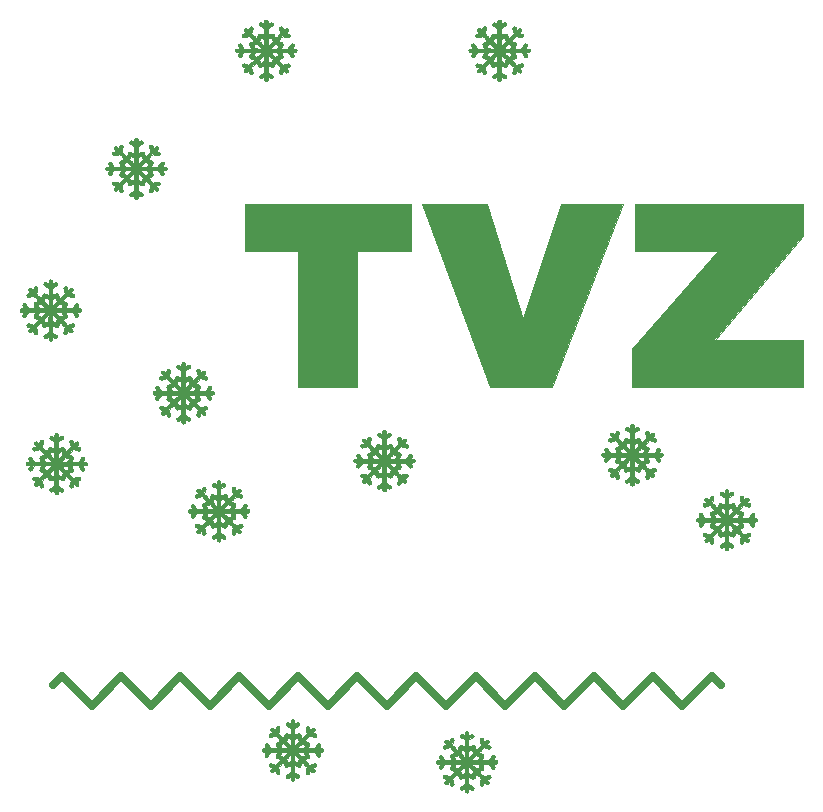
<source format=gbr>
%TF.GenerationSoftware,KiCad,Pcbnew,(5.1.10)-1*%
%TF.CreationDate,2021-12-02T14:29:14+01:00*%
%TF.ProjectId,TVZ_kuglica,54565a5f-6b75-4676-9c69-63612e6b6963,rev?*%
%TF.SameCoordinates,Original*%
%TF.FileFunction,Legend,Top*%
%TF.FilePolarity,Positive*%
%FSLAX46Y46*%
G04 Gerber Fmt 4.6, Leading zero omitted, Abs format (unit mm)*
G04 Created by KiCad (PCBNEW (5.1.10)-1) date 2021-12-02 14:29:14*
%MOMM*%
%LPD*%
G01*
G04 APERTURE LIST*
%ADD10C,0.700000*%
%ADD11C,0.100000*%
%ADD12C,0.010000*%
G04 APERTURE END LIST*
D10*
X157000000Y-125500000D02*
X154500000Y-123000000D01*
X122000000Y-125500000D02*
X119500000Y-123000000D01*
X117000000Y-125500000D02*
X114500000Y-123000000D01*
X129500000Y-123000000D02*
X127000000Y-125500000D01*
X137000000Y-125500000D02*
X134500000Y-123000000D01*
X112000000Y-125500000D02*
X109500000Y-123000000D01*
X139500000Y-123000000D02*
X137000000Y-125500000D01*
X134500000Y-123000000D02*
X132000000Y-125500000D01*
X152000000Y-125500000D02*
X149500000Y-123000000D01*
X109500000Y-123000000D02*
X108750000Y-123750000D01*
X147000000Y-125500000D02*
X144500000Y-123000000D01*
X154500000Y-123000000D02*
X152000000Y-125500000D01*
X165250000Y-123750000D02*
X164500000Y-123000000D01*
X127000000Y-125500000D02*
X124500000Y-123000000D01*
X162000000Y-125500000D02*
X159500000Y-123000000D01*
X114500000Y-123000000D02*
X112000000Y-125500000D01*
X159500000Y-123000000D02*
X157000000Y-125500000D01*
X149500000Y-123000000D02*
X147000000Y-125500000D01*
X119500000Y-123000000D02*
X117000000Y-125500000D01*
X142000000Y-125500000D02*
X139500000Y-123000000D01*
X124500000Y-123000000D02*
X122000000Y-125500000D01*
X144500000Y-123000000D02*
X142000000Y-125500000D01*
X132000000Y-125500000D02*
X129500000Y-123000000D01*
X164500000Y-123000000D02*
X162000000Y-125500000D01*
D11*
G36*
X172250000Y-85750000D02*
G01*
X164750000Y-94500000D01*
X172250000Y-94500000D01*
X172250000Y-98500000D01*
X157750000Y-98500000D01*
X157750000Y-95250000D01*
X165000000Y-87000000D01*
X158000000Y-87000000D01*
X158000000Y-83000000D01*
X172250000Y-83000000D01*
X172250000Y-85750000D01*
G37*
X172250000Y-85750000D02*
X164750000Y-94500000D01*
X172250000Y-94500000D01*
X172250000Y-98500000D01*
X157750000Y-98500000D01*
X157750000Y-95250000D01*
X165000000Y-87000000D01*
X158000000Y-87000000D01*
X158000000Y-83000000D01*
X172250000Y-83000000D01*
X172250000Y-85750000D01*
G36*
X148500000Y-92750000D02*
G01*
X151750000Y-83000000D01*
X157000000Y-83000000D01*
X151000000Y-98500000D01*
X145750000Y-98500000D01*
X140000000Y-83000000D01*
X145500000Y-83000000D01*
X148500000Y-92750000D01*
G37*
X148500000Y-92750000D02*
X151750000Y-83000000D01*
X157000000Y-83000000D01*
X151000000Y-98500000D01*
X145750000Y-98500000D01*
X140000000Y-83000000D01*
X145500000Y-83000000D01*
X148500000Y-92750000D01*
G36*
X139000000Y-87000000D02*
G01*
X134500000Y-87000000D01*
X134500000Y-98500000D01*
X129500000Y-98500000D01*
X129500000Y-87000000D01*
X125000000Y-87000000D01*
X125000000Y-83000000D01*
X139000000Y-83000000D01*
X139000000Y-87000000D01*
G37*
X139000000Y-87000000D02*
X134500000Y-87000000D01*
X134500000Y-98500000D01*
X129500000Y-98500000D01*
X129500000Y-87000000D01*
X125000000Y-87000000D01*
X125000000Y-83000000D01*
X139000000Y-83000000D01*
X139000000Y-87000000D01*
D12*
%TO.C,G\u002A\u002A\u002A*%
G36*
X165798505Y-107160765D02*
G01*
X165827367Y-107175067D01*
X165853942Y-107196464D01*
X165872890Y-107217278D01*
X165885608Y-107241553D01*
X165893489Y-107273331D01*
X165897929Y-107316656D01*
X165900323Y-107375568D01*
X165900626Y-107387377D01*
X165903932Y-107522706D01*
X166017466Y-107457839D01*
X166074991Y-107425794D01*
X166119098Y-107403836D01*
X166153448Y-107391045D01*
X166181701Y-107386497D01*
X166207518Y-107389271D01*
X166234558Y-107398445D01*
X166241448Y-107401413D01*
X166287522Y-107431151D01*
X166316624Y-107472064D01*
X166328710Y-107524080D01*
X166329082Y-107536157D01*
X166327630Y-107563921D01*
X166321914Y-107588158D01*
X166309963Y-107610751D01*
X166289805Y-107633583D01*
X166259470Y-107658537D01*
X166216988Y-107687494D01*
X166160389Y-107722339D01*
X166092521Y-107762160D01*
X165902400Y-107872360D01*
X165902400Y-108477859D01*
X166072580Y-108402913D01*
X166128832Y-108378794D01*
X166180451Y-108357880D01*
X166223879Y-108341516D01*
X166255560Y-108331049D01*
X166271026Y-108327783D01*
X166316519Y-108335792D01*
X166359879Y-108357400D01*
X166387804Y-108382895D01*
X166398691Y-108401402D01*
X166415019Y-108435061D01*
X166435049Y-108480014D01*
X166457042Y-108532405D01*
X166471931Y-108569546D01*
X166493084Y-108622781D01*
X166512010Y-108669366D01*
X166527341Y-108706014D01*
X166537707Y-108729439D01*
X166541380Y-108736331D01*
X166549975Y-108731312D01*
X166570999Y-108713520D01*
X166602628Y-108684665D01*
X166643037Y-108646453D01*
X166690400Y-108600594D01*
X166742892Y-108548795D01*
X166760125Y-108531595D01*
X166972092Y-108319447D01*
X166913911Y-108103614D01*
X166891428Y-108017821D01*
X166875253Y-107950541D01*
X166865228Y-107901022D01*
X166861194Y-107868515D01*
X166861694Y-107856231D01*
X166880659Y-107803569D01*
X166913157Y-107763831D01*
X166955810Y-107738674D01*
X167005243Y-107729754D01*
X167058077Y-107738728D01*
X167081155Y-107748579D01*
X167103052Y-107761563D01*
X167120509Y-107777541D01*
X167135268Y-107799858D01*
X167149074Y-107831859D01*
X167163672Y-107876888D01*
X167180805Y-107938290D01*
X167181560Y-107941106D01*
X167194117Y-107986702D01*
X167205240Y-108024760D01*
X167213683Y-108051167D01*
X167218084Y-108061711D01*
X167227061Y-108057236D01*
X167247356Y-108040843D01*
X167276019Y-108015078D01*
X167310100Y-107982491D01*
X167312418Y-107980212D01*
X167356356Y-107937625D01*
X167389700Y-107907632D01*
X167415825Y-107888076D01*
X167438110Y-107876797D01*
X167459931Y-107871638D01*
X167484152Y-107870437D01*
X167533421Y-107879914D01*
X167576086Y-107905722D01*
X167608443Y-107944081D01*
X167626786Y-107991212D01*
X167629562Y-108018842D01*
X167625953Y-108049324D01*
X167613840Y-108080771D01*
X167591380Y-108116061D01*
X167556726Y-108158076D01*
X167508035Y-108209694D01*
X167505955Y-108211810D01*
X167434946Y-108283981D01*
X167555133Y-108317030D01*
X167617692Y-108334754D01*
X167663743Y-108349512D01*
X167696555Y-108363001D01*
X167719398Y-108376916D01*
X167735541Y-108392953D01*
X167748254Y-108412809D01*
X167751420Y-108418844D01*
X167768600Y-108471979D01*
X167767249Y-108523259D01*
X167749031Y-108569270D01*
X167715609Y-108606602D01*
X167668649Y-108631843D01*
X167644452Y-108638177D01*
X167620990Y-108637577D01*
X167578629Y-108630455D01*
X167517274Y-108616790D01*
X167436832Y-108596561D01*
X167398551Y-108586430D01*
X167183517Y-108528847D01*
X166977298Y-108738580D01*
X166924540Y-108792394D01*
X166876605Y-108841589D01*
X166835301Y-108884287D01*
X166802432Y-108918610D01*
X166779808Y-108942678D01*
X166769234Y-108954614D01*
X166768692Y-108955456D01*
X166776883Y-108961238D01*
X166801074Y-108972747D01*
X166838205Y-108988661D01*
X166885219Y-109007658D01*
X166925560Y-109023298D01*
X166981151Y-109045300D01*
X167032089Y-109066966D01*
X167074406Y-109086493D01*
X167104132Y-109102080D01*
X167114749Y-109109183D01*
X167144144Y-109142944D01*
X167164871Y-109184067D01*
X167172400Y-109222417D01*
X167168282Y-109240680D01*
X167156561Y-109274990D01*
X167138187Y-109322964D01*
X167114108Y-109382216D01*
X167085273Y-109450361D01*
X167052633Y-109525015D01*
X167046328Y-109539180D01*
X167020256Y-109597600D01*
X167627639Y-109597600D01*
X167737839Y-109407478D01*
X167779937Y-109335804D01*
X167814377Y-109280102D01*
X167843043Y-109238399D01*
X167867818Y-109208727D01*
X167890583Y-109189113D01*
X167913221Y-109177589D01*
X167937616Y-109172182D01*
X167963842Y-109170917D01*
X168018134Y-109179495D01*
X168061338Y-109205099D01*
X168093382Y-109247683D01*
X168098586Y-109258551D01*
X168109123Y-109286405D01*
X168113475Y-109312180D01*
X168110722Y-109339536D01*
X168099940Y-109372133D01*
X168080207Y-109413632D01*
X168050602Y-109467693D01*
X168042160Y-109482533D01*
X167977293Y-109596067D01*
X168112622Y-109599373D01*
X168174575Y-109601559D01*
X168220254Y-109605554D01*
X168253703Y-109612755D01*
X168278965Y-109624555D01*
X168300081Y-109642351D01*
X168321094Y-109667536D01*
X168324932Y-109672632D01*
X168341565Y-109709660D01*
X168346332Y-109754508D01*
X168339234Y-109798505D01*
X168324932Y-109827367D01*
X168303535Y-109853942D01*
X168282721Y-109872890D01*
X168258446Y-109885608D01*
X168226668Y-109893489D01*
X168183343Y-109897929D01*
X168124431Y-109900323D01*
X168112622Y-109900626D01*
X167977293Y-109903932D01*
X168042160Y-110017466D01*
X168074205Y-110074991D01*
X168096163Y-110119098D01*
X168108954Y-110153448D01*
X168113502Y-110181701D01*
X168110728Y-110207518D01*
X168101554Y-110234558D01*
X168098586Y-110241448D01*
X168068848Y-110287522D01*
X168027935Y-110316624D01*
X167975919Y-110328710D01*
X167963842Y-110329082D01*
X167936078Y-110327630D01*
X167911841Y-110321914D01*
X167889248Y-110309963D01*
X167866416Y-110289805D01*
X167841462Y-110259470D01*
X167812505Y-110216988D01*
X167777660Y-110160389D01*
X167737839Y-110092521D01*
X167627639Y-109902400D01*
X167022140Y-109902400D01*
X167097086Y-110072580D01*
X167121205Y-110128832D01*
X167142119Y-110180451D01*
X167158483Y-110223879D01*
X167168950Y-110255560D01*
X167172216Y-110271026D01*
X167164207Y-110316519D01*
X167142599Y-110359879D01*
X167117104Y-110387804D01*
X167098601Y-110398696D01*
X167064949Y-110415041D01*
X167020004Y-110435097D01*
X166967623Y-110457124D01*
X166930453Y-110472053D01*
X166877427Y-110492999D01*
X166831199Y-110511363D01*
X166794999Y-110525852D01*
X166772057Y-110535177D01*
X166765492Y-110538006D01*
X166770911Y-110545739D01*
X166788946Y-110566089D01*
X166817895Y-110597256D01*
X166856056Y-110637436D01*
X166901729Y-110684827D01*
X166953212Y-110737627D01*
X166971473Y-110756223D01*
X167183042Y-110971279D01*
X167398314Y-110913632D01*
X167486597Y-110890713D01*
X167555755Y-110874362D01*
X167605887Y-110864558D01*
X167637090Y-110861281D01*
X167644452Y-110861822D01*
X167696776Y-110880747D01*
X167736283Y-110913245D01*
X167761309Y-110955906D01*
X167770192Y-111005317D01*
X167761266Y-111058065D01*
X167751420Y-111081155D01*
X167739065Y-111102289D01*
X167724135Y-111119162D01*
X167703361Y-111133468D01*
X167673472Y-111146905D01*
X167631200Y-111161167D01*
X167573275Y-111177951D01*
X167555133Y-111182969D01*
X167434946Y-111216018D01*
X167505955Y-111288189D01*
X167555197Y-111340215D01*
X167590334Y-111382531D01*
X167613210Y-111418018D01*
X167625670Y-111449555D01*
X167629558Y-111480021D01*
X167629562Y-111481157D01*
X167620278Y-111531440D01*
X167594991Y-111574983D01*
X167557405Y-111608006D01*
X167511224Y-111626728D01*
X167484152Y-111629562D01*
X167459503Y-111628307D01*
X167437705Y-111623052D01*
X167415379Y-111611638D01*
X167389148Y-111591905D01*
X167355636Y-111561695D01*
X167312418Y-111519787D01*
X167278089Y-111486847D01*
X167248987Y-111460565D01*
X167228062Y-111443489D01*
X167218265Y-111438168D01*
X167218084Y-111438288D01*
X167213345Y-111449835D01*
X167204744Y-111476953D01*
X167193520Y-111515543D01*
X167181400Y-111559680D01*
X167162463Y-111625752D01*
X167144985Y-111674855D01*
X167127303Y-111710098D01*
X167107757Y-111734589D01*
X167084683Y-111751440D01*
X167076724Y-111755518D01*
X167024415Y-111770352D01*
X166973709Y-111766822D01*
X166928183Y-111746784D01*
X166891412Y-111712099D01*
X166866974Y-111664625D01*
X166861694Y-111643768D01*
X166861952Y-111621824D01*
X166868099Y-111583351D01*
X166880293Y-111527601D01*
X166898694Y-111453821D01*
X166913910Y-111396386D01*
X166972091Y-111180555D01*
X166764998Y-110973277D01*
X166711647Y-110920222D01*
X166662685Y-110872187D01*
X166620005Y-110830978D01*
X166585503Y-110798402D01*
X166561072Y-110776266D01*
X166548608Y-110766375D01*
X166547652Y-110766021D01*
X166540820Y-110775045D01*
X166528368Y-110800019D01*
X166511689Y-110837824D01*
X166492176Y-110885337D01*
X166476440Y-110925670D01*
X166454399Y-110981288D01*
X166432731Y-111032230D01*
X166413229Y-111074545D01*
X166397687Y-111104278D01*
X166390554Y-111114989D01*
X166356987Y-111144203D01*
X166315955Y-111164860D01*
X166277582Y-111172400D01*
X166259319Y-111168282D01*
X166225009Y-111156561D01*
X166177035Y-111138187D01*
X166117783Y-111114108D01*
X166049638Y-111085273D01*
X165974984Y-111052633D01*
X165960820Y-111046328D01*
X165902400Y-111020256D01*
X165902400Y-111627359D01*
X166092580Y-111737699D01*
X166164323Y-111779893D01*
X166220081Y-111814434D01*
X166261820Y-111843185D01*
X166291509Y-111868010D01*
X166311114Y-111890773D01*
X166322603Y-111913339D01*
X166327944Y-111937571D01*
X166329120Y-111961807D01*
X166320497Y-112016987D01*
X166296142Y-112061640D01*
X166258318Y-112093366D01*
X166209293Y-112109767D01*
X166187687Y-112111491D01*
X166165438Y-112110345D01*
X166142502Y-112105121D01*
X166114863Y-112094199D01*
X166078502Y-112075958D01*
X166029404Y-112048779D01*
X166022413Y-112044810D01*
X165903930Y-111977420D01*
X165900625Y-112112686D01*
X165898881Y-112169337D01*
X165896495Y-112209600D01*
X165892882Y-112237407D01*
X165887457Y-112256689D01*
X165879638Y-112271377D01*
X165876372Y-112275968D01*
X165836096Y-112316630D01*
X165789911Y-112341192D01*
X165741412Y-112348445D01*
X165694194Y-112337183D01*
X165694120Y-112337148D01*
X165650265Y-112307035D01*
X165617178Y-112264875D01*
X165608436Y-112246158D01*
X165604124Y-112224767D01*
X165600626Y-112188360D01*
X165598326Y-112142236D01*
X165597600Y-112097053D01*
X165597600Y-111976550D01*
X165478351Y-112044375D01*
X165427291Y-112072837D01*
X165389483Y-112092168D01*
X165360930Y-112103981D01*
X165337640Y-112109892D01*
X165315616Y-112111516D01*
X165312312Y-112111491D01*
X165259542Y-112101698D01*
X165217092Y-112075647D01*
X165187229Y-112035737D01*
X165172219Y-111984366D01*
X165170880Y-111961807D01*
X165172435Y-111934568D01*
X165178413Y-111910634D01*
X165190782Y-111888143D01*
X165211509Y-111865230D01*
X165242562Y-111840035D01*
X165285908Y-111810694D01*
X165343515Y-111775344D01*
X165407478Y-111737839D01*
X165597600Y-111627639D01*
X165597600Y-111022140D01*
X165427420Y-111097086D01*
X165371167Y-111121205D01*
X165319548Y-111142119D01*
X165276120Y-111158483D01*
X165244439Y-111168950D01*
X165228973Y-111172216D01*
X165183480Y-111164207D01*
X165140120Y-111142599D01*
X165112195Y-111117104D01*
X165101303Y-111098601D01*
X165084958Y-111064949D01*
X165064902Y-111020004D01*
X165042875Y-110967623D01*
X165027946Y-110930453D01*
X165006941Y-110877316D01*
X164988452Y-110830874D01*
X164973787Y-110794389D01*
X164964255Y-110771122D01*
X164961267Y-110764316D01*
X164953360Y-110769446D01*
X164932869Y-110787228D01*
X164901601Y-110815970D01*
X164861361Y-110853978D01*
X164813956Y-110899560D01*
X164761192Y-110951021D01*
X164742689Y-110969225D01*
X164528000Y-111180896D01*
X164586135Y-111396557D01*
X164608610Y-111482324D01*
X164624775Y-111549578D01*
X164634789Y-111599069D01*
X164638809Y-111631545D01*
X164638305Y-111643768D01*
X164619450Y-111695586D01*
X164586914Y-111735316D01*
X164544271Y-111761099D01*
X164495100Y-111771077D01*
X164442976Y-111763392D01*
X164423275Y-111755518D01*
X164398801Y-111740373D01*
X164378359Y-111718531D01*
X164360287Y-111686882D01*
X164342923Y-111642318D01*
X164324605Y-111581729D01*
X164318599Y-111559680D01*
X164306208Y-111514179D01*
X164295516Y-111476439D01*
X164287685Y-111450464D01*
X164283920Y-111440293D01*
X164275597Y-111445372D01*
X164255894Y-111462008D01*
X164227900Y-111487491D01*
X164199746Y-111514220D01*
X164163580Y-111548183D01*
X164129483Y-111578508D01*
X164101985Y-111601254D01*
X164088840Y-111610709D01*
X164043860Y-111627748D01*
X163997121Y-111627569D01*
X163952566Y-111612456D01*
X163914136Y-111584693D01*
X163885776Y-111546565D01*
X163871426Y-111500357D01*
X163870437Y-111484152D01*
X163871692Y-111459503D01*
X163876947Y-111437705D01*
X163888361Y-111415379D01*
X163908094Y-111389148D01*
X163938304Y-111355636D01*
X163980212Y-111312418D01*
X164013152Y-111278089D01*
X164039434Y-111248987D01*
X164056510Y-111228062D01*
X164061831Y-111218265D01*
X164061711Y-111218084D01*
X164050159Y-111213335D01*
X164023054Y-111204723D01*
X163984508Y-111193496D01*
X163941106Y-111181560D01*
X163878987Y-111164291D01*
X163833373Y-111149626D01*
X163800920Y-111135822D01*
X163778282Y-111121133D01*
X163762117Y-111103817D01*
X163749078Y-111082129D01*
X163748579Y-111081155D01*
X163731337Y-111027885D01*
X163732712Y-110976570D01*
X163751050Y-110930576D01*
X163784697Y-110893271D01*
X163832000Y-110868024D01*
X163856361Y-110861669D01*
X163878160Y-110861878D01*
X163916214Y-110867890D01*
X163971344Y-110879880D01*
X164044372Y-110898020D01*
X164103885Y-110913745D01*
X164319726Y-110971809D01*
X164526863Y-110764857D01*
X164579904Y-110711513D01*
X164627924Y-110662542D01*
X164669117Y-110619844D01*
X164701675Y-110585316D01*
X164723789Y-110560855D01*
X164733653Y-110548359D01*
X164734000Y-110547404D01*
X164724978Y-110540502D01*
X164702931Y-110529481D01*
X165192008Y-110529481D01*
X165249356Y-110673140D01*
X165269580Y-110722863D01*
X165287483Y-110765125D01*
X165301630Y-110796674D01*
X165310588Y-110814256D01*
X165312732Y-110816800D01*
X165323673Y-110812889D01*
X165349735Y-110802127D01*
X165387496Y-110785968D01*
X165433531Y-110765866D01*
X165455640Y-110756096D01*
X165592520Y-110695392D01*
X165592549Y-110692257D01*
X165902400Y-110692257D01*
X166042100Y-110753967D01*
X166091317Y-110775553D01*
X166133870Y-110793921D01*
X166166342Y-110807620D01*
X166185320Y-110815199D01*
X166188642Y-110816239D01*
X166194477Y-110807477D01*
X166206135Y-110782924D01*
X166222211Y-110745776D01*
X166241301Y-110699236D01*
X166253530Y-110668359D01*
X166311576Y-110519919D01*
X166106988Y-110315330D01*
X165902400Y-110110742D01*
X165902400Y-110692257D01*
X165592549Y-110692257D01*
X165597910Y-110116376D01*
X165485144Y-110225288D01*
X165435726Y-110273805D01*
X165382039Y-110327810D01*
X165330209Y-110381066D01*
X165286363Y-110427339D01*
X165282193Y-110431840D01*
X165192008Y-110529481D01*
X164702931Y-110529481D01*
X164699996Y-110528014D01*
X164662175Y-110511333D01*
X164614641Y-110491854D01*
X164574351Y-110476191D01*
X164518716Y-110454230D01*
X164467759Y-110432630D01*
X164425436Y-110413180D01*
X164395704Y-110397670D01*
X164385010Y-110390554D01*
X164355796Y-110356988D01*
X164335139Y-110315955D01*
X164327600Y-110277582D01*
X164331717Y-110259319D01*
X164343438Y-110225009D01*
X164355323Y-110193975D01*
X164686908Y-110193975D01*
X164697829Y-110199461D01*
X164723591Y-110210578D01*
X164760063Y-110225680D01*
X164803115Y-110243121D01*
X164848616Y-110261255D01*
X164892433Y-110278438D01*
X164930437Y-110293024D01*
X164958496Y-110303368D01*
X164972478Y-110307823D01*
X164972855Y-110307874D01*
X164982418Y-110301193D01*
X165004341Y-110281864D01*
X165036708Y-110251702D01*
X165077607Y-110212524D01*
X165125122Y-110166143D01*
X165177340Y-110114377D01*
X165186120Y-110105600D01*
X165389129Y-109902400D01*
X164807753Y-109902400D01*
X164745036Y-110045893D01*
X164723734Y-110095557D01*
X164706136Y-110138375D01*
X164693536Y-110171054D01*
X164687224Y-110190301D01*
X164686908Y-110193975D01*
X164355323Y-110193975D01*
X164361812Y-110177035D01*
X164385891Y-110117783D01*
X164414726Y-110049638D01*
X164447366Y-109974984D01*
X164453671Y-109960820D01*
X164479743Y-109902400D01*
X163872360Y-109902400D01*
X163762160Y-110092521D01*
X163720062Y-110164195D01*
X163685622Y-110219897D01*
X163656956Y-110261600D01*
X163632181Y-110291272D01*
X163609416Y-110310886D01*
X163586778Y-110322410D01*
X163562383Y-110327817D01*
X163536157Y-110329082D01*
X163481865Y-110320504D01*
X163438661Y-110294900D01*
X163406617Y-110252316D01*
X163401413Y-110241448D01*
X163390876Y-110213594D01*
X163386524Y-110187819D01*
X163389277Y-110160463D01*
X163400059Y-110127866D01*
X163419792Y-110086367D01*
X163449397Y-110032306D01*
X163457839Y-110017466D01*
X163522706Y-109903932D01*
X163446773Y-109902077D01*
X166122387Y-109902077D01*
X166233373Y-110015706D01*
X166280978Y-110064606D01*
X166332334Y-110117625D01*
X166381777Y-110168901D01*
X166423647Y-110212576D01*
X166429838Y-110219068D01*
X166463149Y-110253563D01*
X166491384Y-110281915D01*
X166511642Y-110301273D01*
X166521024Y-110308786D01*
X166521140Y-110308800D01*
X166532121Y-110305228D01*
X166558563Y-110295381D01*
X166597072Y-110280557D01*
X166644254Y-110262055D01*
X166671882Y-110251097D01*
X166721843Y-110230829D01*
X166764356Y-110212869D01*
X166796179Y-110198643D01*
X166814071Y-110189577D01*
X166816800Y-110187317D01*
X166812889Y-110176358D01*
X166802126Y-110150279D01*
X166785966Y-110112505D01*
X166765863Y-110066462D01*
X166756096Y-110044359D01*
X166695392Y-109907480D01*
X166408890Y-109904778D01*
X166122387Y-109902077D01*
X163446773Y-109902077D01*
X163387377Y-109900626D01*
X163325424Y-109898440D01*
X163279745Y-109894445D01*
X163246296Y-109887244D01*
X163221034Y-109875444D01*
X163199918Y-109857648D01*
X163178905Y-109832463D01*
X163175067Y-109827367D01*
X163158434Y-109790339D01*
X163153667Y-109745491D01*
X163160765Y-109701494D01*
X163175067Y-109672632D01*
X163196464Y-109646057D01*
X163217278Y-109627109D01*
X163241553Y-109614391D01*
X163273331Y-109606510D01*
X163316656Y-109602070D01*
X163375568Y-109599676D01*
X163387377Y-109599373D01*
X163522706Y-109596067D01*
X163457839Y-109482533D01*
X163425794Y-109425008D01*
X163403836Y-109380901D01*
X163391045Y-109346551D01*
X163386497Y-109318298D01*
X163389271Y-109292481D01*
X163398445Y-109265441D01*
X163401413Y-109258551D01*
X163431151Y-109212477D01*
X163472064Y-109183375D01*
X163524080Y-109171289D01*
X163536157Y-109170917D01*
X163563921Y-109172369D01*
X163588158Y-109178085D01*
X163610751Y-109190036D01*
X163633583Y-109210194D01*
X163658537Y-109240529D01*
X163687494Y-109283011D01*
X163722339Y-109339610D01*
X163762160Y-109407478D01*
X163872360Y-109597600D01*
X164175109Y-109597599D01*
X164477859Y-109597599D01*
X164402913Y-109427419D01*
X164378794Y-109371167D01*
X164357880Y-109319548D01*
X164355488Y-109313199D01*
X164683200Y-109313199D01*
X164687125Y-109324448D01*
X164697861Y-109350534D01*
X164713849Y-109387777D01*
X164733532Y-109432495D01*
X164737285Y-109440916D01*
X164758154Y-109487880D01*
X164776352Y-109529261D01*
X164790073Y-109560923D01*
X164797512Y-109578729D01*
X164797927Y-109579820D01*
X164801154Y-109584990D01*
X164808060Y-109589055D01*
X164820858Y-109592144D01*
X164841764Y-109594391D01*
X164872993Y-109595926D01*
X164916759Y-109596882D01*
X164975277Y-109597390D01*
X165050761Y-109597581D01*
X165096869Y-109597600D01*
X165389257Y-109597600D01*
X166122702Y-109597600D01*
X166692223Y-109597600D01*
X166748827Y-109468060D01*
X166769944Y-109419582D01*
X166788447Y-109376826D01*
X166802642Y-109343727D01*
X166810832Y-109324226D01*
X166811801Y-109321785D01*
X166811162Y-109314112D01*
X166801985Y-109305215D01*
X166781911Y-109293855D01*
X166748582Y-109278794D01*
X166699640Y-109258794D01*
X166668589Y-109246559D01*
X166519007Y-109188067D01*
X166431683Y-109279283D01*
X166390944Y-109321676D01*
X166341738Y-109372633D01*
X166289819Y-109426207D01*
X166240944Y-109476450D01*
X166233531Y-109484049D01*
X166122702Y-109597600D01*
X165389257Y-109597600D01*
X164980060Y-109188403D01*
X164831630Y-109247504D01*
X164781023Y-109268051D01*
X164737829Y-109286346D01*
X164705251Y-109300971D01*
X164686490Y-109310509D01*
X164683200Y-109313199D01*
X164355488Y-109313199D01*
X164341516Y-109276120D01*
X164331049Y-109244439D01*
X164327783Y-109228973D01*
X164335873Y-109183227D01*
X164357726Y-109139697D01*
X164383167Y-109111981D01*
X164401790Y-109101029D01*
X164435565Y-109084684D01*
X164480616Y-109064687D01*
X164533068Y-109042778D01*
X164569818Y-109028131D01*
X164623031Y-109007098D01*
X164669583Y-108988250D01*
X164706182Y-108972955D01*
X164707974Y-108972159D01*
X165191238Y-108972159D01*
X165244080Y-109028339D01*
X165265005Y-109050235D01*
X165295175Y-109081340D01*
X165332241Y-109119276D01*
X165373853Y-109161666D01*
X165417663Y-109206133D01*
X165461319Y-109250300D01*
X165502473Y-109291790D01*
X165538776Y-109328226D01*
X165567877Y-109357231D01*
X165587427Y-109376427D01*
X165595060Y-109383435D01*
X165595713Y-109373913D01*
X165596304Y-109346616D01*
X165596810Y-109304087D01*
X165597210Y-109248872D01*
X165597479Y-109183513D01*
X165597596Y-109110555D01*
X165597600Y-109095996D01*
X165597600Y-108807753D01*
X165596795Y-108807401D01*
X165902400Y-108807401D01*
X165902400Y-109389257D01*
X166106605Y-109185052D01*
X166310810Y-108980846D01*
X166253311Y-108834796D01*
X166233294Y-108784290D01*
X166215834Y-108740878D01*
X166202293Y-108707892D01*
X166194030Y-108688665D01*
X166192226Y-108685159D01*
X166182197Y-108687790D01*
X166156888Y-108697402D01*
X166119566Y-108712675D01*
X166073497Y-108732287D01*
X166045519Y-108744486D01*
X165902400Y-108807401D01*
X165596795Y-108807401D01*
X165454106Y-108745036D01*
X165404448Y-108723730D01*
X165361644Y-108706119D01*
X165328985Y-108693499D01*
X165309762Y-108687162D01*
X165306102Y-108686830D01*
X165300988Y-108697398D01*
X165289929Y-108723470D01*
X165274339Y-108761612D01*
X165255633Y-108808388D01*
X165246414Y-108831750D01*
X165191238Y-108972159D01*
X164707974Y-108972159D01*
X164729532Y-108962584D01*
X164736331Y-108958897D01*
X164731311Y-108950231D01*
X164713517Y-108929140D01*
X164684657Y-108897452D01*
X164646441Y-108856995D01*
X164600576Y-108809596D01*
X164548772Y-108757084D01*
X164531595Y-108739874D01*
X164319447Y-108527907D01*
X164103614Y-108586088D01*
X164017821Y-108608571D01*
X163950541Y-108624746D01*
X163901022Y-108634771D01*
X163868515Y-108638805D01*
X163856231Y-108638305D01*
X163803569Y-108619340D01*
X163763831Y-108586842D01*
X163738674Y-108544189D01*
X163729754Y-108494756D01*
X163738728Y-108441922D01*
X163748579Y-108418844D01*
X163761563Y-108396947D01*
X163777541Y-108379490D01*
X163799858Y-108364731D01*
X163831859Y-108350925D01*
X163876888Y-108336327D01*
X163938290Y-108319194D01*
X163941106Y-108318439D01*
X163986702Y-108305882D01*
X164024760Y-108294759D01*
X164051167Y-108286316D01*
X164061711Y-108281915D01*
X164057236Y-108272938D01*
X164040843Y-108252643D01*
X164015078Y-108223980D01*
X163982491Y-108189899D01*
X163980212Y-108187581D01*
X163937625Y-108143643D01*
X163907632Y-108110299D01*
X163888076Y-108084174D01*
X163876797Y-108061889D01*
X163871638Y-108040068D01*
X163870437Y-108015847D01*
X163879442Y-107967526D01*
X163903726Y-107926550D01*
X163939347Y-107895204D01*
X163982362Y-107875772D01*
X164028828Y-107870540D01*
X164074804Y-107881791D01*
X164088840Y-107889290D01*
X164108802Y-107904159D01*
X164138618Y-107929438D01*
X164173757Y-107961187D01*
X164199746Y-107985779D01*
X164232379Y-108016670D01*
X164259357Y-108041032D01*
X164277592Y-108056152D01*
X164283920Y-108059706D01*
X164287867Y-108048986D01*
X164295806Y-108022631D01*
X164306567Y-107984656D01*
X164318439Y-107941106D01*
X164335708Y-107878987D01*
X164350373Y-107833373D01*
X164364177Y-107800920D01*
X164378866Y-107778282D01*
X164396182Y-107762117D01*
X164417870Y-107749078D01*
X164418844Y-107748579D01*
X164472103Y-107731345D01*
X164523423Y-107732722D01*
X164569426Y-107751054D01*
X164606735Y-107784683D01*
X164631973Y-107831953D01*
X164638305Y-107856231D01*
X164638047Y-107878192D01*
X164631895Y-107916691D01*
X164619691Y-107972475D01*
X164601277Y-108046294D01*
X164586163Y-108103336D01*
X164528057Y-108318890D01*
X164739200Y-108526445D01*
X164793121Y-108579250D01*
X164842375Y-108627103D01*
X164885104Y-108668229D01*
X164919450Y-108700852D01*
X164943554Y-108723199D01*
X164955558Y-108733494D01*
X164956471Y-108733978D01*
X164961932Y-108724970D01*
X164973193Y-108700039D01*
X164988946Y-108662296D01*
X165007882Y-108614854D01*
X165023560Y-108574329D01*
X165045600Y-108518711D01*
X165067268Y-108467769D01*
X165086770Y-108425454D01*
X165102312Y-108395721D01*
X165109445Y-108385010D01*
X165143967Y-108355122D01*
X165186074Y-108334562D01*
X165223893Y-108327727D01*
X165240322Y-108331653D01*
X165271951Y-108342488D01*
X165315384Y-108358948D01*
X165367228Y-108379748D01*
X165422340Y-108402854D01*
X165597600Y-108477853D01*
X165597600Y-108175107D01*
X165597599Y-107872360D01*
X165407478Y-107762160D01*
X165335804Y-107720062D01*
X165280102Y-107685622D01*
X165238399Y-107656956D01*
X165208727Y-107632181D01*
X165189113Y-107609416D01*
X165177589Y-107586778D01*
X165172182Y-107562383D01*
X165170917Y-107536157D01*
X165179495Y-107481865D01*
X165205099Y-107438661D01*
X165247683Y-107406617D01*
X165258551Y-107401413D01*
X165286405Y-107390876D01*
X165312180Y-107386524D01*
X165339536Y-107389277D01*
X165372133Y-107400059D01*
X165413632Y-107419792D01*
X165467693Y-107449397D01*
X165482533Y-107457839D01*
X165596067Y-107522706D01*
X165599373Y-107387377D01*
X165601559Y-107325424D01*
X165605554Y-107279745D01*
X165612755Y-107246296D01*
X165624555Y-107221034D01*
X165642351Y-107199918D01*
X165667536Y-107178905D01*
X165672632Y-107175067D01*
X165709660Y-107158434D01*
X165754508Y-107153667D01*
X165798505Y-107160765D01*
G37*
X165798505Y-107160765D02*
X165827367Y-107175067D01*
X165853942Y-107196464D01*
X165872890Y-107217278D01*
X165885608Y-107241553D01*
X165893489Y-107273331D01*
X165897929Y-107316656D01*
X165900323Y-107375568D01*
X165900626Y-107387377D01*
X165903932Y-107522706D01*
X166017466Y-107457839D01*
X166074991Y-107425794D01*
X166119098Y-107403836D01*
X166153448Y-107391045D01*
X166181701Y-107386497D01*
X166207518Y-107389271D01*
X166234558Y-107398445D01*
X166241448Y-107401413D01*
X166287522Y-107431151D01*
X166316624Y-107472064D01*
X166328710Y-107524080D01*
X166329082Y-107536157D01*
X166327630Y-107563921D01*
X166321914Y-107588158D01*
X166309963Y-107610751D01*
X166289805Y-107633583D01*
X166259470Y-107658537D01*
X166216988Y-107687494D01*
X166160389Y-107722339D01*
X166092521Y-107762160D01*
X165902400Y-107872360D01*
X165902400Y-108477859D01*
X166072580Y-108402913D01*
X166128832Y-108378794D01*
X166180451Y-108357880D01*
X166223879Y-108341516D01*
X166255560Y-108331049D01*
X166271026Y-108327783D01*
X166316519Y-108335792D01*
X166359879Y-108357400D01*
X166387804Y-108382895D01*
X166398691Y-108401402D01*
X166415019Y-108435061D01*
X166435049Y-108480014D01*
X166457042Y-108532405D01*
X166471931Y-108569546D01*
X166493084Y-108622781D01*
X166512010Y-108669366D01*
X166527341Y-108706014D01*
X166537707Y-108729439D01*
X166541380Y-108736331D01*
X166549975Y-108731312D01*
X166570999Y-108713520D01*
X166602628Y-108684665D01*
X166643037Y-108646453D01*
X166690400Y-108600594D01*
X166742892Y-108548795D01*
X166760125Y-108531595D01*
X166972092Y-108319447D01*
X166913911Y-108103614D01*
X166891428Y-108017821D01*
X166875253Y-107950541D01*
X166865228Y-107901022D01*
X166861194Y-107868515D01*
X166861694Y-107856231D01*
X166880659Y-107803569D01*
X166913157Y-107763831D01*
X166955810Y-107738674D01*
X167005243Y-107729754D01*
X167058077Y-107738728D01*
X167081155Y-107748579D01*
X167103052Y-107761563D01*
X167120509Y-107777541D01*
X167135268Y-107799858D01*
X167149074Y-107831859D01*
X167163672Y-107876888D01*
X167180805Y-107938290D01*
X167181560Y-107941106D01*
X167194117Y-107986702D01*
X167205240Y-108024760D01*
X167213683Y-108051167D01*
X167218084Y-108061711D01*
X167227061Y-108057236D01*
X167247356Y-108040843D01*
X167276019Y-108015078D01*
X167310100Y-107982491D01*
X167312418Y-107980212D01*
X167356356Y-107937625D01*
X167389700Y-107907632D01*
X167415825Y-107888076D01*
X167438110Y-107876797D01*
X167459931Y-107871638D01*
X167484152Y-107870437D01*
X167533421Y-107879914D01*
X167576086Y-107905722D01*
X167608443Y-107944081D01*
X167626786Y-107991212D01*
X167629562Y-108018842D01*
X167625953Y-108049324D01*
X167613840Y-108080771D01*
X167591380Y-108116061D01*
X167556726Y-108158076D01*
X167508035Y-108209694D01*
X167505955Y-108211810D01*
X167434946Y-108283981D01*
X167555133Y-108317030D01*
X167617692Y-108334754D01*
X167663743Y-108349512D01*
X167696555Y-108363001D01*
X167719398Y-108376916D01*
X167735541Y-108392953D01*
X167748254Y-108412809D01*
X167751420Y-108418844D01*
X167768600Y-108471979D01*
X167767249Y-108523259D01*
X167749031Y-108569270D01*
X167715609Y-108606602D01*
X167668649Y-108631843D01*
X167644452Y-108638177D01*
X167620990Y-108637577D01*
X167578629Y-108630455D01*
X167517274Y-108616790D01*
X167436832Y-108596561D01*
X167398551Y-108586430D01*
X167183517Y-108528847D01*
X166977298Y-108738580D01*
X166924540Y-108792394D01*
X166876605Y-108841589D01*
X166835301Y-108884287D01*
X166802432Y-108918610D01*
X166779808Y-108942678D01*
X166769234Y-108954614D01*
X166768692Y-108955456D01*
X166776883Y-108961238D01*
X166801074Y-108972747D01*
X166838205Y-108988661D01*
X166885219Y-109007658D01*
X166925560Y-109023298D01*
X166981151Y-109045300D01*
X167032089Y-109066966D01*
X167074406Y-109086493D01*
X167104132Y-109102080D01*
X167114749Y-109109183D01*
X167144144Y-109142944D01*
X167164871Y-109184067D01*
X167172400Y-109222417D01*
X167168282Y-109240680D01*
X167156561Y-109274990D01*
X167138187Y-109322964D01*
X167114108Y-109382216D01*
X167085273Y-109450361D01*
X167052633Y-109525015D01*
X167046328Y-109539180D01*
X167020256Y-109597600D01*
X167627639Y-109597600D01*
X167737839Y-109407478D01*
X167779937Y-109335804D01*
X167814377Y-109280102D01*
X167843043Y-109238399D01*
X167867818Y-109208727D01*
X167890583Y-109189113D01*
X167913221Y-109177589D01*
X167937616Y-109172182D01*
X167963842Y-109170917D01*
X168018134Y-109179495D01*
X168061338Y-109205099D01*
X168093382Y-109247683D01*
X168098586Y-109258551D01*
X168109123Y-109286405D01*
X168113475Y-109312180D01*
X168110722Y-109339536D01*
X168099940Y-109372133D01*
X168080207Y-109413632D01*
X168050602Y-109467693D01*
X168042160Y-109482533D01*
X167977293Y-109596067D01*
X168112622Y-109599373D01*
X168174575Y-109601559D01*
X168220254Y-109605554D01*
X168253703Y-109612755D01*
X168278965Y-109624555D01*
X168300081Y-109642351D01*
X168321094Y-109667536D01*
X168324932Y-109672632D01*
X168341565Y-109709660D01*
X168346332Y-109754508D01*
X168339234Y-109798505D01*
X168324932Y-109827367D01*
X168303535Y-109853942D01*
X168282721Y-109872890D01*
X168258446Y-109885608D01*
X168226668Y-109893489D01*
X168183343Y-109897929D01*
X168124431Y-109900323D01*
X168112622Y-109900626D01*
X167977293Y-109903932D01*
X168042160Y-110017466D01*
X168074205Y-110074991D01*
X168096163Y-110119098D01*
X168108954Y-110153448D01*
X168113502Y-110181701D01*
X168110728Y-110207518D01*
X168101554Y-110234558D01*
X168098586Y-110241448D01*
X168068848Y-110287522D01*
X168027935Y-110316624D01*
X167975919Y-110328710D01*
X167963842Y-110329082D01*
X167936078Y-110327630D01*
X167911841Y-110321914D01*
X167889248Y-110309963D01*
X167866416Y-110289805D01*
X167841462Y-110259470D01*
X167812505Y-110216988D01*
X167777660Y-110160389D01*
X167737839Y-110092521D01*
X167627639Y-109902400D01*
X167022140Y-109902400D01*
X167097086Y-110072580D01*
X167121205Y-110128832D01*
X167142119Y-110180451D01*
X167158483Y-110223879D01*
X167168950Y-110255560D01*
X167172216Y-110271026D01*
X167164207Y-110316519D01*
X167142599Y-110359879D01*
X167117104Y-110387804D01*
X167098601Y-110398696D01*
X167064949Y-110415041D01*
X167020004Y-110435097D01*
X166967623Y-110457124D01*
X166930453Y-110472053D01*
X166877427Y-110492999D01*
X166831199Y-110511363D01*
X166794999Y-110525852D01*
X166772057Y-110535177D01*
X166765492Y-110538006D01*
X166770911Y-110545739D01*
X166788946Y-110566089D01*
X166817895Y-110597256D01*
X166856056Y-110637436D01*
X166901729Y-110684827D01*
X166953212Y-110737627D01*
X166971473Y-110756223D01*
X167183042Y-110971279D01*
X167398314Y-110913632D01*
X167486597Y-110890713D01*
X167555755Y-110874362D01*
X167605887Y-110864558D01*
X167637090Y-110861281D01*
X167644452Y-110861822D01*
X167696776Y-110880747D01*
X167736283Y-110913245D01*
X167761309Y-110955906D01*
X167770192Y-111005317D01*
X167761266Y-111058065D01*
X167751420Y-111081155D01*
X167739065Y-111102289D01*
X167724135Y-111119162D01*
X167703361Y-111133468D01*
X167673472Y-111146905D01*
X167631200Y-111161167D01*
X167573275Y-111177951D01*
X167555133Y-111182969D01*
X167434946Y-111216018D01*
X167505955Y-111288189D01*
X167555197Y-111340215D01*
X167590334Y-111382531D01*
X167613210Y-111418018D01*
X167625670Y-111449555D01*
X167629558Y-111480021D01*
X167629562Y-111481157D01*
X167620278Y-111531440D01*
X167594991Y-111574983D01*
X167557405Y-111608006D01*
X167511224Y-111626728D01*
X167484152Y-111629562D01*
X167459503Y-111628307D01*
X167437705Y-111623052D01*
X167415379Y-111611638D01*
X167389148Y-111591905D01*
X167355636Y-111561695D01*
X167312418Y-111519787D01*
X167278089Y-111486847D01*
X167248987Y-111460565D01*
X167228062Y-111443489D01*
X167218265Y-111438168D01*
X167218084Y-111438288D01*
X167213345Y-111449835D01*
X167204744Y-111476953D01*
X167193520Y-111515543D01*
X167181400Y-111559680D01*
X167162463Y-111625752D01*
X167144985Y-111674855D01*
X167127303Y-111710098D01*
X167107757Y-111734589D01*
X167084683Y-111751440D01*
X167076724Y-111755518D01*
X167024415Y-111770352D01*
X166973709Y-111766822D01*
X166928183Y-111746784D01*
X166891412Y-111712099D01*
X166866974Y-111664625D01*
X166861694Y-111643768D01*
X166861952Y-111621824D01*
X166868099Y-111583351D01*
X166880293Y-111527601D01*
X166898694Y-111453821D01*
X166913910Y-111396386D01*
X166972091Y-111180555D01*
X166764998Y-110973277D01*
X166711647Y-110920222D01*
X166662685Y-110872187D01*
X166620005Y-110830978D01*
X166585503Y-110798402D01*
X166561072Y-110776266D01*
X166548608Y-110766375D01*
X166547652Y-110766021D01*
X166540820Y-110775045D01*
X166528368Y-110800019D01*
X166511689Y-110837824D01*
X166492176Y-110885337D01*
X166476440Y-110925670D01*
X166454399Y-110981288D01*
X166432731Y-111032230D01*
X166413229Y-111074545D01*
X166397687Y-111104278D01*
X166390554Y-111114989D01*
X166356987Y-111144203D01*
X166315955Y-111164860D01*
X166277582Y-111172400D01*
X166259319Y-111168282D01*
X166225009Y-111156561D01*
X166177035Y-111138187D01*
X166117783Y-111114108D01*
X166049638Y-111085273D01*
X165974984Y-111052633D01*
X165960820Y-111046328D01*
X165902400Y-111020256D01*
X165902400Y-111627359D01*
X166092580Y-111737699D01*
X166164323Y-111779893D01*
X166220081Y-111814434D01*
X166261820Y-111843185D01*
X166291509Y-111868010D01*
X166311114Y-111890773D01*
X166322603Y-111913339D01*
X166327944Y-111937571D01*
X166329120Y-111961807D01*
X166320497Y-112016987D01*
X166296142Y-112061640D01*
X166258318Y-112093366D01*
X166209293Y-112109767D01*
X166187687Y-112111491D01*
X166165438Y-112110345D01*
X166142502Y-112105121D01*
X166114863Y-112094199D01*
X166078502Y-112075958D01*
X166029404Y-112048779D01*
X166022413Y-112044810D01*
X165903930Y-111977420D01*
X165900625Y-112112686D01*
X165898881Y-112169337D01*
X165896495Y-112209600D01*
X165892882Y-112237407D01*
X165887457Y-112256689D01*
X165879638Y-112271377D01*
X165876372Y-112275968D01*
X165836096Y-112316630D01*
X165789911Y-112341192D01*
X165741412Y-112348445D01*
X165694194Y-112337183D01*
X165694120Y-112337148D01*
X165650265Y-112307035D01*
X165617178Y-112264875D01*
X165608436Y-112246158D01*
X165604124Y-112224767D01*
X165600626Y-112188360D01*
X165598326Y-112142236D01*
X165597600Y-112097053D01*
X165597600Y-111976550D01*
X165478351Y-112044375D01*
X165427291Y-112072837D01*
X165389483Y-112092168D01*
X165360930Y-112103981D01*
X165337640Y-112109892D01*
X165315616Y-112111516D01*
X165312312Y-112111491D01*
X165259542Y-112101698D01*
X165217092Y-112075647D01*
X165187229Y-112035737D01*
X165172219Y-111984366D01*
X165170880Y-111961807D01*
X165172435Y-111934568D01*
X165178413Y-111910634D01*
X165190782Y-111888143D01*
X165211509Y-111865230D01*
X165242562Y-111840035D01*
X165285908Y-111810694D01*
X165343515Y-111775344D01*
X165407478Y-111737839D01*
X165597600Y-111627639D01*
X165597600Y-111022140D01*
X165427420Y-111097086D01*
X165371167Y-111121205D01*
X165319548Y-111142119D01*
X165276120Y-111158483D01*
X165244439Y-111168950D01*
X165228973Y-111172216D01*
X165183480Y-111164207D01*
X165140120Y-111142599D01*
X165112195Y-111117104D01*
X165101303Y-111098601D01*
X165084958Y-111064949D01*
X165064902Y-111020004D01*
X165042875Y-110967623D01*
X165027946Y-110930453D01*
X165006941Y-110877316D01*
X164988452Y-110830874D01*
X164973787Y-110794389D01*
X164964255Y-110771122D01*
X164961267Y-110764316D01*
X164953360Y-110769446D01*
X164932869Y-110787228D01*
X164901601Y-110815970D01*
X164861361Y-110853978D01*
X164813956Y-110899560D01*
X164761192Y-110951021D01*
X164742689Y-110969225D01*
X164528000Y-111180896D01*
X164586135Y-111396557D01*
X164608610Y-111482324D01*
X164624775Y-111549578D01*
X164634789Y-111599069D01*
X164638809Y-111631545D01*
X164638305Y-111643768D01*
X164619450Y-111695586D01*
X164586914Y-111735316D01*
X164544271Y-111761099D01*
X164495100Y-111771077D01*
X164442976Y-111763392D01*
X164423275Y-111755518D01*
X164398801Y-111740373D01*
X164378359Y-111718531D01*
X164360287Y-111686882D01*
X164342923Y-111642318D01*
X164324605Y-111581729D01*
X164318599Y-111559680D01*
X164306208Y-111514179D01*
X164295516Y-111476439D01*
X164287685Y-111450464D01*
X164283920Y-111440293D01*
X164275597Y-111445372D01*
X164255894Y-111462008D01*
X164227900Y-111487491D01*
X164199746Y-111514220D01*
X164163580Y-111548183D01*
X164129483Y-111578508D01*
X164101985Y-111601254D01*
X164088840Y-111610709D01*
X164043860Y-111627748D01*
X163997121Y-111627569D01*
X163952566Y-111612456D01*
X163914136Y-111584693D01*
X163885776Y-111546565D01*
X163871426Y-111500357D01*
X163870437Y-111484152D01*
X163871692Y-111459503D01*
X163876947Y-111437705D01*
X163888361Y-111415379D01*
X163908094Y-111389148D01*
X163938304Y-111355636D01*
X163980212Y-111312418D01*
X164013152Y-111278089D01*
X164039434Y-111248987D01*
X164056510Y-111228062D01*
X164061831Y-111218265D01*
X164061711Y-111218084D01*
X164050159Y-111213335D01*
X164023054Y-111204723D01*
X163984508Y-111193496D01*
X163941106Y-111181560D01*
X163878987Y-111164291D01*
X163833373Y-111149626D01*
X163800920Y-111135822D01*
X163778282Y-111121133D01*
X163762117Y-111103817D01*
X163749078Y-111082129D01*
X163748579Y-111081155D01*
X163731337Y-111027885D01*
X163732712Y-110976570D01*
X163751050Y-110930576D01*
X163784697Y-110893271D01*
X163832000Y-110868024D01*
X163856361Y-110861669D01*
X163878160Y-110861878D01*
X163916214Y-110867890D01*
X163971344Y-110879880D01*
X164044372Y-110898020D01*
X164103885Y-110913745D01*
X164319726Y-110971809D01*
X164526863Y-110764857D01*
X164579904Y-110711513D01*
X164627924Y-110662542D01*
X164669117Y-110619844D01*
X164701675Y-110585316D01*
X164723789Y-110560855D01*
X164733653Y-110548359D01*
X164734000Y-110547404D01*
X164724978Y-110540502D01*
X164702931Y-110529481D01*
X165192008Y-110529481D01*
X165249356Y-110673140D01*
X165269580Y-110722863D01*
X165287483Y-110765125D01*
X165301630Y-110796674D01*
X165310588Y-110814256D01*
X165312732Y-110816800D01*
X165323673Y-110812889D01*
X165349735Y-110802127D01*
X165387496Y-110785968D01*
X165433531Y-110765866D01*
X165455640Y-110756096D01*
X165592520Y-110695392D01*
X165592549Y-110692257D01*
X165902400Y-110692257D01*
X166042100Y-110753967D01*
X166091317Y-110775553D01*
X166133870Y-110793921D01*
X166166342Y-110807620D01*
X166185320Y-110815199D01*
X166188642Y-110816239D01*
X166194477Y-110807477D01*
X166206135Y-110782924D01*
X166222211Y-110745776D01*
X166241301Y-110699236D01*
X166253530Y-110668359D01*
X166311576Y-110519919D01*
X166106988Y-110315330D01*
X165902400Y-110110742D01*
X165902400Y-110692257D01*
X165592549Y-110692257D01*
X165597910Y-110116376D01*
X165485144Y-110225288D01*
X165435726Y-110273805D01*
X165382039Y-110327810D01*
X165330209Y-110381066D01*
X165286363Y-110427339D01*
X165282193Y-110431840D01*
X165192008Y-110529481D01*
X164702931Y-110529481D01*
X164699996Y-110528014D01*
X164662175Y-110511333D01*
X164614641Y-110491854D01*
X164574351Y-110476191D01*
X164518716Y-110454230D01*
X164467759Y-110432630D01*
X164425436Y-110413180D01*
X164395704Y-110397670D01*
X164385010Y-110390554D01*
X164355796Y-110356988D01*
X164335139Y-110315955D01*
X164327600Y-110277582D01*
X164331717Y-110259319D01*
X164343438Y-110225009D01*
X164355323Y-110193975D01*
X164686908Y-110193975D01*
X164697829Y-110199461D01*
X164723591Y-110210578D01*
X164760063Y-110225680D01*
X164803115Y-110243121D01*
X164848616Y-110261255D01*
X164892433Y-110278438D01*
X164930437Y-110293024D01*
X164958496Y-110303368D01*
X164972478Y-110307823D01*
X164972855Y-110307874D01*
X164982418Y-110301193D01*
X165004341Y-110281864D01*
X165036708Y-110251702D01*
X165077607Y-110212524D01*
X165125122Y-110166143D01*
X165177340Y-110114377D01*
X165186120Y-110105600D01*
X165389129Y-109902400D01*
X164807753Y-109902400D01*
X164745036Y-110045893D01*
X164723734Y-110095557D01*
X164706136Y-110138375D01*
X164693536Y-110171054D01*
X164687224Y-110190301D01*
X164686908Y-110193975D01*
X164355323Y-110193975D01*
X164361812Y-110177035D01*
X164385891Y-110117783D01*
X164414726Y-110049638D01*
X164447366Y-109974984D01*
X164453671Y-109960820D01*
X164479743Y-109902400D01*
X163872360Y-109902400D01*
X163762160Y-110092521D01*
X163720062Y-110164195D01*
X163685622Y-110219897D01*
X163656956Y-110261600D01*
X163632181Y-110291272D01*
X163609416Y-110310886D01*
X163586778Y-110322410D01*
X163562383Y-110327817D01*
X163536157Y-110329082D01*
X163481865Y-110320504D01*
X163438661Y-110294900D01*
X163406617Y-110252316D01*
X163401413Y-110241448D01*
X163390876Y-110213594D01*
X163386524Y-110187819D01*
X163389277Y-110160463D01*
X163400059Y-110127866D01*
X163419792Y-110086367D01*
X163449397Y-110032306D01*
X163457839Y-110017466D01*
X163522706Y-109903932D01*
X163446773Y-109902077D01*
X166122387Y-109902077D01*
X166233373Y-110015706D01*
X166280978Y-110064606D01*
X166332334Y-110117625D01*
X166381777Y-110168901D01*
X166423647Y-110212576D01*
X166429838Y-110219068D01*
X166463149Y-110253563D01*
X166491384Y-110281915D01*
X166511642Y-110301273D01*
X166521024Y-110308786D01*
X166521140Y-110308800D01*
X166532121Y-110305228D01*
X166558563Y-110295381D01*
X166597072Y-110280557D01*
X166644254Y-110262055D01*
X166671882Y-110251097D01*
X166721843Y-110230829D01*
X166764356Y-110212869D01*
X166796179Y-110198643D01*
X166814071Y-110189577D01*
X166816800Y-110187317D01*
X166812889Y-110176358D01*
X166802126Y-110150279D01*
X166785966Y-110112505D01*
X166765863Y-110066462D01*
X166756096Y-110044359D01*
X166695392Y-109907480D01*
X166408890Y-109904778D01*
X166122387Y-109902077D01*
X163446773Y-109902077D01*
X163387377Y-109900626D01*
X163325424Y-109898440D01*
X163279745Y-109894445D01*
X163246296Y-109887244D01*
X163221034Y-109875444D01*
X163199918Y-109857648D01*
X163178905Y-109832463D01*
X163175067Y-109827367D01*
X163158434Y-109790339D01*
X163153667Y-109745491D01*
X163160765Y-109701494D01*
X163175067Y-109672632D01*
X163196464Y-109646057D01*
X163217278Y-109627109D01*
X163241553Y-109614391D01*
X163273331Y-109606510D01*
X163316656Y-109602070D01*
X163375568Y-109599676D01*
X163387377Y-109599373D01*
X163522706Y-109596067D01*
X163457839Y-109482533D01*
X163425794Y-109425008D01*
X163403836Y-109380901D01*
X163391045Y-109346551D01*
X163386497Y-109318298D01*
X163389271Y-109292481D01*
X163398445Y-109265441D01*
X163401413Y-109258551D01*
X163431151Y-109212477D01*
X163472064Y-109183375D01*
X163524080Y-109171289D01*
X163536157Y-109170917D01*
X163563921Y-109172369D01*
X163588158Y-109178085D01*
X163610751Y-109190036D01*
X163633583Y-109210194D01*
X163658537Y-109240529D01*
X163687494Y-109283011D01*
X163722339Y-109339610D01*
X163762160Y-109407478D01*
X163872360Y-109597600D01*
X164175109Y-109597599D01*
X164477859Y-109597599D01*
X164402913Y-109427419D01*
X164378794Y-109371167D01*
X164357880Y-109319548D01*
X164355488Y-109313199D01*
X164683200Y-109313199D01*
X164687125Y-109324448D01*
X164697861Y-109350534D01*
X164713849Y-109387777D01*
X164733532Y-109432495D01*
X164737285Y-109440916D01*
X164758154Y-109487880D01*
X164776352Y-109529261D01*
X164790073Y-109560923D01*
X164797512Y-109578729D01*
X164797927Y-109579820D01*
X164801154Y-109584990D01*
X164808060Y-109589055D01*
X164820858Y-109592144D01*
X164841764Y-109594391D01*
X164872993Y-109595926D01*
X164916759Y-109596882D01*
X164975277Y-109597390D01*
X165050761Y-109597581D01*
X165096869Y-109597600D01*
X165389257Y-109597600D01*
X166122702Y-109597600D01*
X166692223Y-109597600D01*
X166748827Y-109468060D01*
X166769944Y-109419582D01*
X166788447Y-109376826D01*
X166802642Y-109343727D01*
X166810832Y-109324226D01*
X166811801Y-109321785D01*
X166811162Y-109314112D01*
X166801985Y-109305215D01*
X166781911Y-109293855D01*
X166748582Y-109278794D01*
X166699640Y-109258794D01*
X166668589Y-109246559D01*
X166519007Y-109188067D01*
X166431683Y-109279283D01*
X166390944Y-109321676D01*
X166341738Y-109372633D01*
X166289819Y-109426207D01*
X166240944Y-109476450D01*
X166233531Y-109484049D01*
X166122702Y-109597600D01*
X165389257Y-109597600D01*
X164980060Y-109188403D01*
X164831630Y-109247504D01*
X164781023Y-109268051D01*
X164737829Y-109286346D01*
X164705251Y-109300971D01*
X164686490Y-109310509D01*
X164683200Y-109313199D01*
X164355488Y-109313199D01*
X164341516Y-109276120D01*
X164331049Y-109244439D01*
X164327783Y-109228973D01*
X164335873Y-109183227D01*
X164357726Y-109139697D01*
X164383167Y-109111981D01*
X164401790Y-109101029D01*
X164435565Y-109084684D01*
X164480616Y-109064687D01*
X164533068Y-109042778D01*
X164569818Y-109028131D01*
X164623031Y-109007098D01*
X164669583Y-108988250D01*
X164706182Y-108972955D01*
X164707974Y-108972159D01*
X165191238Y-108972159D01*
X165244080Y-109028339D01*
X165265005Y-109050235D01*
X165295175Y-109081340D01*
X165332241Y-109119276D01*
X165373853Y-109161666D01*
X165417663Y-109206133D01*
X165461319Y-109250300D01*
X165502473Y-109291790D01*
X165538776Y-109328226D01*
X165567877Y-109357231D01*
X165587427Y-109376427D01*
X165595060Y-109383435D01*
X165595713Y-109373913D01*
X165596304Y-109346616D01*
X165596810Y-109304087D01*
X165597210Y-109248872D01*
X165597479Y-109183513D01*
X165597596Y-109110555D01*
X165597600Y-109095996D01*
X165597600Y-108807753D01*
X165596795Y-108807401D01*
X165902400Y-108807401D01*
X165902400Y-109389257D01*
X166106605Y-109185052D01*
X166310810Y-108980846D01*
X166253311Y-108834796D01*
X166233294Y-108784290D01*
X166215834Y-108740878D01*
X166202293Y-108707892D01*
X166194030Y-108688665D01*
X166192226Y-108685159D01*
X166182197Y-108687790D01*
X166156888Y-108697402D01*
X166119566Y-108712675D01*
X166073497Y-108732287D01*
X166045519Y-108744486D01*
X165902400Y-108807401D01*
X165596795Y-108807401D01*
X165454106Y-108745036D01*
X165404448Y-108723730D01*
X165361644Y-108706119D01*
X165328985Y-108693499D01*
X165309762Y-108687162D01*
X165306102Y-108686830D01*
X165300988Y-108697398D01*
X165289929Y-108723470D01*
X165274339Y-108761612D01*
X165255633Y-108808388D01*
X165246414Y-108831750D01*
X165191238Y-108972159D01*
X164707974Y-108972159D01*
X164729532Y-108962584D01*
X164736331Y-108958897D01*
X164731311Y-108950231D01*
X164713517Y-108929140D01*
X164684657Y-108897452D01*
X164646441Y-108856995D01*
X164600576Y-108809596D01*
X164548772Y-108757084D01*
X164531595Y-108739874D01*
X164319447Y-108527907D01*
X164103614Y-108586088D01*
X164017821Y-108608571D01*
X163950541Y-108624746D01*
X163901022Y-108634771D01*
X163868515Y-108638805D01*
X163856231Y-108638305D01*
X163803569Y-108619340D01*
X163763831Y-108586842D01*
X163738674Y-108544189D01*
X163729754Y-108494756D01*
X163738728Y-108441922D01*
X163748579Y-108418844D01*
X163761563Y-108396947D01*
X163777541Y-108379490D01*
X163799858Y-108364731D01*
X163831859Y-108350925D01*
X163876888Y-108336327D01*
X163938290Y-108319194D01*
X163941106Y-108318439D01*
X163986702Y-108305882D01*
X164024760Y-108294759D01*
X164051167Y-108286316D01*
X164061711Y-108281915D01*
X164057236Y-108272938D01*
X164040843Y-108252643D01*
X164015078Y-108223980D01*
X163982491Y-108189899D01*
X163980212Y-108187581D01*
X163937625Y-108143643D01*
X163907632Y-108110299D01*
X163888076Y-108084174D01*
X163876797Y-108061889D01*
X163871638Y-108040068D01*
X163870437Y-108015847D01*
X163879442Y-107967526D01*
X163903726Y-107926550D01*
X163939347Y-107895204D01*
X163982362Y-107875772D01*
X164028828Y-107870540D01*
X164074804Y-107881791D01*
X164088840Y-107889290D01*
X164108802Y-107904159D01*
X164138618Y-107929438D01*
X164173757Y-107961187D01*
X164199746Y-107985779D01*
X164232379Y-108016670D01*
X164259357Y-108041032D01*
X164277592Y-108056152D01*
X164283920Y-108059706D01*
X164287867Y-108048986D01*
X164295806Y-108022631D01*
X164306567Y-107984656D01*
X164318439Y-107941106D01*
X164335708Y-107878987D01*
X164350373Y-107833373D01*
X164364177Y-107800920D01*
X164378866Y-107778282D01*
X164396182Y-107762117D01*
X164417870Y-107749078D01*
X164418844Y-107748579D01*
X164472103Y-107731345D01*
X164523423Y-107732722D01*
X164569426Y-107751054D01*
X164606735Y-107784683D01*
X164631973Y-107831953D01*
X164638305Y-107856231D01*
X164638047Y-107878192D01*
X164631895Y-107916691D01*
X164619691Y-107972475D01*
X164601277Y-108046294D01*
X164586163Y-108103336D01*
X164528057Y-108318890D01*
X164739200Y-108526445D01*
X164793121Y-108579250D01*
X164842375Y-108627103D01*
X164885104Y-108668229D01*
X164919450Y-108700852D01*
X164943554Y-108723199D01*
X164955558Y-108733494D01*
X164956471Y-108733978D01*
X164961932Y-108724970D01*
X164973193Y-108700039D01*
X164988946Y-108662296D01*
X165007882Y-108614854D01*
X165023560Y-108574329D01*
X165045600Y-108518711D01*
X165067268Y-108467769D01*
X165086770Y-108425454D01*
X165102312Y-108395721D01*
X165109445Y-108385010D01*
X165143967Y-108355122D01*
X165186074Y-108334562D01*
X165223893Y-108327727D01*
X165240322Y-108331653D01*
X165271951Y-108342488D01*
X165315384Y-108358948D01*
X165367228Y-108379748D01*
X165422340Y-108402854D01*
X165597600Y-108477853D01*
X165597600Y-108175107D01*
X165597599Y-107872360D01*
X165407478Y-107762160D01*
X165335804Y-107720062D01*
X165280102Y-107685622D01*
X165238399Y-107656956D01*
X165208727Y-107632181D01*
X165189113Y-107609416D01*
X165177589Y-107586778D01*
X165172182Y-107562383D01*
X165170917Y-107536157D01*
X165179495Y-107481865D01*
X165205099Y-107438661D01*
X165247683Y-107406617D01*
X165258551Y-107401413D01*
X165286405Y-107390876D01*
X165312180Y-107386524D01*
X165339536Y-107389277D01*
X165372133Y-107400059D01*
X165413632Y-107419792D01*
X165467693Y-107449397D01*
X165482533Y-107457839D01*
X165596067Y-107522706D01*
X165599373Y-107387377D01*
X165601559Y-107325424D01*
X165605554Y-107279745D01*
X165612755Y-107246296D01*
X165624555Y-107221034D01*
X165642351Y-107199918D01*
X165667536Y-107178905D01*
X165672632Y-107175067D01*
X165709660Y-107158434D01*
X165754508Y-107153667D01*
X165798505Y-107160765D01*
G36*
X129048505Y-126660765D02*
G01*
X129077367Y-126675067D01*
X129103942Y-126696464D01*
X129122890Y-126717278D01*
X129135608Y-126741553D01*
X129143489Y-126773331D01*
X129147929Y-126816656D01*
X129150323Y-126875568D01*
X129150626Y-126887377D01*
X129153932Y-127022706D01*
X129267466Y-126957839D01*
X129324991Y-126925794D01*
X129369098Y-126903836D01*
X129403448Y-126891045D01*
X129431701Y-126886497D01*
X129457518Y-126889271D01*
X129484558Y-126898445D01*
X129491448Y-126901413D01*
X129537522Y-126931151D01*
X129566624Y-126972064D01*
X129578710Y-127024080D01*
X129579082Y-127036157D01*
X129577630Y-127063921D01*
X129571914Y-127088158D01*
X129559963Y-127110751D01*
X129539805Y-127133583D01*
X129509470Y-127158537D01*
X129466988Y-127187494D01*
X129410389Y-127222339D01*
X129342521Y-127262160D01*
X129152400Y-127372360D01*
X129152400Y-127977859D01*
X129322580Y-127902913D01*
X129378832Y-127878794D01*
X129430451Y-127857880D01*
X129473879Y-127841516D01*
X129505560Y-127831049D01*
X129521026Y-127827783D01*
X129566519Y-127835792D01*
X129609879Y-127857400D01*
X129637804Y-127882895D01*
X129648691Y-127901402D01*
X129665019Y-127935061D01*
X129685049Y-127980014D01*
X129707042Y-128032405D01*
X129721931Y-128069546D01*
X129743084Y-128122781D01*
X129762010Y-128169366D01*
X129777341Y-128206014D01*
X129787707Y-128229439D01*
X129791380Y-128236331D01*
X129799975Y-128231312D01*
X129820999Y-128213520D01*
X129852628Y-128184665D01*
X129893037Y-128146453D01*
X129940400Y-128100594D01*
X129992892Y-128048795D01*
X130010125Y-128031595D01*
X130222092Y-127819447D01*
X130163911Y-127603614D01*
X130141428Y-127517821D01*
X130125253Y-127450541D01*
X130115228Y-127401022D01*
X130111194Y-127368515D01*
X130111694Y-127356231D01*
X130130659Y-127303569D01*
X130163157Y-127263831D01*
X130205810Y-127238674D01*
X130255243Y-127229754D01*
X130308077Y-127238728D01*
X130331155Y-127248579D01*
X130353052Y-127261563D01*
X130370509Y-127277541D01*
X130385268Y-127299858D01*
X130399074Y-127331859D01*
X130413672Y-127376888D01*
X130430805Y-127438290D01*
X130431560Y-127441106D01*
X130444117Y-127486702D01*
X130455240Y-127524760D01*
X130463683Y-127551167D01*
X130468084Y-127561711D01*
X130477061Y-127557236D01*
X130497356Y-127540843D01*
X130526019Y-127515078D01*
X130560100Y-127482491D01*
X130562418Y-127480212D01*
X130606356Y-127437625D01*
X130639700Y-127407632D01*
X130665825Y-127388076D01*
X130688110Y-127376797D01*
X130709931Y-127371638D01*
X130734152Y-127370437D01*
X130783421Y-127379914D01*
X130826086Y-127405722D01*
X130858443Y-127444081D01*
X130876786Y-127491212D01*
X130879562Y-127518842D01*
X130875953Y-127549324D01*
X130863840Y-127580771D01*
X130841380Y-127616061D01*
X130806726Y-127658076D01*
X130758035Y-127709694D01*
X130755955Y-127711810D01*
X130684946Y-127783981D01*
X130805133Y-127817030D01*
X130867692Y-127834754D01*
X130913743Y-127849512D01*
X130946555Y-127863001D01*
X130969398Y-127876916D01*
X130985541Y-127892953D01*
X130998254Y-127912809D01*
X131001420Y-127918844D01*
X131018600Y-127971979D01*
X131017249Y-128023259D01*
X130999031Y-128069270D01*
X130965609Y-128106602D01*
X130918649Y-128131843D01*
X130894452Y-128138177D01*
X130870990Y-128137577D01*
X130828629Y-128130455D01*
X130767274Y-128116790D01*
X130686832Y-128096561D01*
X130648551Y-128086430D01*
X130433517Y-128028847D01*
X130227298Y-128238580D01*
X130174540Y-128292394D01*
X130126605Y-128341589D01*
X130085301Y-128384287D01*
X130052432Y-128418610D01*
X130029808Y-128442678D01*
X130019234Y-128454614D01*
X130018692Y-128455456D01*
X130026883Y-128461238D01*
X130051074Y-128472747D01*
X130088205Y-128488661D01*
X130135219Y-128507658D01*
X130175560Y-128523298D01*
X130231151Y-128545300D01*
X130282089Y-128566966D01*
X130324406Y-128586493D01*
X130354132Y-128602080D01*
X130364749Y-128609183D01*
X130394144Y-128642944D01*
X130414871Y-128684067D01*
X130422400Y-128722417D01*
X130418282Y-128740680D01*
X130406561Y-128774990D01*
X130388187Y-128822964D01*
X130364108Y-128882216D01*
X130335273Y-128950361D01*
X130302633Y-129025015D01*
X130296328Y-129039180D01*
X130270256Y-129097600D01*
X130877639Y-129097600D01*
X130987839Y-128907478D01*
X131029937Y-128835804D01*
X131064377Y-128780102D01*
X131093043Y-128738399D01*
X131117818Y-128708727D01*
X131140583Y-128689113D01*
X131163221Y-128677589D01*
X131187616Y-128672182D01*
X131213842Y-128670917D01*
X131268134Y-128679495D01*
X131311338Y-128705099D01*
X131343382Y-128747683D01*
X131348586Y-128758551D01*
X131359123Y-128786405D01*
X131363475Y-128812180D01*
X131360722Y-128839536D01*
X131349940Y-128872133D01*
X131330207Y-128913632D01*
X131300602Y-128967693D01*
X131292160Y-128982533D01*
X131227293Y-129096067D01*
X131362622Y-129099373D01*
X131424575Y-129101559D01*
X131470254Y-129105554D01*
X131503703Y-129112755D01*
X131528965Y-129124555D01*
X131550081Y-129142351D01*
X131571094Y-129167536D01*
X131574932Y-129172632D01*
X131591565Y-129209660D01*
X131596332Y-129254508D01*
X131589234Y-129298505D01*
X131574932Y-129327367D01*
X131553535Y-129353942D01*
X131532721Y-129372890D01*
X131508446Y-129385608D01*
X131476668Y-129393489D01*
X131433343Y-129397929D01*
X131374431Y-129400323D01*
X131362622Y-129400626D01*
X131227293Y-129403932D01*
X131292160Y-129517466D01*
X131324205Y-129574991D01*
X131346163Y-129619098D01*
X131358954Y-129653448D01*
X131363502Y-129681701D01*
X131360728Y-129707518D01*
X131351554Y-129734558D01*
X131348586Y-129741448D01*
X131318848Y-129787522D01*
X131277935Y-129816624D01*
X131225919Y-129828710D01*
X131213842Y-129829082D01*
X131186078Y-129827630D01*
X131161841Y-129821914D01*
X131139248Y-129809963D01*
X131116416Y-129789805D01*
X131091462Y-129759470D01*
X131062505Y-129716988D01*
X131027660Y-129660389D01*
X130987839Y-129592521D01*
X130877639Y-129402400D01*
X130272140Y-129402400D01*
X130347086Y-129572580D01*
X130371205Y-129628832D01*
X130392119Y-129680451D01*
X130408483Y-129723879D01*
X130418950Y-129755560D01*
X130422216Y-129771026D01*
X130414207Y-129816519D01*
X130392599Y-129859879D01*
X130367104Y-129887804D01*
X130348601Y-129898696D01*
X130314949Y-129915041D01*
X130270004Y-129935097D01*
X130217623Y-129957124D01*
X130180453Y-129972053D01*
X130127427Y-129992999D01*
X130081199Y-130011363D01*
X130044999Y-130025852D01*
X130022057Y-130035177D01*
X130015492Y-130038006D01*
X130020911Y-130045739D01*
X130038946Y-130066089D01*
X130067895Y-130097256D01*
X130106056Y-130137436D01*
X130151729Y-130184827D01*
X130203212Y-130237627D01*
X130221473Y-130256223D01*
X130433042Y-130471279D01*
X130648314Y-130413632D01*
X130736597Y-130390713D01*
X130805755Y-130374362D01*
X130855887Y-130364558D01*
X130887090Y-130361281D01*
X130894452Y-130361822D01*
X130946776Y-130380747D01*
X130986283Y-130413245D01*
X131011309Y-130455906D01*
X131020192Y-130505317D01*
X131011266Y-130558065D01*
X131001420Y-130581155D01*
X130989065Y-130602289D01*
X130974135Y-130619162D01*
X130953361Y-130633468D01*
X130923472Y-130646905D01*
X130881200Y-130661167D01*
X130823275Y-130677951D01*
X130805133Y-130682969D01*
X130684946Y-130716018D01*
X130755955Y-130788189D01*
X130805197Y-130840215D01*
X130840334Y-130882531D01*
X130863210Y-130918018D01*
X130875670Y-130949555D01*
X130879558Y-130980021D01*
X130879562Y-130981157D01*
X130870278Y-131031440D01*
X130844991Y-131074983D01*
X130807405Y-131108006D01*
X130761224Y-131126728D01*
X130734152Y-131129562D01*
X130709503Y-131128307D01*
X130687705Y-131123052D01*
X130665379Y-131111638D01*
X130639148Y-131091905D01*
X130605636Y-131061695D01*
X130562418Y-131019787D01*
X130528089Y-130986847D01*
X130498987Y-130960565D01*
X130478062Y-130943489D01*
X130468265Y-130938168D01*
X130468084Y-130938288D01*
X130463345Y-130949835D01*
X130454744Y-130976953D01*
X130443520Y-131015543D01*
X130431400Y-131059680D01*
X130412463Y-131125752D01*
X130394985Y-131174855D01*
X130377303Y-131210098D01*
X130357757Y-131234589D01*
X130334683Y-131251440D01*
X130326724Y-131255518D01*
X130274415Y-131270352D01*
X130223709Y-131266822D01*
X130178183Y-131246784D01*
X130141412Y-131212099D01*
X130116974Y-131164625D01*
X130111694Y-131143768D01*
X130111952Y-131121824D01*
X130118099Y-131083351D01*
X130130293Y-131027601D01*
X130148694Y-130953821D01*
X130163910Y-130896386D01*
X130222091Y-130680555D01*
X130014998Y-130473277D01*
X129961647Y-130420222D01*
X129912685Y-130372187D01*
X129870005Y-130330978D01*
X129835503Y-130298402D01*
X129811072Y-130276266D01*
X129798608Y-130266375D01*
X129797652Y-130266021D01*
X129790820Y-130275045D01*
X129778368Y-130300019D01*
X129761689Y-130337824D01*
X129742176Y-130385337D01*
X129726440Y-130425670D01*
X129704399Y-130481288D01*
X129682731Y-130532230D01*
X129663229Y-130574545D01*
X129647687Y-130604278D01*
X129640554Y-130614989D01*
X129606987Y-130644203D01*
X129565955Y-130664860D01*
X129527582Y-130672400D01*
X129509319Y-130668282D01*
X129475009Y-130656561D01*
X129427035Y-130638187D01*
X129367783Y-130614108D01*
X129299638Y-130585273D01*
X129224984Y-130552633D01*
X129210820Y-130546328D01*
X129152400Y-130520256D01*
X129152400Y-131127359D01*
X129342580Y-131237699D01*
X129414323Y-131279893D01*
X129470081Y-131314434D01*
X129511820Y-131343185D01*
X129541509Y-131368010D01*
X129561114Y-131390773D01*
X129572603Y-131413339D01*
X129577944Y-131437571D01*
X129579120Y-131461807D01*
X129570497Y-131516987D01*
X129546142Y-131561640D01*
X129508318Y-131593366D01*
X129459293Y-131609767D01*
X129437687Y-131611491D01*
X129415438Y-131610345D01*
X129392502Y-131605121D01*
X129364863Y-131594199D01*
X129328502Y-131575958D01*
X129279404Y-131548779D01*
X129272413Y-131544810D01*
X129153930Y-131477420D01*
X129150625Y-131612686D01*
X129148881Y-131669337D01*
X129146495Y-131709600D01*
X129142882Y-131737407D01*
X129137457Y-131756689D01*
X129129638Y-131771377D01*
X129126372Y-131775968D01*
X129086096Y-131816630D01*
X129039911Y-131841192D01*
X128991412Y-131848445D01*
X128944194Y-131837183D01*
X128944120Y-131837148D01*
X128900265Y-131807035D01*
X128867178Y-131764875D01*
X128858436Y-131746158D01*
X128854124Y-131724767D01*
X128850626Y-131688360D01*
X128848326Y-131642236D01*
X128847600Y-131597053D01*
X128847600Y-131476550D01*
X128728351Y-131544375D01*
X128677291Y-131572837D01*
X128639483Y-131592168D01*
X128610930Y-131603981D01*
X128587640Y-131609892D01*
X128565616Y-131611516D01*
X128562312Y-131611491D01*
X128509542Y-131601698D01*
X128467092Y-131575647D01*
X128437229Y-131535737D01*
X128422219Y-131484366D01*
X128420880Y-131461807D01*
X128422435Y-131434568D01*
X128428413Y-131410634D01*
X128440782Y-131388143D01*
X128461509Y-131365230D01*
X128492562Y-131340035D01*
X128535908Y-131310694D01*
X128593515Y-131275344D01*
X128657478Y-131237839D01*
X128847600Y-131127639D01*
X128847600Y-130522140D01*
X128677420Y-130597086D01*
X128621167Y-130621205D01*
X128569548Y-130642119D01*
X128526120Y-130658483D01*
X128494439Y-130668950D01*
X128478973Y-130672216D01*
X128433480Y-130664207D01*
X128390120Y-130642599D01*
X128362195Y-130617104D01*
X128351303Y-130598601D01*
X128334958Y-130564949D01*
X128314902Y-130520004D01*
X128292875Y-130467623D01*
X128277946Y-130430453D01*
X128256941Y-130377316D01*
X128238452Y-130330874D01*
X128223787Y-130294389D01*
X128214255Y-130271122D01*
X128211267Y-130264316D01*
X128203360Y-130269446D01*
X128182869Y-130287228D01*
X128151601Y-130315970D01*
X128111361Y-130353978D01*
X128063956Y-130399560D01*
X128011192Y-130451021D01*
X127992689Y-130469225D01*
X127778000Y-130680896D01*
X127836135Y-130896557D01*
X127858610Y-130982324D01*
X127874775Y-131049578D01*
X127884789Y-131099069D01*
X127888809Y-131131545D01*
X127888305Y-131143768D01*
X127869450Y-131195586D01*
X127836914Y-131235316D01*
X127794271Y-131261099D01*
X127745100Y-131271077D01*
X127692976Y-131263392D01*
X127673275Y-131255518D01*
X127648801Y-131240373D01*
X127628359Y-131218531D01*
X127610287Y-131186882D01*
X127592923Y-131142318D01*
X127574605Y-131081729D01*
X127568599Y-131059680D01*
X127556208Y-131014179D01*
X127545516Y-130976439D01*
X127537685Y-130950464D01*
X127533920Y-130940293D01*
X127525597Y-130945372D01*
X127505894Y-130962008D01*
X127477900Y-130987491D01*
X127449746Y-131014220D01*
X127413580Y-131048183D01*
X127379483Y-131078508D01*
X127351985Y-131101254D01*
X127338840Y-131110709D01*
X127293860Y-131127748D01*
X127247121Y-131127569D01*
X127202566Y-131112456D01*
X127164136Y-131084693D01*
X127135776Y-131046565D01*
X127121426Y-131000357D01*
X127120437Y-130984152D01*
X127121692Y-130959503D01*
X127126947Y-130937705D01*
X127138361Y-130915379D01*
X127158094Y-130889148D01*
X127188304Y-130855636D01*
X127230212Y-130812418D01*
X127263152Y-130778089D01*
X127289434Y-130748987D01*
X127306510Y-130728062D01*
X127311831Y-130718265D01*
X127311711Y-130718084D01*
X127300159Y-130713335D01*
X127273054Y-130704723D01*
X127234508Y-130693496D01*
X127191106Y-130681560D01*
X127128987Y-130664291D01*
X127083373Y-130649626D01*
X127050920Y-130635822D01*
X127028282Y-130621133D01*
X127012117Y-130603817D01*
X126999078Y-130582129D01*
X126998579Y-130581155D01*
X126981337Y-130527885D01*
X126982712Y-130476570D01*
X127001050Y-130430576D01*
X127034697Y-130393271D01*
X127082000Y-130368024D01*
X127106361Y-130361669D01*
X127128160Y-130361878D01*
X127166214Y-130367890D01*
X127221344Y-130379880D01*
X127294372Y-130398020D01*
X127353885Y-130413745D01*
X127569726Y-130471809D01*
X127776863Y-130264857D01*
X127829904Y-130211513D01*
X127877924Y-130162542D01*
X127919117Y-130119844D01*
X127951675Y-130085316D01*
X127973789Y-130060855D01*
X127983653Y-130048359D01*
X127984000Y-130047404D01*
X127974978Y-130040502D01*
X127952931Y-130029481D01*
X128442008Y-130029481D01*
X128499356Y-130173140D01*
X128519580Y-130222863D01*
X128537483Y-130265125D01*
X128551630Y-130296674D01*
X128560588Y-130314256D01*
X128562732Y-130316800D01*
X128573673Y-130312889D01*
X128599735Y-130302127D01*
X128637496Y-130285968D01*
X128683531Y-130265866D01*
X128705640Y-130256096D01*
X128842520Y-130195392D01*
X128842549Y-130192257D01*
X129152400Y-130192257D01*
X129292100Y-130253967D01*
X129341317Y-130275553D01*
X129383870Y-130293921D01*
X129416342Y-130307620D01*
X129435320Y-130315199D01*
X129438642Y-130316239D01*
X129444477Y-130307477D01*
X129456135Y-130282924D01*
X129472211Y-130245776D01*
X129491301Y-130199236D01*
X129503530Y-130168359D01*
X129561576Y-130019919D01*
X129356988Y-129815330D01*
X129152400Y-129610742D01*
X129152400Y-130192257D01*
X128842549Y-130192257D01*
X128847910Y-129616376D01*
X128735144Y-129725288D01*
X128685726Y-129773805D01*
X128632039Y-129827810D01*
X128580209Y-129881066D01*
X128536363Y-129927339D01*
X128532193Y-129931840D01*
X128442008Y-130029481D01*
X127952931Y-130029481D01*
X127949996Y-130028014D01*
X127912175Y-130011333D01*
X127864641Y-129991854D01*
X127824351Y-129976191D01*
X127768716Y-129954230D01*
X127717759Y-129932630D01*
X127675436Y-129913180D01*
X127645704Y-129897670D01*
X127635010Y-129890554D01*
X127605796Y-129856988D01*
X127585139Y-129815955D01*
X127577600Y-129777582D01*
X127581717Y-129759319D01*
X127593438Y-129725009D01*
X127605323Y-129693975D01*
X127936908Y-129693975D01*
X127947829Y-129699461D01*
X127973591Y-129710578D01*
X128010063Y-129725680D01*
X128053115Y-129743121D01*
X128098616Y-129761255D01*
X128142433Y-129778438D01*
X128180437Y-129793024D01*
X128208496Y-129803368D01*
X128222478Y-129807823D01*
X128222855Y-129807874D01*
X128232418Y-129801193D01*
X128254341Y-129781864D01*
X128286708Y-129751702D01*
X128327607Y-129712524D01*
X128375122Y-129666143D01*
X128427340Y-129614377D01*
X128436120Y-129605600D01*
X128639129Y-129402400D01*
X128057753Y-129402400D01*
X127995036Y-129545893D01*
X127973734Y-129595557D01*
X127956136Y-129638375D01*
X127943536Y-129671054D01*
X127937224Y-129690301D01*
X127936908Y-129693975D01*
X127605323Y-129693975D01*
X127611812Y-129677035D01*
X127635891Y-129617783D01*
X127664726Y-129549638D01*
X127697366Y-129474984D01*
X127703671Y-129460820D01*
X127729743Y-129402400D01*
X127122360Y-129402400D01*
X127012160Y-129592521D01*
X126970062Y-129664195D01*
X126935622Y-129719897D01*
X126906956Y-129761600D01*
X126882181Y-129791272D01*
X126859416Y-129810886D01*
X126836778Y-129822410D01*
X126812383Y-129827817D01*
X126786157Y-129829082D01*
X126731865Y-129820504D01*
X126688661Y-129794900D01*
X126656617Y-129752316D01*
X126651413Y-129741448D01*
X126640876Y-129713594D01*
X126636524Y-129687819D01*
X126639277Y-129660463D01*
X126650059Y-129627866D01*
X126669792Y-129586367D01*
X126699397Y-129532306D01*
X126707839Y-129517466D01*
X126772706Y-129403932D01*
X126696773Y-129402077D01*
X129372387Y-129402077D01*
X129483373Y-129515706D01*
X129530978Y-129564606D01*
X129582334Y-129617625D01*
X129631777Y-129668901D01*
X129673647Y-129712576D01*
X129679838Y-129719068D01*
X129713149Y-129753563D01*
X129741384Y-129781915D01*
X129761642Y-129801273D01*
X129771024Y-129808786D01*
X129771140Y-129808800D01*
X129782121Y-129805228D01*
X129808563Y-129795381D01*
X129847072Y-129780557D01*
X129894254Y-129762055D01*
X129921882Y-129751097D01*
X129971843Y-129730829D01*
X130014356Y-129712869D01*
X130046179Y-129698643D01*
X130064071Y-129689577D01*
X130066800Y-129687317D01*
X130062889Y-129676358D01*
X130052126Y-129650279D01*
X130035966Y-129612505D01*
X130015863Y-129566462D01*
X130006096Y-129544359D01*
X129945392Y-129407480D01*
X129658890Y-129404778D01*
X129372387Y-129402077D01*
X126696773Y-129402077D01*
X126637377Y-129400626D01*
X126575424Y-129398440D01*
X126529745Y-129394445D01*
X126496296Y-129387244D01*
X126471034Y-129375444D01*
X126449918Y-129357648D01*
X126428905Y-129332463D01*
X126425067Y-129327367D01*
X126408434Y-129290339D01*
X126403667Y-129245491D01*
X126410765Y-129201494D01*
X126425067Y-129172632D01*
X126446464Y-129146057D01*
X126467278Y-129127109D01*
X126491553Y-129114391D01*
X126523331Y-129106510D01*
X126566656Y-129102070D01*
X126625568Y-129099676D01*
X126637377Y-129099373D01*
X126772706Y-129096067D01*
X126707839Y-128982533D01*
X126675794Y-128925008D01*
X126653836Y-128880901D01*
X126641045Y-128846551D01*
X126636497Y-128818298D01*
X126639271Y-128792481D01*
X126648445Y-128765441D01*
X126651413Y-128758551D01*
X126681151Y-128712477D01*
X126722064Y-128683375D01*
X126774080Y-128671289D01*
X126786157Y-128670917D01*
X126813921Y-128672369D01*
X126838158Y-128678085D01*
X126860751Y-128690036D01*
X126883583Y-128710194D01*
X126908537Y-128740529D01*
X126937494Y-128783011D01*
X126972339Y-128839610D01*
X127012160Y-128907478D01*
X127122360Y-129097600D01*
X127425109Y-129097599D01*
X127727859Y-129097599D01*
X127652913Y-128927419D01*
X127628794Y-128871167D01*
X127607880Y-128819548D01*
X127605488Y-128813199D01*
X127933200Y-128813199D01*
X127937125Y-128824448D01*
X127947861Y-128850534D01*
X127963849Y-128887777D01*
X127983532Y-128932495D01*
X127987285Y-128940916D01*
X128008154Y-128987880D01*
X128026352Y-129029261D01*
X128040073Y-129060923D01*
X128047512Y-129078729D01*
X128047927Y-129079820D01*
X128051154Y-129084990D01*
X128058060Y-129089055D01*
X128070858Y-129092144D01*
X128091764Y-129094391D01*
X128122993Y-129095926D01*
X128166759Y-129096882D01*
X128225277Y-129097390D01*
X128300761Y-129097581D01*
X128346869Y-129097600D01*
X128639257Y-129097600D01*
X129372702Y-129097600D01*
X129942223Y-129097600D01*
X129998827Y-128968060D01*
X130019944Y-128919582D01*
X130038447Y-128876826D01*
X130052642Y-128843727D01*
X130060832Y-128824226D01*
X130061801Y-128821785D01*
X130061162Y-128814112D01*
X130051985Y-128805215D01*
X130031911Y-128793855D01*
X129998582Y-128778794D01*
X129949640Y-128758794D01*
X129918589Y-128746559D01*
X129769007Y-128688067D01*
X129681683Y-128779283D01*
X129640944Y-128821676D01*
X129591738Y-128872633D01*
X129539819Y-128926207D01*
X129490944Y-128976450D01*
X129483531Y-128984049D01*
X129372702Y-129097600D01*
X128639257Y-129097600D01*
X128230060Y-128688403D01*
X128081630Y-128747504D01*
X128031023Y-128768051D01*
X127987829Y-128786346D01*
X127955251Y-128800971D01*
X127936490Y-128810509D01*
X127933200Y-128813199D01*
X127605488Y-128813199D01*
X127591516Y-128776120D01*
X127581049Y-128744439D01*
X127577783Y-128728973D01*
X127585873Y-128683227D01*
X127607726Y-128639697D01*
X127633167Y-128611981D01*
X127651790Y-128601029D01*
X127685565Y-128584684D01*
X127730616Y-128564687D01*
X127783068Y-128542778D01*
X127819818Y-128528131D01*
X127873031Y-128507098D01*
X127919583Y-128488250D01*
X127956182Y-128472955D01*
X127957974Y-128472159D01*
X128441238Y-128472159D01*
X128494080Y-128528339D01*
X128515005Y-128550235D01*
X128545175Y-128581340D01*
X128582241Y-128619276D01*
X128623853Y-128661666D01*
X128667663Y-128706133D01*
X128711319Y-128750300D01*
X128752473Y-128791790D01*
X128788776Y-128828226D01*
X128817877Y-128857231D01*
X128837427Y-128876427D01*
X128845060Y-128883435D01*
X128845713Y-128873913D01*
X128846304Y-128846616D01*
X128846810Y-128804087D01*
X128847210Y-128748872D01*
X128847479Y-128683513D01*
X128847596Y-128610555D01*
X128847600Y-128595996D01*
X128847600Y-128307753D01*
X128846795Y-128307401D01*
X129152400Y-128307401D01*
X129152400Y-128889257D01*
X129356605Y-128685052D01*
X129560810Y-128480846D01*
X129503311Y-128334796D01*
X129483294Y-128284290D01*
X129465834Y-128240878D01*
X129452293Y-128207892D01*
X129444030Y-128188665D01*
X129442226Y-128185159D01*
X129432197Y-128187790D01*
X129406888Y-128197402D01*
X129369566Y-128212675D01*
X129323497Y-128232287D01*
X129295519Y-128244486D01*
X129152400Y-128307401D01*
X128846795Y-128307401D01*
X128704106Y-128245036D01*
X128654448Y-128223730D01*
X128611644Y-128206119D01*
X128578985Y-128193499D01*
X128559762Y-128187162D01*
X128556102Y-128186830D01*
X128550988Y-128197398D01*
X128539929Y-128223470D01*
X128524339Y-128261612D01*
X128505633Y-128308388D01*
X128496414Y-128331750D01*
X128441238Y-128472159D01*
X127957974Y-128472159D01*
X127979532Y-128462584D01*
X127986331Y-128458897D01*
X127981311Y-128450231D01*
X127963517Y-128429140D01*
X127934657Y-128397452D01*
X127896441Y-128356995D01*
X127850576Y-128309596D01*
X127798772Y-128257084D01*
X127781595Y-128239874D01*
X127569447Y-128027907D01*
X127353614Y-128086088D01*
X127267821Y-128108571D01*
X127200541Y-128124746D01*
X127151022Y-128134771D01*
X127118515Y-128138805D01*
X127106231Y-128138305D01*
X127053569Y-128119340D01*
X127013831Y-128086842D01*
X126988674Y-128044189D01*
X126979754Y-127994756D01*
X126988728Y-127941922D01*
X126998579Y-127918844D01*
X127011563Y-127896947D01*
X127027541Y-127879490D01*
X127049858Y-127864731D01*
X127081859Y-127850925D01*
X127126888Y-127836327D01*
X127188290Y-127819194D01*
X127191106Y-127818439D01*
X127236702Y-127805882D01*
X127274760Y-127794759D01*
X127301167Y-127786316D01*
X127311711Y-127781915D01*
X127307236Y-127772938D01*
X127290843Y-127752643D01*
X127265078Y-127723980D01*
X127232491Y-127689899D01*
X127230212Y-127687581D01*
X127187625Y-127643643D01*
X127157632Y-127610299D01*
X127138076Y-127584174D01*
X127126797Y-127561889D01*
X127121638Y-127540068D01*
X127120437Y-127515847D01*
X127129442Y-127467526D01*
X127153726Y-127426550D01*
X127189347Y-127395204D01*
X127232362Y-127375772D01*
X127278828Y-127370540D01*
X127324804Y-127381791D01*
X127338840Y-127389290D01*
X127358802Y-127404159D01*
X127388618Y-127429438D01*
X127423757Y-127461187D01*
X127449746Y-127485779D01*
X127482379Y-127516670D01*
X127509357Y-127541032D01*
X127527592Y-127556152D01*
X127533920Y-127559706D01*
X127537867Y-127548986D01*
X127545806Y-127522631D01*
X127556567Y-127484656D01*
X127568439Y-127441106D01*
X127585708Y-127378987D01*
X127600373Y-127333373D01*
X127614177Y-127300920D01*
X127628866Y-127278282D01*
X127646182Y-127262117D01*
X127667870Y-127249078D01*
X127668844Y-127248579D01*
X127722103Y-127231345D01*
X127773423Y-127232722D01*
X127819426Y-127251054D01*
X127856735Y-127284683D01*
X127881973Y-127331953D01*
X127888305Y-127356231D01*
X127888047Y-127378192D01*
X127881895Y-127416691D01*
X127869691Y-127472475D01*
X127851277Y-127546294D01*
X127836163Y-127603336D01*
X127778057Y-127818890D01*
X127989200Y-128026445D01*
X128043121Y-128079250D01*
X128092375Y-128127103D01*
X128135104Y-128168229D01*
X128169450Y-128200852D01*
X128193554Y-128223199D01*
X128205558Y-128233494D01*
X128206471Y-128233978D01*
X128211932Y-128224970D01*
X128223193Y-128200039D01*
X128238946Y-128162296D01*
X128257882Y-128114854D01*
X128273560Y-128074329D01*
X128295600Y-128018711D01*
X128317268Y-127967769D01*
X128336770Y-127925454D01*
X128352312Y-127895721D01*
X128359445Y-127885010D01*
X128393967Y-127855122D01*
X128436074Y-127834562D01*
X128473893Y-127827727D01*
X128490322Y-127831653D01*
X128521951Y-127842488D01*
X128565384Y-127858948D01*
X128617228Y-127879748D01*
X128672340Y-127902854D01*
X128847600Y-127977853D01*
X128847600Y-127675107D01*
X128847599Y-127372360D01*
X128657478Y-127262160D01*
X128585804Y-127220062D01*
X128530102Y-127185622D01*
X128488399Y-127156956D01*
X128458727Y-127132181D01*
X128439113Y-127109416D01*
X128427589Y-127086778D01*
X128422182Y-127062383D01*
X128420917Y-127036157D01*
X128429495Y-126981865D01*
X128455099Y-126938661D01*
X128497683Y-126906617D01*
X128508551Y-126901413D01*
X128536405Y-126890876D01*
X128562180Y-126886524D01*
X128589536Y-126889277D01*
X128622133Y-126900059D01*
X128663632Y-126919792D01*
X128717693Y-126949397D01*
X128732533Y-126957839D01*
X128846067Y-127022706D01*
X128849373Y-126887377D01*
X128851559Y-126825424D01*
X128855554Y-126779745D01*
X128862755Y-126746296D01*
X128874555Y-126721034D01*
X128892351Y-126699918D01*
X128917536Y-126678905D01*
X128922632Y-126675067D01*
X128959660Y-126658434D01*
X129004508Y-126653667D01*
X129048505Y-126660765D01*
G37*
X129048505Y-126660765D02*
X129077367Y-126675067D01*
X129103942Y-126696464D01*
X129122890Y-126717278D01*
X129135608Y-126741553D01*
X129143489Y-126773331D01*
X129147929Y-126816656D01*
X129150323Y-126875568D01*
X129150626Y-126887377D01*
X129153932Y-127022706D01*
X129267466Y-126957839D01*
X129324991Y-126925794D01*
X129369098Y-126903836D01*
X129403448Y-126891045D01*
X129431701Y-126886497D01*
X129457518Y-126889271D01*
X129484558Y-126898445D01*
X129491448Y-126901413D01*
X129537522Y-126931151D01*
X129566624Y-126972064D01*
X129578710Y-127024080D01*
X129579082Y-127036157D01*
X129577630Y-127063921D01*
X129571914Y-127088158D01*
X129559963Y-127110751D01*
X129539805Y-127133583D01*
X129509470Y-127158537D01*
X129466988Y-127187494D01*
X129410389Y-127222339D01*
X129342521Y-127262160D01*
X129152400Y-127372360D01*
X129152400Y-127977859D01*
X129322580Y-127902913D01*
X129378832Y-127878794D01*
X129430451Y-127857880D01*
X129473879Y-127841516D01*
X129505560Y-127831049D01*
X129521026Y-127827783D01*
X129566519Y-127835792D01*
X129609879Y-127857400D01*
X129637804Y-127882895D01*
X129648691Y-127901402D01*
X129665019Y-127935061D01*
X129685049Y-127980014D01*
X129707042Y-128032405D01*
X129721931Y-128069546D01*
X129743084Y-128122781D01*
X129762010Y-128169366D01*
X129777341Y-128206014D01*
X129787707Y-128229439D01*
X129791380Y-128236331D01*
X129799975Y-128231312D01*
X129820999Y-128213520D01*
X129852628Y-128184665D01*
X129893037Y-128146453D01*
X129940400Y-128100594D01*
X129992892Y-128048795D01*
X130010125Y-128031595D01*
X130222092Y-127819447D01*
X130163911Y-127603614D01*
X130141428Y-127517821D01*
X130125253Y-127450541D01*
X130115228Y-127401022D01*
X130111194Y-127368515D01*
X130111694Y-127356231D01*
X130130659Y-127303569D01*
X130163157Y-127263831D01*
X130205810Y-127238674D01*
X130255243Y-127229754D01*
X130308077Y-127238728D01*
X130331155Y-127248579D01*
X130353052Y-127261563D01*
X130370509Y-127277541D01*
X130385268Y-127299858D01*
X130399074Y-127331859D01*
X130413672Y-127376888D01*
X130430805Y-127438290D01*
X130431560Y-127441106D01*
X130444117Y-127486702D01*
X130455240Y-127524760D01*
X130463683Y-127551167D01*
X130468084Y-127561711D01*
X130477061Y-127557236D01*
X130497356Y-127540843D01*
X130526019Y-127515078D01*
X130560100Y-127482491D01*
X130562418Y-127480212D01*
X130606356Y-127437625D01*
X130639700Y-127407632D01*
X130665825Y-127388076D01*
X130688110Y-127376797D01*
X130709931Y-127371638D01*
X130734152Y-127370437D01*
X130783421Y-127379914D01*
X130826086Y-127405722D01*
X130858443Y-127444081D01*
X130876786Y-127491212D01*
X130879562Y-127518842D01*
X130875953Y-127549324D01*
X130863840Y-127580771D01*
X130841380Y-127616061D01*
X130806726Y-127658076D01*
X130758035Y-127709694D01*
X130755955Y-127711810D01*
X130684946Y-127783981D01*
X130805133Y-127817030D01*
X130867692Y-127834754D01*
X130913743Y-127849512D01*
X130946555Y-127863001D01*
X130969398Y-127876916D01*
X130985541Y-127892953D01*
X130998254Y-127912809D01*
X131001420Y-127918844D01*
X131018600Y-127971979D01*
X131017249Y-128023259D01*
X130999031Y-128069270D01*
X130965609Y-128106602D01*
X130918649Y-128131843D01*
X130894452Y-128138177D01*
X130870990Y-128137577D01*
X130828629Y-128130455D01*
X130767274Y-128116790D01*
X130686832Y-128096561D01*
X130648551Y-128086430D01*
X130433517Y-128028847D01*
X130227298Y-128238580D01*
X130174540Y-128292394D01*
X130126605Y-128341589D01*
X130085301Y-128384287D01*
X130052432Y-128418610D01*
X130029808Y-128442678D01*
X130019234Y-128454614D01*
X130018692Y-128455456D01*
X130026883Y-128461238D01*
X130051074Y-128472747D01*
X130088205Y-128488661D01*
X130135219Y-128507658D01*
X130175560Y-128523298D01*
X130231151Y-128545300D01*
X130282089Y-128566966D01*
X130324406Y-128586493D01*
X130354132Y-128602080D01*
X130364749Y-128609183D01*
X130394144Y-128642944D01*
X130414871Y-128684067D01*
X130422400Y-128722417D01*
X130418282Y-128740680D01*
X130406561Y-128774990D01*
X130388187Y-128822964D01*
X130364108Y-128882216D01*
X130335273Y-128950361D01*
X130302633Y-129025015D01*
X130296328Y-129039180D01*
X130270256Y-129097600D01*
X130877639Y-129097600D01*
X130987839Y-128907478D01*
X131029937Y-128835804D01*
X131064377Y-128780102D01*
X131093043Y-128738399D01*
X131117818Y-128708727D01*
X131140583Y-128689113D01*
X131163221Y-128677589D01*
X131187616Y-128672182D01*
X131213842Y-128670917D01*
X131268134Y-128679495D01*
X131311338Y-128705099D01*
X131343382Y-128747683D01*
X131348586Y-128758551D01*
X131359123Y-128786405D01*
X131363475Y-128812180D01*
X131360722Y-128839536D01*
X131349940Y-128872133D01*
X131330207Y-128913632D01*
X131300602Y-128967693D01*
X131292160Y-128982533D01*
X131227293Y-129096067D01*
X131362622Y-129099373D01*
X131424575Y-129101559D01*
X131470254Y-129105554D01*
X131503703Y-129112755D01*
X131528965Y-129124555D01*
X131550081Y-129142351D01*
X131571094Y-129167536D01*
X131574932Y-129172632D01*
X131591565Y-129209660D01*
X131596332Y-129254508D01*
X131589234Y-129298505D01*
X131574932Y-129327367D01*
X131553535Y-129353942D01*
X131532721Y-129372890D01*
X131508446Y-129385608D01*
X131476668Y-129393489D01*
X131433343Y-129397929D01*
X131374431Y-129400323D01*
X131362622Y-129400626D01*
X131227293Y-129403932D01*
X131292160Y-129517466D01*
X131324205Y-129574991D01*
X131346163Y-129619098D01*
X131358954Y-129653448D01*
X131363502Y-129681701D01*
X131360728Y-129707518D01*
X131351554Y-129734558D01*
X131348586Y-129741448D01*
X131318848Y-129787522D01*
X131277935Y-129816624D01*
X131225919Y-129828710D01*
X131213842Y-129829082D01*
X131186078Y-129827630D01*
X131161841Y-129821914D01*
X131139248Y-129809963D01*
X131116416Y-129789805D01*
X131091462Y-129759470D01*
X131062505Y-129716988D01*
X131027660Y-129660389D01*
X130987839Y-129592521D01*
X130877639Y-129402400D01*
X130272140Y-129402400D01*
X130347086Y-129572580D01*
X130371205Y-129628832D01*
X130392119Y-129680451D01*
X130408483Y-129723879D01*
X130418950Y-129755560D01*
X130422216Y-129771026D01*
X130414207Y-129816519D01*
X130392599Y-129859879D01*
X130367104Y-129887804D01*
X130348601Y-129898696D01*
X130314949Y-129915041D01*
X130270004Y-129935097D01*
X130217623Y-129957124D01*
X130180453Y-129972053D01*
X130127427Y-129992999D01*
X130081199Y-130011363D01*
X130044999Y-130025852D01*
X130022057Y-130035177D01*
X130015492Y-130038006D01*
X130020911Y-130045739D01*
X130038946Y-130066089D01*
X130067895Y-130097256D01*
X130106056Y-130137436D01*
X130151729Y-130184827D01*
X130203212Y-130237627D01*
X130221473Y-130256223D01*
X130433042Y-130471279D01*
X130648314Y-130413632D01*
X130736597Y-130390713D01*
X130805755Y-130374362D01*
X130855887Y-130364558D01*
X130887090Y-130361281D01*
X130894452Y-130361822D01*
X130946776Y-130380747D01*
X130986283Y-130413245D01*
X131011309Y-130455906D01*
X131020192Y-130505317D01*
X131011266Y-130558065D01*
X131001420Y-130581155D01*
X130989065Y-130602289D01*
X130974135Y-130619162D01*
X130953361Y-130633468D01*
X130923472Y-130646905D01*
X130881200Y-130661167D01*
X130823275Y-130677951D01*
X130805133Y-130682969D01*
X130684946Y-130716018D01*
X130755955Y-130788189D01*
X130805197Y-130840215D01*
X130840334Y-130882531D01*
X130863210Y-130918018D01*
X130875670Y-130949555D01*
X130879558Y-130980021D01*
X130879562Y-130981157D01*
X130870278Y-131031440D01*
X130844991Y-131074983D01*
X130807405Y-131108006D01*
X130761224Y-131126728D01*
X130734152Y-131129562D01*
X130709503Y-131128307D01*
X130687705Y-131123052D01*
X130665379Y-131111638D01*
X130639148Y-131091905D01*
X130605636Y-131061695D01*
X130562418Y-131019787D01*
X130528089Y-130986847D01*
X130498987Y-130960565D01*
X130478062Y-130943489D01*
X130468265Y-130938168D01*
X130468084Y-130938288D01*
X130463345Y-130949835D01*
X130454744Y-130976953D01*
X130443520Y-131015543D01*
X130431400Y-131059680D01*
X130412463Y-131125752D01*
X130394985Y-131174855D01*
X130377303Y-131210098D01*
X130357757Y-131234589D01*
X130334683Y-131251440D01*
X130326724Y-131255518D01*
X130274415Y-131270352D01*
X130223709Y-131266822D01*
X130178183Y-131246784D01*
X130141412Y-131212099D01*
X130116974Y-131164625D01*
X130111694Y-131143768D01*
X130111952Y-131121824D01*
X130118099Y-131083351D01*
X130130293Y-131027601D01*
X130148694Y-130953821D01*
X130163910Y-130896386D01*
X130222091Y-130680555D01*
X130014998Y-130473277D01*
X129961647Y-130420222D01*
X129912685Y-130372187D01*
X129870005Y-130330978D01*
X129835503Y-130298402D01*
X129811072Y-130276266D01*
X129798608Y-130266375D01*
X129797652Y-130266021D01*
X129790820Y-130275045D01*
X129778368Y-130300019D01*
X129761689Y-130337824D01*
X129742176Y-130385337D01*
X129726440Y-130425670D01*
X129704399Y-130481288D01*
X129682731Y-130532230D01*
X129663229Y-130574545D01*
X129647687Y-130604278D01*
X129640554Y-130614989D01*
X129606987Y-130644203D01*
X129565955Y-130664860D01*
X129527582Y-130672400D01*
X129509319Y-130668282D01*
X129475009Y-130656561D01*
X129427035Y-130638187D01*
X129367783Y-130614108D01*
X129299638Y-130585273D01*
X129224984Y-130552633D01*
X129210820Y-130546328D01*
X129152400Y-130520256D01*
X129152400Y-131127359D01*
X129342580Y-131237699D01*
X129414323Y-131279893D01*
X129470081Y-131314434D01*
X129511820Y-131343185D01*
X129541509Y-131368010D01*
X129561114Y-131390773D01*
X129572603Y-131413339D01*
X129577944Y-131437571D01*
X129579120Y-131461807D01*
X129570497Y-131516987D01*
X129546142Y-131561640D01*
X129508318Y-131593366D01*
X129459293Y-131609767D01*
X129437687Y-131611491D01*
X129415438Y-131610345D01*
X129392502Y-131605121D01*
X129364863Y-131594199D01*
X129328502Y-131575958D01*
X129279404Y-131548779D01*
X129272413Y-131544810D01*
X129153930Y-131477420D01*
X129150625Y-131612686D01*
X129148881Y-131669337D01*
X129146495Y-131709600D01*
X129142882Y-131737407D01*
X129137457Y-131756689D01*
X129129638Y-131771377D01*
X129126372Y-131775968D01*
X129086096Y-131816630D01*
X129039911Y-131841192D01*
X128991412Y-131848445D01*
X128944194Y-131837183D01*
X128944120Y-131837148D01*
X128900265Y-131807035D01*
X128867178Y-131764875D01*
X128858436Y-131746158D01*
X128854124Y-131724767D01*
X128850626Y-131688360D01*
X128848326Y-131642236D01*
X128847600Y-131597053D01*
X128847600Y-131476550D01*
X128728351Y-131544375D01*
X128677291Y-131572837D01*
X128639483Y-131592168D01*
X128610930Y-131603981D01*
X128587640Y-131609892D01*
X128565616Y-131611516D01*
X128562312Y-131611491D01*
X128509542Y-131601698D01*
X128467092Y-131575647D01*
X128437229Y-131535737D01*
X128422219Y-131484366D01*
X128420880Y-131461807D01*
X128422435Y-131434568D01*
X128428413Y-131410634D01*
X128440782Y-131388143D01*
X128461509Y-131365230D01*
X128492562Y-131340035D01*
X128535908Y-131310694D01*
X128593515Y-131275344D01*
X128657478Y-131237839D01*
X128847600Y-131127639D01*
X128847600Y-130522140D01*
X128677420Y-130597086D01*
X128621167Y-130621205D01*
X128569548Y-130642119D01*
X128526120Y-130658483D01*
X128494439Y-130668950D01*
X128478973Y-130672216D01*
X128433480Y-130664207D01*
X128390120Y-130642599D01*
X128362195Y-130617104D01*
X128351303Y-130598601D01*
X128334958Y-130564949D01*
X128314902Y-130520004D01*
X128292875Y-130467623D01*
X128277946Y-130430453D01*
X128256941Y-130377316D01*
X128238452Y-130330874D01*
X128223787Y-130294389D01*
X128214255Y-130271122D01*
X128211267Y-130264316D01*
X128203360Y-130269446D01*
X128182869Y-130287228D01*
X128151601Y-130315970D01*
X128111361Y-130353978D01*
X128063956Y-130399560D01*
X128011192Y-130451021D01*
X127992689Y-130469225D01*
X127778000Y-130680896D01*
X127836135Y-130896557D01*
X127858610Y-130982324D01*
X127874775Y-131049578D01*
X127884789Y-131099069D01*
X127888809Y-131131545D01*
X127888305Y-131143768D01*
X127869450Y-131195586D01*
X127836914Y-131235316D01*
X127794271Y-131261099D01*
X127745100Y-131271077D01*
X127692976Y-131263392D01*
X127673275Y-131255518D01*
X127648801Y-131240373D01*
X127628359Y-131218531D01*
X127610287Y-131186882D01*
X127592923Y-131142318D01*
X127574605Y-131081729D01*
X127568599Y-131059680D01*
X127556208Y-131014179D01*
X127545516Y-130976439D01*
X127537685Y-130950464D01*
X127533920Y-130940293D01*
X127525597Y-130945372D01*
X127505894Y-130962008D01*
X127477900Y-130987491D01*
X127449746Y-131014220D01*
X127413580Y-131048183D01*
X127379483Y-131078508D01*
X127351985Y-131101254D01*
X127338840Y-131110709D01*
X127293860Y-131127748D01*
X127247121Y-131127569D01*
X127202566Y-131112456D01*
X127164136Y-131084693D01*
X127135776Y-131046565D01*
X127121426Y-131000357D01*
X127120437Y-130984152D01*
X127121692Y-130959503D01*
X127126947Y-130937705D01*
X127138361Y-130915379D01*
X127158094Y-130889148D01*
X127188304Y-130855636D01*
X127230212Y-130812418D01*
X127263152Y-130778089D01*
X127289434Y-130748987D01*
X127306510Y-130728062D01*
X127311831Y-130718265D01*
X127311711Y-130718084D01*
X127300159Y-130713335D01*
X127273054Y-130704723D01*
X127234508Y-130693496D01*
X127191106Y-130681560D01*
X127128987Y-130664291D01*
X127083373Y-130649626D01*
X127050920Y-130635822D01*
X127028282Y-130621133D01*
X127012117Y-130603817D01*
X126999078Y-130582129D01*
X126998579Y-130581155D01*
X126981337Y-130527885D01*
X126982712Y-130476570D01*
X127001050Y-130430576D01*
X127034697Y-130393271D01*
X127082000Y-130368024D01*
X127106361Y-130361669D01*
X127128160Y-130361878D01*
X127166214Y-130367890D01*
X127221344Y-130379880D01*
X127294372Y-130398020D01*
X127353885Y-130413745D01*
X127569726Y-130471809D01*
X127776863Y-130264857D01*
X127829904Y-130211513D01*
X127877924Y-130162542D01*
X127919117Y-130119844D01*
X127951675Y-130085316D01*
X127973789Y-130060855D01*
X127983653Y-130048359D01*
X127984000Y-130047404D01*
X127974978Y-130040502D01*
X127952931Y-130029481D01*
X128442008Y-130029481D01*
X128499356Y-130173140D01*
X128519580Y-130222863D01*
X128537483Y-130265125D01*
X128551630Y-130296674D01*
X128560588Y-130314256D01*
X128562732Y-130316800D01*
X128573673Y-130312889D01*
X128599735Y-130302127D01*
X128637496Y-130285968D01*
X128683531Y-130265866D01*
X128705640Y-130256096D01*
X128842520Y-130195392D01*
X128842549Y-130192257D01*
X129152400Y-130192257D01*
X129292100Y-130253967D01*
X129341317Y-130275553D01*
X129383870Y-130293921D01*
X129416342Y-130307620D01*
X129435320Y-130315199D01*
X129438642Y-130316239D01*
X129444477Y-130307477D01*
X129456135Y-130282924D01*
X129472211Y-130245776D01*
X129491301Y-130199236D01*
X129503530Y-130168359D01*
X129561576Y-130019919D01*
X129356988Y-129815330D01*
X129152400Y-129610742D01*
X129152400Y-130192257D01*
X128842549Y-130192257D01*
X128847910Y-129616376D01*
X128735144Y-129725288D01*
X128685726Y-129773805D01*
X128632039Y-129827810D01*
X128580209Y-129881066D01*
X128536363Y-129927339D01*
X128532193Y-129931840D01*
X128442008Y-130029481D01*
X127952931Y-130029481D01*
X127949996Y-130028014D01*
X127912175Y-130011333D01*
X127864641Y-129991854D01*
X127824351Y-129976191D01*
X127768716Y-129954230D01*
X127717759Y-129932630D01*
X127675436Y-129913180D01*
X127645704Y-129897670D01*
X127635010Y-129890554D01*
X127605796Y-129856988D01*
X127585139Y-129815955D01*
X127577600Y-129777582D01*
X127581717Y-129759319D01*
X127593438Y-129725009D01*
X127605323Y-129693975D01*
X127936908Y-129693975D01*
X127947829Y-129699461D01*
X127973591Y-129710578D01*
X128010063Y-129725680D01*
X128053115Y-129743121D01*
X128098616Y-129761255D01*
X128142433Y-129778438D01*
X128180437Y-129793024D01*
X128208496Y-129803368D01*
X128222478Y-129807823D01*
X128222855Y-129807874D01*
X128232418Y-129801193D01*
X128254341Y-129781864D01*
X128286708Y-129751702D01*
X128327607Y-129712524D01*
X128375122Y-129666143D01*
X128427340Y-129614377D01*
X128436120Y-129605600D01*
X128639129Y-129402400D01*
X128057753Y-129402400D01*
X127995036Y-129545893D01*
X127973734Y-129595557D01*
X127956136Y-129638375D01*
X127943536Y-129671054D01*
X127937224Y-129690301D01*
X127936908Y-129693975D01*
X127605323Y-129693975D01*
X127611812Y-129677035D01*
X127635891Y-129617783D01*
X127664726Y-129549638D01*
X127697366Y-129474984D01*
X127703671Y-129460820D01*
X127729743Y-129402400D01*
X127122360Y-129402400D01*
X127012160Y-129592521D01*
X126970062Y-129664195D01*
X126935622Y-129719897D01*
X126906956Y-129761600D01*
X126882181Y-129791272D01*
X126859416Y-129810886D01*
X126836778Y-129822410D01*
X126812383Y-129827817D01*
X126786157Y-129829082D01*
X126731865Y-129820504D01*
X126688661Y-129794900D01*
X126656617Y-129752316D01*
X126651413Y-129741448D01*
X126640876Y-129713594D01*
X126636524Y-129687819D01*
X126639277Y-129660463D01*
X126650059Y-129627866D01*
X126669792Y-129586367D01*
X126699397Y-129532306D01*
X126707839Y-129517466D01*
X126772706Y-129403932D01*
X126696773Y-129402077D01*
X129372387Y-129402077D01*
X129483373Y-129515706D01*
X129530978Y-129564606D01*
X129582334Y-129617625D01*
X129631777Y-129668901D01*
X129673647Y-129712576D01*
X129679838Y-129719068D01*
X129713149Y-129753563D01*
X129741384Y-129781915D01*
X129761642Y-129801273D01*
X129771024Y-129808786D01*
X129771140Y-129808800D01*
X129782121Y-129805228D01*
X129808563Y-129795381D01*
X129847072Y-129780557D01*
X129894254Y-129762055D01*
X129921882Y-129751097D01*
X129971843Y-129730829D01*
X130014356Y-129712869D01*
X130046179Y-129698643D01*
X130064071Y-129689577D01*
X130066800Y-129687317D01*
X130062889Y-129676358D01*
X130052126Y-129650279D01*
X130035966Y-129612505D01*
X130015863Y-129566462D01*
X130006096Y-129544359D01*
X129945392Y-129407480D01*
X129658890Y-129404778D01*
X129372387Y-129402077D01*
X126696773Y-129402077D01*
X126637377Y-129400626D01*
X126575424Y-129398440D01*
X126529745Y-129394445D01*
X126496296Y-129387244D01*
X126471034Y-129375444D01*
X126449918Y-129357648D01*
X126428905Y-129332463D01*
X126425067Y-129327367D01*
X126408434Y-129290339D01*
X126403667Y-129245491D01*
X126410765Y-129201494D01*
X126425067Y-129172632D01*
X126446464Y-129146057D01*
X126467278Y-129127109D01*
X126491553Y-129114391D01*
X126523331Y-129106510D01*
X126566656Y-129102070D01*
X126625568Y-129099676D01*
X126637377Y-129099373D01*
X126772706Y-129096067D01*
X126707839Y-128982533D01*
X126675794Y-128925008D01*
X126653836Y-128880901D01*
X126641045Y-128846551D01*
X126636497Y-128818298D01*
X126639271Y-128792481D01*
X126648445Y-128765441D01*
X126651413Y-128758551D01*
X126681151Y-128712477D01*
X126722064Y-128683375D01*
X126774080Y-128671289D01*
X126786157Y-128670917D01*
X126813921Y-128672369D01*
X126838158Y-128678085D01*
X126860751Y-128690036D01*
X126883583Y-128710194D01*
X126908537Y-128740529D01*
X126937494Y-128783011D01*
X126972339Y-128839610D01*
X127012160Y-128907478D01*
X127122360Y-129097600D01*
X127425109Y-129097599D01*
X127727859Y-129097599D01*
X127652913Y-128927419D01*
X127628794Y-128871167D01*
X127607880Y-128819548D01*
X127605488Y-128813199D01*
X127933200Y-128813199D01*
X127937125Y-128824448D01*
X127947861Y-128850534D01*
X127963849Y-128887777D01*
X127983532Y-128932495D01*
X127987285Y-128940916D01*
X128008154Y-128987880D01*
X128026352Y-129029261D01*
X128040073Y-129060923D01*
X128047512Y-129078729D01*
X128047927Y-129079820D01*
X128051154Y-129084990D01*
X128058060Y-129089055D01*
X128070858Y-129092144D01*
X128091764Y-129094391D01*
X128122993Y-129095926D01*
X128166759Y-129096882D01*
X128225277Y-129097390D01*
X128300761Y-129097581D01*
X128346869Y-129097600D01*
X128639257Y-129097600D01*
X129372702Y-129097600D01*
X129942223Y-129097600D01*
X129998827Y-128968060D01*
X130019944Y-128919582D01*
X130038447Y-128876826D01*
X130052642Y-128843727D01*
X130060832Y-128824226D01*
X130061801Y-128821785D01*
X130061162Y-128814112D01*
X130051985Y-128805215D01*
X130031911Y-128793855D01*
X129998582Y-128778794D01*
X129949640Y-128758794D01*
X129918589Y-128746559D01*
X129769007Y-128688067D01*
X129681683Y-128779283D01*
X129640944Y-128821676D01*
X129591738Y-128872633D01*
X129539819Y-128926207D01*
X129490944Y-128976450D01*
X129483531Y-128984049D01*
X129372702Y-129097600D01*
X128639257Y-129097600D01*
X128230060Y-128688403D01*
X128081630Y-128747504D01*
X128031023Y-128768051D01*
X127987829Y-128786346D01*
X127955251Y-128800971D01*
X127936490Y-128810509D01*
X127933200Y-128813199D01*
X127605488Y-128813199D01*
X127591516Y-128776120D01*
X127581049Y-128744439D01*
X127577783Y-128728973D01*
X127585873Y-128683227D01*
X127607726Y-128639697D01*
X127633167Y-128611981D01*
X127651790Y-128601029D01*
X127685565Y-128584684D01*
X127730616Y-128564687D01*
X127783068Y-128542778D01*
X127819818Y-128528131D01*
X127873031Y-128507098D01*
X127919583Y-128488250D01*
X127956182Y-128472955D01*
X127957974Y-128472159D01*
X128441238Y-128472159D01*
X128494080Y-128528339D01*
X128515005Y-128550235D01*
X128545175Y-128581340D01*
X128582241Y-128619276D01*
X128623853Y-128661666D01*
X128667663Y-128706133D01*
X128711319Y-128750300D01*
X128752473Y-128791790D01*
X128788776Y-128828226D01*
X128817877Y-128857231D01*
X128837427Y-128876427D01*
X128845060Y-128883435D01*
X128845713Y-128873913D01*
X128846304Y-128846616D01*
X128846810Y-128804087D01*
X128847210Y-128748872D01*
X128847479Y-128683513D01*
X128847596Y-128610555D01*
X128847600Y-128595996D01*
X128847600Y-128307753D01*
X128846795Y-128307401D01*
X129152400Y-128307401D01*
X129152400Y-128889257D01*
X129356605Y-128685052D01*
X129560810Y-128480846D01*
X129503311Y-128334796D01*
X129483294Y-128284290D01*
X129465834Y-128240878D01*
X129452293Y-128207892D01*
X129444030Y-128188665D01*
X129442226Y-128185159D01*
X129432197Y-128187790D01*
X129406888Y-128197402D01*
X129369566Y-128212675D01*
X129323497Y-128232287D01*
X129295519Y-128244486D01*
X129152400Y-128307401D01*
X128846795Y-128307401D01*
X128704106Y-128245036D01*
X128654448Y-128223730D01*
X128611644Y-128206119D01*
X128578985Y-128193499D01*
X128559762Y-128187162D01*
X128556102Y-128186830D01*
X128550988Y-128197398D01*
X128539929Y-128223470D01*
X128524339Y-128261612D01*
X128505633Y-128308388D01*
X128496414Y-128331750D01*
X128441238Y-128472159D01*
X127957974Y-128472159D01*
X127979532Y-128462584D01*
X127986331Y-128458897D01*
X127981311Y-128450231D01*
X127963517Y-128429140D01*
X127934657Y-128397452D01*
X127896441Y-128356995D01*
X127850576Y-128309596D01*
X127798772Y-128257084D01*
X127781595Y-128239874D01*
X127569447Y-128027907D01*
X127353614Y-128086088D01*
X127267821Y-128108571D01*
X127200541Y-128124746D01*
X127151022Y-128134771D01*
X127118515Y-128138805D01*
X127106231Y-128138305D01*
X127053569Y-128119340D01*
X127013831Y-128086842D01*
X126988674Y-128044189D01*
X126979754Y-127994756D01*
X126988728Y-127941922D01*
X126998579Y-127918844D01*
X127011563Y-127896947D01*
X127027541Y-127879490D01*
X127049858Y-127864731D01*
X127081859Y-127850925D01*
X127126888Y-127836327D01*
X127188290Y-127819194D01*
X127191106Y-127818439D01*
X127236702Y-127805882D01*
X127274760Y-127794759D01*
X127301167Y-127786316D01*
X127311711Y-127781915D01*
X127307236Y-127772938D01*
X127290843Y-127752643D01*
X127265078Y-127723980D01*
X127232491Y-127689899D01*
X127230212Y-127687581D01*
X127187625Y-127643643D01*
X127157632Y-127610299D01*
X127138076Y-127584174D01*
X127126797Y-127561889D01*
X127121638Y-127540068D01*
X127120437Y-127515847D01*
X127129442Y-127467526D01*
X127153726Y-127426550D01*
X127189347Y-127395204D01*
X127232362Y-127375772D01*
X127278828Y-127370540D01*
X127324804Y-127381791D01*
X127338840Y-127389290D01*
X127358802Y-127404159D01*
X127388618Y-127429438D01*
X127423757Y-127461187D01*
X127449746Y-127485779D01*
X127482379Y-127516670D01*
X127509357Y-127541032D01*
X127527592Y-127556152D01*
X127533920Y-127559706D01*
X127537867Y-127548986D01*
X127545806Y-127522631D01*
X127556567Y-127484656D01*
X127568439Y-127441106D01*
X127585708Y-127378987D01*
X127600373Y-127333373D01*
X127614177Y-127300920D01*
X127628866Y-127278282D01*
X127646182Y-127262117D01*
X127667870Y-127249078D01*
X127668844Y-127248579D01*
X127722103Y-127231345D01*
X127773423Y-127232722D01*
X127819426Y-127251054D01*
X127856735Y-127284683D01*
X127881973Y-127331953D01*
X127888305Y-127356231D01*
X127888047Y-127378192D01*
X127881895Y-127416691D01*
X127869691Y-127472475D01*
X127851277Y-127546294D01*
X127836163Y-127603336D01*
X127778057Y-127818890D01*
X127989200Y-128026445D01*
X128043121Y-128079250D01*
X128092375Y-128127103D01*
X128135104Y-128168229D01*
X128169450Y-128200852D01*
X128193554Y-128223199D01*
X128205558Y-128233494D01*
X128206471Y-128233978D01*
X128211932Y-128224970D01*
X128223193Y-128200039D01*
X128238946Y-128162296D01*
X128257882Y-128114854D01*
X128273560Y-128074329D01*
X128295600Y-128018711D01*
X128317268Y-127967769D01*
X128336770Y-127925454D01*
X128352312Y-127895721D01*
X128359445Y-127885010D01*
X128393967Y-127855122D01*
X128436074Y-127834562D01*
X128473893Y-127827727D01*
X128490322Y-127831653D01*
X128521951Y-127842488D01*
X128565384Y-127858948D01*
X128617228Y-127879748D01*
X128672340Y-127902854D01*
X128847600Y-127977853D01*
X128847600Y-127675107D01*
X128847599Y-127372360D01*
X128657478Y-127262160D01*
X128585804Y-127220062D01*
X128530102Y-127185622D01*
X128488399Y-127156956D01*
X128458727Y-127132181D01*
X128439113Y-127109416D01*
X128427589Y-127086778D01*
X128422182Y-127062383D01*
X128420917Y-127036157D01*
X128429495Y-126981865D01*
X128455099Y-126938661D01*
X128497683Y-126906617D01*
X128508551Y-126901413D01*
X128536405Y-126890876D01*
X128562180Y-126886524D01*
X128589536Y-126889277D01*
X128622133Y-126900059D01*
X128663632Y-126919792D01*
X128717693Y-126949397D01*
X128732533Y-126957839D01*
X128846067Y-127022706D01*
X128849373Y-126887377D01*
X128851559Y-126825424D01*
X128855554Y-126779745D01*
X128862755Y-126746296D01*
X128874555Y-126721034D01*
X128892351Y-126699918D01*
X128917536Y-126678905D01*
X128922632Y-126675067D01*
X128959660Y-126658434D01*
X129004508Y-126653667D01*
X129048505Y-126660765D01*
G36*
X143798505Y-127660765D02*
G01*
X143827367Y-127675067D01*
X143853942Y-127696464D01*
X143872890Y-127717278D01*
X143885608Y-127741553D01*
X143893489Y-127773331D01*
X143897929Y-127816656D01*
X143900323Y-127875568D01*
X143900626Y-127887377D01*
X143903932Y-128022706D01*
X144017466Y-127957839D01*
X144074991Y-127925794D01*
X144119098Y-127903836D01*
X144153448Y-127891045D01*
X144181701Y-127886497D01*
X144207518Y-127889271D01*
X144234558Y-127898445D01*
X144241448Y-127901413D01*
X144287522Y-127931151D01*
X144316624Y-127972064D01*
X144328710Y-128024080D01*
X144329082Y-128036157D01*
X144327630Y-128063921D01*
X144321914Y-128088158D01*
X144309963Y-128110751D01*
X144289805Y-128133583D01*
X144259470Y-128158537D01*
X144216988Y-128187494D01*
X144160389Y-128222339D01*
X144092521Y-128262160D01*
X143902400Y-128372360D01*
X143902400Y-128977859D01*
X144072580Y-128902913D01*
X144128832Y-128878794D01*
X144180451Y-128857880D01*
X144223879Y-128841516D01*
X144255560Y-128831049D01*
X144271026Y-128827783D01*
X144316519Y-128835792D01*
X144359879Y-128857400D01*
X144387804Y-128882895D01*
X144398691Y-128901402D01*
X144415019Y-128935061D01*
X144435049Y-128980014D01*
X144457042Y-129032405D01*
X144471931Y-129069546D01*
X144493084Y-129122781D01*
X144512010Y-129169366D01*
X144527341Y-129206014D01*
X144537707Y-129229439D01*
X144541380Y-129236331D01*
X144549975Y-129231312D01*
X144570999Y-129213520D01*
X144602628Y-129184665D01*
X144643037Y-129146453D01*
X144690400Y-129100594D01*
X144742892Y-129048795D01*
X144760125Y-129031595D01*
X144972092Y-128819447D01*
X144913911Y-128603614D01*
X144891428Y-128517821D01*
X144875253Y-128450541D01*
X144865228Y-128401022D01*
X144861194Y-128368515D01*
X144861694Y-128356231D01*
X144880659Y-128303569D01*
X144913157Y-128263831D01*
X144955810Y-128238674D01*
X145005243Y-128229754D01*
X145058077Y-128238728D01*
X145081155Y-128248579D01*
X145103052Y-128261563D01*
X145120509Y-128277541D01*
X145135268Y-128299858D01*
X145149074Y-128331859D01*
X145163672Y-128376888D01*
X145180805Y-128438290D01*
X145181560Y-128441106D01*
X145194117Y-128486702D01*
X145205240Y-128524760D01*
X145213683Y-128551167D01*
X145218084Y-128561711D01*
X145227061Y-128557236D01*
X145247356Y-128540843D01*
X145276019Y-128515078D01*
X145310100Y-128482491D01*
X145312418Y-128480212D01*
X145356356Y-128437625D01*
X145389700Y-128407632D01*
X145415825Y-128388076D01*
X145438110Y-128376797D01*
X145459931Y-128371638D01*
X145484152Y-128370437D01*
X145533421Y-128379914D01*
X145576086Y-128405722D01*
X145608443Y-128444081D01*
X145626786Y-128491212D01*
X145629562Y-128518842D01*
X145625953Y-128549324D01*
X145613840Y-128580771D01*
X145591380Y-128616061D01*
X145556726Y-128658076D01*
X145508035Y-128709694D01*
X145505955Y-128711810D01*
X145434946Y-128783981D01*
X145555133Y-128817030D01*
X145617692Y-128834754D01*
X145663743Y-128849512D01*
X145696555Y-128863001D01*
X145719398Y-128876916D01*
X145735541Y-128892953D01*
X145748254Y-128912809D01*
X145751420Y-128918844D01*
X145768600Y-128971979D01*
X145767249Y-129023259D01*
X145749031Y-129069270D01*
X145715609Y-129106602D01*
X145668649Y-129131843D01*
X145644452Y-129138177D01*
X145620990Y-129137577D01*
X145578629Y-129130455D01*
X145517274Y-129116790D01*
X145436832Y-129096561D01*
X145398551Y-129086430D01*
X145183517Y-129028847D01*
X144977298Y-129238580D01*
X144924540Y-129292394D01*
X144876605Y-129341589D01*
X144835301Y-129384287D01*
X144802432Y-129418610D01*
X144779808Y-129442678D01*
X144769234Y-129454614D01*
X144768692Y-129455456D01*
X144776883Y-129461238D01*
X144801074Y-129472747D01*
X144838205Y-129488661D01*
X144885219Y-129507658D01*
X144925560Y-129523298D01*
X144981151Y-129545300D01*
X145032089Y-129566966D01*
X145074406Y-129586493D01*
X145104132Y-129602080D01*
X145114749Y-129609183D01*
X145144144Y-129642944D01*
X145164871Y-129684067D01*
X145172400Y-129722417D01*
X145168282Y-129740680D01*
X145156561Y-129774990D01*
X145138187Y-129822964D01*
X145114108Y-129882216D01*
X145085273Y-129950361D01*
X145052633Y-130025015D01*
X145046328Y-130039180D01*
X145020256Y-130097600D01*
X145627639Y-130097600D01*
X145737839Y-129907478D01*
X145779937Y-129835804D01*
X145814377Y-129780102D01*
X145843043Y-129738399D01*
X145867818Y-129708727D01*
X145890583Y-129689113D01*
X145913221Y-129677589D01*
X145937616Y-129672182D01*
X145963842Y-129670917D01*
X146018134Y-129679495D01*
X146061338Y-129705099D01*
X146093382Y-129747683D01*
X146098586Y-129758551D01*
X146109123Y-129786405D01*
X146113475Y-129812180D01*
X146110722Y-129839536D01*
X146099940Y-129872133D01*
X146080207Y-129913632D01*
X146050602Y-129967693D01*
X146042160Y-129982533D01*
X145977293Y-130096067D01*
X146112622Y-130099373D01*
X146174575Y-130101559D01*
X146220254Y-130105554D01*
X146253703Y-130112755D01*
X146278965Y-130124555D01*
X146300081Y-130142351D01*
X146321094Y-130167536D01*
X146324932Y-130172632D01*
X146341565Y-130209660D01*
X146346332Y-130254508D01*
X146339234Y-130298505D01*
X146324932Y-130327367D01*
X146303535Y-130353942D01*
X146282721Y-130372890D01*
X146258446Y-130385608D01*
X146226668Y-130393489D01*
X146183343Y-130397929D01*
X146124431Y-130400323D01*
X146112622Y-130400626D01*
X145977293Y-130403932D01*
X146042160Y-130517466D01*
X146074205Y-130574991D01*
X146096163Y-130619098D01*
X146108954Y-130653448D01*
X146113502Y-130681701D01*
X146110728Y-130707518D01*
X146101554Y-130734558D01*
X146098586Y-130741448D01*
X146068848Y-130787522D01*
X146027935Y-130816624D01*
X145975919Y-130828710D01*
X145963842Y-130829082D01*
X145936078Y-130827630D01*
X145911841Y-130821914D01*
X145889248Y-130809963D01*
X145866416Y-130789805D01*
X145841462Y-130759470D01*
X145812505Y-130716988D01*
X145777660Y-130660389D01*
X145737839Y-130592521D01*
X145627639Y-130402400D01*
X145022140Y-130402400D01*
X145097086Y-130572580D01*
X145121205Y-130628832D01*
X145142119Y-130680451D01*
X145158483Y-130723879D01*
X145168950Y-130755560D01*
X145172216Y-130771026D01*
X145164207Y-130816519D01*
X145142599Y-130859879D01*
X145117104Y-130887804D01*
X145098601Y-130898696D01*
X145064949Y-130915041D01*
X145020004Y-130935097D01*
X144967623Y-130957124D01*
X144930453Y-130972053D01*
X144877427Y-130992999D01*
X144831199Y-131011363D01*
X144794999Y-131025852D01*
X144772057Y-131035177D01*
X144765492Y-131038006D01*
X144770911Y-131045739D01*
X144788946Y-131066089D01*
X144817895Y-131097256D01*
X144856056Y-131137436D01*
X144901729Y-131184827D01*
X144953212Y-131237627D01*
X144971473Y-131256223D01*
X145183042Y-131471279D01*
X145398314Y-131413632D01*
X145486597Y-131390713D01*
X145555755Y-131374362D01*
X145605887Y-131364558D01*
X145637090Y-131361281D01*
X145644452Y-131361822D01*
X145696776Y-131380747D01*
X145736283Y-131413245D01*
X145761309Y-131455906D01*
X145770192Y-131505317D01*
X145761266Y-131558065D01*
X145751420Y-131581155D01*
X145739065Y-131602289D01*
X145724135Y-131619162D01*
X145703361Y-131633468D01*
X145673472Y-131646905D01*
X145631200Y-131661167D01*
X145573275Y-131677951D01*
X145555133Y-131682969D01*
X145434946Y-131716018D01*
X145505955Y-131788189D01*
X145555197Y-131840215D01*
X145590334Y-131882531D01*
X145613210Y-131918018D01*
X145625670Y-131949555D01*
X145629558Y-131980021D01*
X145629562Y-131981157D01*
X145620278Y-132031440D01*
X145594991Y-132074983D01*
X145557405Y-132108006D01*
X145511224Y-132126728D01*
X145484152Y-132129562D01*
X145459503Y-132128307D01*
X145437705Y-132123052D01*
X145415379Y-132111638D01*
X145389148Y-132091905D01*
X145355636Y-132061695D01*
X145312418Y-132019787D01*
X145278089Y-131986847D01*
X145248987Y-131960565D01*
X145228062Y-131943489D01*
X145218265Y-131938168D01*
X145218084Y-131938288D01*
X145213345Y-131949835D01*
X145204744Y-131976953D01*
X145193520Y-132015543D01*
X145181400Y-132059680D01*
X145162463Y-132125752D01*
X145144985Y-132174855D01*
X145127303Y-132210098D01*
X145107757Y-132234589D01*
X145084683Y-132251440D01*
X145076724Y-132255518D01*
X145024415Y-132270352D01*
X144973709Y-132266822D01*
X144928183Y-132246784D01*
X144891412Y-132212099D01*
X144866974Y-132164625D01*
X144861694Y-132143768D01*
X144861952Y-132121824D01*
X144868099Y-132083351D01*
X144880293Y-132027601D01*
X144898694Y-131953821D01*
X144913910Y-131896386D01*
X144972091Y-131680555D01*
X144764998Y-131473277D01*
X144711647Y-131420222D01*
X144662685Y-131372187D01*
X144620005Y-131330978D01*
X144585503Y-131298402D01*
X144561072Y-131276266D01*
X144548608Y-131266375D01*
X144547652Y-131266021D01*
X144540820Y-131275045D01*
X144528368Y-131300019D01*
X144511689Y-131337824D01*
X144492176Y-131385337D01*
X144476440Y-131425670D01*
X144454399Y-131481288D01*
X144432731Y-131532230D01*
X144413229Y-131574545D01*
X144397687Y-131604278D01*
X144390554Y-131614989D01*
X144356987Y-131644203D01*
X144315955Y-131664860D01*
X144277582Y-131672400D01*
X144259319Y-131668282D01*
X144225009Y-131656561D01*
X144177035Y-131638187D01*
X144117783Y-131614108D01*
X144049638Y-131585273D01*
X143974984Y-131552633D01*
X143960820Y-131546328D01*
X143902400Y-131520256D01*
X143902400Y-132127359D01*
X144092580Y-132237699D01*
X144164323Y-132279893D01*
X144220081Y-132314434D01*
X144261820Y-132343185D01*
X144291509Y-132368010D01*
X144311114Y-132390773D01*
X144322603Y-132413339D01*
X144327944Y-132437571D01*
X144329120Y-132461807D01*
X144320497Y-132516987D01*
X144296142Y-132561640D01*
X144258318Y-132593366D01*
X144209293Y-132609767D01*
X144187687Y-132611491D01*
X144165438Y-132610345D01*
X144142502Y-132605121D01*
X144114863Y-132594199D01*
X144078502Y-132575958D01*
X144029404Y-132548779D01*
X144022413Y-132544810D01*
X143903930Y-132477420D01*
X143900625Y-132612686D01*
X143898881Y-132669337D01*
X143896495Y-132709600D01*
X143892882Y-132737407D01*
X143887457Y-132756689D01*
X143879638Y-132771377D01*
X143876372Y-132775968D01*
X143836096Y-132816630D01*
X143789911Y-132841192D01*
X143741412Y-132848445D01*
X143694194Y-132837183D01*
X143694120Y-132837148D01*
X143650265Y-132807035D01*
X143617178Y-132764875D01*
X143608436Y-132746158D01*
X143604124Y-132724767D01*
X143600626Y-132688360D01*
X143598326Y-132642236D01*
X143597600Y-132597053D01*
X143597600Y-132476550D01*
X143478351Y-132544375D01*
X143427291Y-132572837D01*
X143389483Y-132592168D01*
X143360930Y-132603981D01*
X143337640Y-132609892D01*
X143315616Y-132611516D01*
X143312312Y-132611491D01*
X143259542Y-132601698D01*
X143217092Y-132575647D01*
X143187229Y-132535737D01*
X143172219Y-132484366D01*
X143170880Y-132461807D01*
X143172435Y-132434568D01*
X143178413Y-132410634D01*
X143190782Y-132388143D01*
X143211509Y-132365230D01*
X143242562Y-132340035D01*
X143285908Y-132310694D01*
X143343515Y-132275344D01*
X143407478Y-132237839D01*
X143597600Y-132127639D01*
X143597600Y-131522140D01*
X143427420Y-131597086D01*
X143371167Y-131621205D01*
X143319548Y-131642119D01*
X143276120Y-131658483D01*
X143244439Y-131668950D01*
X143228973Y-131672216D01*
X143183480Y-131664207D01*
X143140120Y-131642599D01*
X143112195Y-131617104D01*
X143101303Y-131598601D01*
X143084958Y-131564949D01*
X143064902Y-131520004D01*
X143042875Y-131467623D01*
X143027946Y-131430453D01*
X143006941Y-131377316D01*
X142988452Y-131330874D01*
X142973787Y-131294389D01*
X142964255Y-131271122D01*
X142961267Y-131264316D01*
X142953360Y-131269446D01*
X142932869Y-131287228D01*
X142901601Y-131315970D01*
X142861361Y-131353978D01*
X142813956Y-131399560D01*
X142761192Y-131451021D01*
X142742689Y-131469225D01*
X142528000Y-131680896D01*
X142586135Y-131896557D01*
X142608610Y-131982324D01*
X142624775Y-132049578D01*
X142634789Y-132099069D01*
X142638809Y-132131545D01*
X142638305Y-132143768D01*
X142619450Y-132195586D01*
X142586914Y-132235316D01*
X142544271Y-132261099D01*
X142495100Y-132271077D01*
X142442976Y-132263392D01*
X142423275Y-132255518D01*
X142398801Y-132240373D01*
X142378359Y-132218531D01*
X142360287Y-132186882D01*
X142342923Y-132142318D01*
X142324605Y-132081729D01*
X142318599Y-132059680D01*
X142306208Y-132014179D01*
X142295516Y-131976439D01*
X142287685Y-131950464D01*
X142283920Y-131940293D01*
X142275597Y-131945372D01*
X142255894Y-131962008D01*
X142227900Y-131987491D01*
X142199746Y-132014220D01*
X142163580Y-132048183D01*
X142129483Y-132078508D01*
X142101985Y-132101254D01*
X142088840Y-132110709D01*
X142043860Y-132127748D01*
X141997121Y-132127569D01*
X141952566Y-132112456D01*
X141914136Y-132084693D01*
X141885776Y-132046565D01*
X141871426Y-132000357D01*
X141870437Y-131984152D01*
X141871692Y-131959503D01*
X141876947Y-131937705D01*
X141888361Y-131915379D01*
X141908094Y-131889148D01*
X141938304Y-131855636D01*
X141980212Y-131812418D01*
X142013152Y-131778089D01*
X142039434Y-131748987D01*
X142056510Y-131728062D01*
X142061831Y-131718265D01*
X142061711Y-131718084D01*
X142050159Y-131713335D01*
X142023054Y-131704723D01*
X141984508Y-131693496D01*
X141941106Y-131681560D01*
X141878987Y-131664291D01*
X141833373Y-131649626D01*
X141800920Y-131635822D01*
X141778282Y-131621133D01*
X141762117Y-131603817D01*
X141749078Y-131582129D01*
X141748579Y-131581155D01*
X141731337Y-131527885D01*
X141732712Y-131476570D01*
X141751050Y-131430576D01*
X141784697Y-131393271D01*
X141832000Y-131368024D01*
X141856361Y-131361669D01*
X141878160Y-131361878D01*
X141916214Y-131367890D01*
X141971344Y-131379880D01*
X142044372Y-131398020D01*
X142103885Y-131413745D01*
X142319726Y-131471809D01*
X142526863Y-131264857D01*
X142579904Y-131211513D01*
X142627924Y-131162542D01*
X142669117Y-131119844D01*
X142701675Y-131085316D01*
X142723789Y-131060855D01*
X142733653Y-131048359D01*
X142734000Y-131047404D01*
X142724978Y-131040502D01*
X142702931Y-131029481D01*
X143192008Y-131029481D01*
X143249356Y-131173140D01*
X143269580Y-131222863D01*
X143287483Y-131265125D01*
X143301630Y-131296674D01*
X143310588Y-131314256D01*
X143312732Y-131316800D01*
X143323673Y-131312889D01*
X143349735Y-131302127D01*
X143387496Y-131285968D01*
X143433531Y-131265866D01*
X143455640Y-131256096D01*
X143592520Y-131195392D01*
X143592549Y-131192257D01*
X143902400Y-131192257D01*
X144042100Y-131253967D01*
X144091317Y-131275553D01*
X144133870Y-131293921D01*
X144166342Y-131307620D01*
X144185320Y-131315199D01*
X144188642Y-131316239D01*
X144194477Y-131307477D01*
X144206135Y-131282924D01*
X144222211Y-131245776D01*
X144241301Y-131199236D01*
X144253530Y-131168359D01*
X144311576Y-131019919D01*
X144106988Y-130815330D01*
X143902400Y-130610742D01*
X143902400Y-131192257D01*
X143592549Y-131192257D01*
X143597910Y-130616376D01*
X143485144Y-130725288D01*
X143435726Y-130773805D01*
X143382039Y-130827810D01*
X143330209Y-130881066D01*
X143286363Y-130927339D01*
X143282193Y-130931840D01*
X143192008Y-131029481D01*
X142702931Y-131029481D01*
X142699996Y-131028014D01*
X142662175Y-131011333D01*
X142614641Y-130991854D01*
X142574351Y-130976191D01*
X142518716Y-130954230D01*
X142467759Y-130932630D01*
X142425436Y-130913180D01*
X142395704Y-130897670D01*
X142385010Y-130890554D01*
X142355796Y-130856988D01*
X142335139Y-130815955D01*
X142327600Y-130777582D01*
X142331717Y-130759319D01*
X142343438Y-130725009D01*
X142355323Y-130693975D01*
X142686908Y-130693975D01*
X142697829Y-130699461D01*
X142723591Y-130710578D01*
X142760063Y-130725680D01*
X142803115Y-130743121D01*
X142848616Y-130761255D01*
X142892433Y-130778438D01*
X142930437Y-130793024D01*
X142958496Y-130803368D01*
X142972478Y-130807823D01*
X142972855Y-130807874D01*
X142982418Y-130801193D01*
X143004341Y-130781864D01*
X143036708Y-130751702D01*
X143077607Y-130712524D01*
X143125122Y-130666143D01*
X143177340Y-130614377D01*
X143186120Y-130605600D01*
X143389129Y-130402400D01*
X142807753Y-130402400D01*
X142745036Y-130545893D01*
X142723734Y-130595557D01*
X142706136Y-130638375D01*
X142693536Y-130671054D01*
X142687224Y-130690301D01*
X142686908Y-130693975D01*
X142355323Y-130693975D01*
X142361812Y-130677035D01*
X142385891Y-130617783D01*
X142414726Y-130549638D01*
X142447366Y-130474984D01*
X142453671Y-130460820D01*
X142479743Y-130402400D01*
X141872360Y-130402400D01*
X141762160Y-130592521D01*
X141720062Y-130664195D01*
X141685622Y-130719897D01*
X141656956Y-130761600D01*
X141632181Y-130791272D01*
X141609416Y-130810886D01*
X141586778Y-130822410D01*
X141562383Y-130827817D01*
X141536157Y-130829082D01*
X141481865Y-130820504D01*
X141438661Y-130794900D01*
X141406617Y-130752316D01*
X141401413Y-130741448D01*
X141390876Y-130713594D01*
X141386524Y-130687819D01*
X141389277Y-130660463D01*
X141400059Y-130627866D01*
X141419792Y-130586367D01*
X141449397Y-130532306D01*
X141457839Y-130517466D01*
X141522706Y-130403932D01*
X141446773Y-130402077D01*
X144122387Y-130402077D01*
X144233373Y-130515706D01*
X144280978Y-130564606D01*
X144332334Y-130617625D01*
X144381777Y-130668901D01*
X144423647Y-130712576D01*
X144429838Y-130719068D01*
X144463149Y-130753563D01*
X144491384Y-130781915D01*
X144511642Y-130801273D01*
X144521024Y-130808786D01*
X144521140Y-130808800D01*
X144532121Y-130805228D01*
X144558563Y-130795381D01*
X144597072Y-130780557D01*
X144644254Y-130762055D01*
X144671882Y-130751097D01*
X144721843Y-130730829D01*
X144764356Y-130712869D01*
X144796179Y-130698643D01*
X144814071Y-130689577D01*
X144816800Y-130687317D01*
X144812889Y-130676358D01*
X144802126Y-130650279D01*
X144785966Y-130612505D01*
X144765863Y-130566462D01*
X144756096Y-130544359D01*
X144695392Y-130407480D01*
X144408890Y-130404778D01*
X144122387Y-130402077D01*
X141446773Y-130402077D01*
X141387377Y-130400626D01*
X141325424Y-130398440D01*
X141279745Y-130394445D01*
X141246296Y-130387244D01*
X141221034Y-130375444D01*
X141199918Y-130357648D01*
X141178905Y-130332463D01*
X141175067Y-130327367D01*
X141158434Y-130290339D01*
X141153667Y-130245491D01*
X141160765Y-130201494D01*
X141175067Y-130172632D01*
X141196464Y-130146057D01*
X141217278Y-130127109D01*
X141241553Y-130114391D01*
X141273331Y-130106510D01*
X141316656Y-130102070D01*
X141375568Y-130099676D01*
X141387377Y-130099373D01*
X141522706Y-130096067D01*
X141457839Y-129982533D01*
X141425794Y-129925008D01*
X141403836Y-129880901D01*
X141391045Y-129846551D01*
X141386497Y-129818298D01*
X141389271Y-129792481D01*
X141398445Y-129765441D01*
X141401413Y-129758551D01*
X141431151Y-129712477D01*
X141472064Y-129683375D01*
X141524080Y-129671289D01*
X141536157Y-129670917D01*
X141563921Y-129672369D01*
X141588158Y-129678085D01*
X141610751Y-129690036D01*
X141633583Y-129710194D01*
X141658537Y-129740529D01*
X141687494Y-129783011D01*
X141722339Y-129839610D01*
X141762160Y-129907478D01*
X141872360Y-130097600D01*
X142175109Y-130097599D01*
X142477859Y-130097599D01*
X142402913Y-129927419D01*
X142378794Y-129871167D01*
X142357880Y-129819548D01*
X142355488Y-129813199D01*
X142683200Y-129813199D01*
X142687125Y-129824448D01*
X142697861Y-129850534D01*
X142713849Y-129887777D01*
X142733532Y-129932495D01*
X142737285Y-129940916D01*
X142758154Y-129987880D01*
X142776352Y-130029261D01*
X142790073Y-130060923D01*
X142797512Y-130078729D01*
X142797927Y-130079820D01*
X142801154Y-130084990D01*
X142808060Y-130089055D01*
X142820858Y-130092144D01*
X142841764Y-130094391D01*
X142872993Y-130095926D01*
X142916759Y-130096882D01*
X142975277Y-130097390D01*
X143050761Y-130097581D01*
X143096869Y-130097600D01*
X143389257Y-130097600D01*
X144122702Y-130097600D01*
X144692223Y-130097600D01*
X144748827Y-129968060D01*
X144769944Y-129919582D01*
X144788447Y-129876826D01*
X144802642Y-129843727D01*
X144810832Y-129824226D01*
X144811801Y-129821785D01*
X144811162Y-129814112D01*
X144801985Y-129805215D01*
X144781911Y-129793855D01*
X144748582Y-129778794D01*
X144699640Y-129758794D01*
X144668589Y-129746559D01*
X144519007Y-129688067D01*
X144431683Y-129779283D01*
X144390944Y-129821676D01*
X144341738Y-129872633D01*
X144289819Y-129926207D01*
X144240944Y-129976450D01*
X144233531Y-129984049D01*
X144122702Y-130097600D01*
X143389257Y-130097600D01*
X142980060Y-129688403D01*
X142831630Y-129747504D01*
X142781023Y-129768051D01*
X142737829Y-129786346D01*
X142705251Y-129800971D01*
X142686490Y-129810509D01*
X142683200Y-129813199D01*
X142355488Y-129813199D01*
X142341516Y-129776120D01*
X142331049Y-129744439D01*
X142327783Y-129728973D01*
X142335873Y-129683227D01*
X142357726Y-129639697D01*
X142383167Y-129611981D01*
X142401790Y-129601029D01*
X142435565Y-129584684D01*
X142480616Y-129564687D01*
X142533068Y-129542778D01*
X142569818Y-129528131D01*
X142623031Y-129507098D01*
X142669583Y-129488250D01*
X142706182Y-129472955D01*
X142707974Y-129472159D01*
X143191238Y-129472159D01*
X143244080Y-129528339D01*
X143265005Y-129550235D01*
X143295175Y-129581340D01*
X143332241Y-129619276D01*
X143373853Y-129661666D01*
X143417663Y-129706133D01*
X143461319Y-129750300D01*
X143502473Y-129791790D01*
X143538776Y-129828226D01*
X143567877Y-129857231D01*
X143587427Y-129876427D01*
X143595060Y-129883435D01*
X143595713Y-129873913D01*
X143596304Y-129846616D01*
X143596810Y-129804087D01*
X143597210Y-129748872D01*
X143597479Y-129683513D01*
X143597596Y-129610555D01*
X143597600Y-129595996D01*
X143597600Y-129307753D01*
X143596795Y-129307401D01*
X143902400Y-129307401D01*
X143902400Y-129889257D01*
X144106605Y-129685052D01*
X144310810Y-129480846D01*
X144253311Y-129334796D01*
X144233294Y-129284290D01*
X144215834Y-129240878D01*
X144202293Y-129207892D01*
X144194030Y-129188665D01*
X144192226Y-129185159D01*
X144182197Y-129187790D01*
X144156888Y-129197402D01*
X144119566Y-129212675D01*
X144073497Y-129232287D01*
X144045519Y-129244486D01*
X143902400Y-129307401D01*
X143596795Y-129307401D01*
X143454106Y-129245036D01*
X143404448Y-129223730D01*
X143361644Y-129206119D01*
X143328985Y-129193499D01*
X143309762Y-129187162D01*
X143306102Y-129186830D01*
X143300988Y-129197398D01*
X143289929Y-129223470D01*
X143274339Y-129261612D01*
X143255633Y-129308388D01*
X143246414Y-129331750D01*
X143191238Y-129472159D01*
X142707974Y-129472159D01*
X142729532Y-129462584D01*
X142736331Y-129458897D01*
X142731311Y-129450231D01*
X142713517Y-129429140D01*
X142684657Y-129397452D01*
X142646441Y-129356995D01*
X142600576Y-129309596D01*
X142548772Y-129257084D01*
X142531595Y-129239874D01*
X142319447Y-129027907D01*
X142103614Y-129086088D01*
X142017821Y-129108571D01*
X141950541Y-129124746D01*
X141901022Y-129134771D01*
X141868515Y-129138805D01*
X141856231Y-129138305D01*
X141803569Y-129119340D01*
X141763831Y-129086842D01*
X141738674Y-129044189D01*
X141729754Y-128994756D01*
X141738728Y-128941922D01*
X141748579Y-128918844D01*
X141761563Y-128896947D01*
X141777541Y-128879490D01*
X141799858Y-128864731D01*
X141831859Y-128850925D01*
X141876888Y-128836327D01*
X141938290Y-128819194D01*
X141941106Y-128818439D01*
X141986702Y-128805882D01*
X142024760Y-128794759D01*
X142051167Y-128786316D01*
X142061711Y-128781915D01*
X142057236Y-128772938D01*
X142040843Y-128752643D01*
X142015078Y-128723980D01*
X141982491Y-128689899D01*
X141980212Y-128687581D01*
X141937625Y-128643643D01*
X141907632Y-128610299D01*
X141888076Y-128584174D01*
X141876797Y-128561889D01*
X141871638Y-128540068D01*
X141870437Y-128515847D01*
X141879442Y-128467526D01*
X141903726Y-128426550D01*
X141939347Y-128395204D01*
X141982362Y-128375772D01*
X142028828Y-128370540D01*
X142074804Y-128381791D01*
X142088840Y-128389290D01*
X142108802Y-128404159D01*
X142138618Y-128429438D01*
X142173757Y-128461187D01*
X142199746Y-128485779D01*
X142232379Y-128516670D01*
X142259357Y-128541032D01*
X142277592Y-128556152D01*
X142283920Y-128559706D01*
X142287867Y-128548986D01*
X142295806Y-128522631D01*
X142306567Y-128484656D01*
X142318439Y-128441106D01*
X142335708Y-128378987D01*
X142350373Y-128333373D01*
X142364177Y-128300920D01*
X142378866Y-128278282D01*
X142396182Y-128262117D01*
X142417870Y-128249078D01*
X142418844Y-128248579D01*
X142472103Y-128231345D01*
X142523423Y-128232722D01*
X142569426Y-128251054D01*
X142606735Y-128284683D01*
X142631973Y-128331953D01*
X142638305Y-128356231D01*
X142638047Y-128378192D01*
X142631895Y-128416691D01*
X142619691Y-128472475D01*
X142601277Y-128546294D01*
X142586163Y-128603336D01*
X142528057Y-128818890D01*
X142739200Y-129026445D01*
X142793121Y-129079250D01*
X142842375Y-129127103D01*
X142885104Y-129168229D01*
X142919450Y-129200852D01*
X142943554Y-129223199D01*
X142955558Y-129233494D01*
X142956471Y-129233978D01*
X142961932Y-129224970D01*
X142973193Y-129200039D01*
X142988946Y-129162296D01*
X143007882Y-129114854D01*
X143023560Y-129074329D01*
X143045600Y-129018711D01*
X143067268Y-128967769D01*
X143086770Y-128925454D01*
X143102312Y-128895721D01*
X143109445Y-128885010D01*
X143143967Y-128855122D01*
X143186074Y-128834562D01*
X143223893Y-128827727D01*
X143240322Y-128831653D01*
X143271951Y-128842488D01*
X143315384Y-128858948D01*
X143367228Y-128879748D01*
X143422340Y-128902854D01*
X143597600Y-128977853D01*
X143597600Y-128675107D01*
X143597599Y-128372360D01*
X143407478Y-128262160D01*
X143335804Y-128220062D01*
X143280102Y-128185622D01*
X143238399Y-128156956D01*
X143208727Y-128132181D01*
X143189113Y-128109416D01*
X143177589Y-128086778D01*
X143172182Y-128062383D01*
X143170917Y-128036157D01*
X143179495Y-127981865D01*
X143205099Y-127938661D01*
X143247683Y-127906617D01*
X143258551Y-127901413D01*
X143286405Y-127890876D01*
X143312180Y-127886524D01*
X143339536Y-127889277D01*
X143372133Y-127900059D01*
X143413632Y-127919792D01*
X143467693Y-127949397D01*
X143482533Y-127957839D01*
X143596067Y-128022706D01*
X143599373Y-127887377D01*
X143601559Y-127825424D01*
X143605554Y-127779745D01*
X143612755Y-127746296D01*
X143624555Y-127721034D01*
X143642351Y-127699918D01*
X143667536Y-127678905D01*
X143672632Y-127675067D01*
X143709660Y-127658434D01*
X143754508Y-127653667D01*
X143798505Y-127660765D01*
G37*
X143798505Y-127660765D02*
X143827367Y-127675067D01*
X143853942Y-127696464D01*
X143872890Y-127717278D01*
X143885608Y-127741553D01*
X143893489Y-127773331D01*
X143897929Y-127816656D01*
X143900323Y-127875568D01*
X143900626Y-127887377D01*
X143903932Y-128022706D01*
X144017466Y-127957839D01*
X144074991Y-127925794D01*
X144119098Y-127903836D01*
X144153448Y-127891045D01*
X144181701Y-127886497D01*
X144207518Y-127889271D01*
X144234558Y-127898445D01*
X144241448Y-127901413D01*
X144287522Y-127931151D01*
X144316624Y-127972064D01*
X144328710Y-128024080D01*
X144329082Y-128036157D01*
X144327630Y-128063921D01*
X144321914Y-128088158D01*
X144309963Y-128110751D01*
X144289805Y-128133583D01*
X144259470Y-128158537D01*
X144216988Y-128187494D01*
X144160389Y-128222339D01*
X144092521Y-128262160D01*
X143902400Y-128372360D01*
X143902400Y-128977859D01*
X144072580Y-128902913D01*
X144128832Y-128878794D01*
X144180451Y-128857880D01*
X144223879Y-128841516D01*
X144255560Y-128831049D01*
X144271026Y-128827783D01*
X144316519Y-128835792D01*
X144359879Y-128857400D01*
X144387804Y-128882895D01*
X144398691Y-128901402D01*
X144415019Y-128935061D01*
X144435049Y-128980014D01*
X144457042Y-129032405D01*
X144471931Y-129069546D01*
X144493084Y-129122781D01*
X144512010Y-129169366D01*
X144527341Y-129206014D01*
X144537707Y-129229439D01*
X144541380Y-129236331D01*
X144549975Y-129231312D01*
X144570999Y-129213520D01*
X144602628Y-129184665D01*
X144643037Y-129146453D01*
X144690400Y-129100594D01*
X144742892Y-129048795D01*
X144760125Y-129031595D01*
X144972092Y-128819447D01*
X144913911Y-128603614D01*
X144891428Y-128517821D01*
X144875253Y-128450541D01*
X144865228Y-128401022D01*
X144861194Y-128368515D01*
X144861694Y-128356231D01*
X144880659Y-128303569D01*
X144913157Y-128263831D01*
X144955810Y-128238674D01*
X145005243Y-128229754D01*
X145058077Y-128238728D01*
X145081155Y-128248579D01*
X145103052Y-128261563D01*
X145120509Y-128277541D01*
X145135268Y-128299858D01*
X145149074Y-128331859D01*
X145163672Y-128376888D01*
X145180805Y-128438290D01*
X145181560Y-128441106D01*
X145194117Y-128486702D01*
X145205240Y-128524760D01*
X145213683Y-128551167D01*
X145218084Y-128561711D01*
X145227061Y-128557236D01*
X145247356Y-128540843D01*
X145276019Y-128515078D01*
X145310100Y-128482491D01*
X145312418Y-128480212D01*
X145356356Y-128437625D01*
X145389700Y-128407632D01*
X145415825Y-128388076D01*
X145438110Y-128376797D01*
X145459931Y-128371638D01*
X145484152Y-128370437D01*
X145533421Y-128379914D01*
X145576086Y-128405722D01*
X145608443Y-128444081D01*
X145626786Y-128491212D01*
X145629562Y-128518842D01*
X145625953Y-128549324D01*
X145613840Y-128580771D01*
X145591380Y-128616061D01*
X145556726Y-128658076D01*
X145508035Y-128709694D01*
X145505955Y-128711810D01*
X145434946Y-128783981D01*
X145555133Y-128817030D01*
X145617692Y-128834754D01*
X145663743Y-128849512D01*
X145696555Y-128863001D01*
X145719398Y-128876916D01*
X145735541Y-128892953D01*
X145748254Y-128912809D01*
X145751420Y-128918844D01*
X145768600Y-128971979D01*
X145767249Y-129023259D01*
X145749031Y-129069270D01*
X145715609Y-129106602D01*
X145668649Y-129131843D01*
X145644452Y-129138177D01*
X145620990Y-129137577D01*
X145578629Y-129130455D01*
X145517274Y-129116790D01*
X145436832Y-129096561D01*
X145398551Y-129086430D01*
X145183517Y-129028847D01*
X144977298Y-129238580D01*
X144924540Y-129292394D01*
X144876605Y-129341589D01*
X144835301Y-129384287D01*
X144802432Y-129418610D01*
X144779808Y-129442678D01*
X144769234Y-129454614D01*
X144768692Y-129455456D01*
X144776883Y-129461238D01*
X144801074Y-129472747D01*
X144838205Y-129488661D01*
X144885219Y-129507658D01*
X144925560Y-129523298D01*
X144981151Y-129545300D01*
X145032089Y-129566966D01*
X145074406Y-129586493D01*
X145104132Y-129602080D01*
X145114749Y-129609183D01*
X145144144Y-129642944D01*
X145164871Y-129684067D01*
X145172400Y-129722417D01*
X145168282Y-129740680D01*
X145156561Y-129774990D01*
X145138187Y-129822964D01*
X145114108Y-129882216D01*
X145085273Y-129950361D01*
X145052633Y-130025015D01*
X145046328Y-130039180D01*
X145020256Y-130097600D01*
X145627639Y-130097600D01*
X145737839Y-129907478D01*
X145779937Y-129835804D01*
X145814377Y-129780102D01*
X145843043Y-129738399D01*
X145867818Y-129708727D01*
X145890583Y-129689113D01*
X145913221Y-129677589D01*
X145937616Y-129672182D01*
X145963842Y-129670917D01*
X146018134Y-129679495D01*
X146061338Y-129705099D01*
X146093382Y-129747683D01*
X146098586Y-129758551D01*
X146109123Y-129786405D01*
X146113475Y-129812180D01*
X146110722Y-129839536D01*
X146099940Y-129872133D01*
X146080207Y-129913632D01*
X146050602Y-129967693D01*
X146042160Y-129982533D01*
X145977293Y-130096067D01*
X146112622Y-130099373D01*
X146174575Y-130101559D01*
X146220254Y-130105554D01*
X146253703Y-130112755D01*
X146278965Y-130124555D01*
X146300081Y-130142351D01*
X146321094Y-130167536D01*
X146324932Y-130172632D01*
X146341565Y-130209660D01*
X146346332Y-130254508D01*
X146339234Y-130298505D01*
X146324932Y-130327367D01*
X146303535Y-130353942D01*
X146282721Y-130372890D01*
X146258446Y-130385608D01*
X146226668Y-130393489D01*
X146183343Y-130397929D01*
X146124431Y-130400323D01*
X146112622Y-130400626D01*
X145977293Y-130403932D01*
X146042160Y-130517466D01*
X146074205Y-130574991D01*
X146096163Y-130619098D01*
X146108954Y-130653448D01*
X146113502Y-130681701D01*
X146110728Y-130707518D01*
X146101554Y-130734558D01*
X146098586Y-130741448D01*
X146068848Y-130787522D01*
X146027935Y-130816624D01*
X145975919Y-130828710D01*
X145963842Y-130829082D01*
X145936078Y-130827630D01*
X145911841Y-130821914D01*
X145889248Y-130809963D01*
X145866416Y-130789805D01*
X145841462Y-130759470D01*
X145812505Y-130716988D01*
X145777660Y-130660389D01*
X145737839Y-130592521D01*
X145627639Y-130402400D01*
X145022140Y-130402400D01*
X145097086Y-130572580D01*
X145121205Y-130628832D01*
X145142119Y-130680451D01*
X145158483Y-130723879D01*
X145168950Y-130755560D01*
X145172216Y-130771026D01*
X145164207Y-130816519D01*
X145142599Y-130859879D01*
X145117104Y-130887804D01*
X145098601Y-130898696D01*
X145064949Y-130915041D01*
X145020004Y-130935097D01*
X144967623Y-130957124D01*
X144930453Y-130972053D01*
X144877427Y-130992999D01*
X144831199Y-131011363D01*
X144794999Y-131025852D01*
X144772057Y-131035177D01*
X144765492Y-131038006D01*
X144770911Y-131045739D01*
X144788946Y-131066089D01*
X144817895Y-131097256D01*
X144856056Y-131137436D01*
X144901729Y-131184827D01*
X144953212Y-131237627D01*
X144971473Y-131256223D01*
X145183042Y-131471279D01*
X145398314Y-131413632D01*
X145486597Y-131390713D01*
X145555755Y-131374362D01*
X145605887Y-131364558D01*
X145637090Y-131361281D01*
X145644452Y-131361822D01*
X145696776Y-131380747D01*
X145736283Y-131413245D01*
X145761309Y-131455906D01*
X145770192Y-131505317D01*
X145761266Y-131558065D01*
X145751420Y-131581155D01*
X145739065Y-131602289D01*
X145724135Y-131619162D01*
X145703361Y-131633468D01*
X145673472Y-131646905D01*
X145631200Y-131661167D01*
X145573275Y-131677951D01*
X145555133Y-131682969D01*
X145434946Y-131716018D01*
X145505955Y-131788189D01*
X145555197Y-131840215D01*
X145590334Y-131882531D01*
X145613210Y-131918018D01*
X145625670Y-131949555D01*
X145629558Y-131980021D01*
X145629562Y-131981157D01*
X145620278Y-132031440D01*
X145594991Y-132074983D01*
X145557405Y-132108006D01*
X145511224Y-132126728D01*
X145484152Y-132129562D01*
X145459503Y-132128307D01*
X145437705Y-132123052D01*
X145415379Y-132111638D01*
X145389148Y-132091905D01*
X145355636Y-132061695D01*
X145312418Y-132019787D01*
X145278089Y-131986847D01*
X145248987Y-131960565D01*
X145228062Y-131943489D01*
X145218265Y-131938168D01*
X145218084Y-131938288D01*
X145213345Y-131949835D01*
X145204744Y-131976953D01*
X145193520Y-132015543D01*
X145181400Y-132059680D01*
X145162463Y-132125752D01*
X145144985Y-132174855D01*
X145127303Y-132210098D01*
X145107757Y-132234589D01*
X145084683Y-132251440D01*
X145076724Y-132255518D01*
X145024415Y-132270352D01*
X144973709Y-132266822D01*
X144928183Y-132246784D01*
X144891412Y-132212099D01*
X144866974Y-132164625D01*
X144861694Y-132143768D01*
X144861952Y-132121824D01*
X144868099Y-132083351D01*
X144880293Y-132027601D01*
X144898694Y-131953821D01*
X144913910Y-131896386D01*
X144972091Y-131680555D01*
X144764998Y-131473277D01*
X144711647Y-131420222D01*
X144662685Y-131372187D01*
X144620005Y-131330978D01*
X144585503Y-131298402D01*
X144561072Y-131276266D01*
X144548608Y-131266375D01*
X144547652Y-131266021D01*
X144540820Y-131275045D01*
X144528368Y-131300019D01*
X144511689Y-131337824D01*
X144492176Y-131385337D01*
X144476440Y-131425670D01*
X144454399Y-131481288D01*
X144432731Y-131532230D01*
X144413229Y-131574545D01*
X144397687Y-131604278D01*
X144390554Y-131614989D01*
X144356987Y-131644203D01*
X144315955Y-131664860D01*
X144277582Y-131672400D01*
X144259319Y-131668282D01*
X144225009Y-131656561D01*
X144177035Y-131638187D01*
X144117783Y-131614108D01*
X144049638Y-131585273D01*
X143974984Y-131552633D01*
X143960820Y-131546328D01*
X143902400Y-131520256D01*
X143902400Y-132127359D01*
X144092580Y-132237699D01*
X144164323Y-132279893D01*
X144220081Y-132314434D01*
X144261820Y-132343185D01*
X144291509Y-132368010D01*
X144311114Y-132390773D01*
X144322603Y-132413339D01*
X144327944Y-132437571D01*
X144329120Y-132461807D01*
X144320497Y-132516987D01*
X144296142Y-132561640D01*
X144258318Y-132593366D01*
X144209293Y-132609767D01*
X144187687Y-132611491D01*
X144165438Y-132610345D01*
X144142502Y-132605121D01*
X144114863Y-132594199D01*
X144078502Y-132575958D01*
X144029404Y-132548779D01*
X144022413Y-132544810D01*
X143903930Y-132477420D01*
X143900625Y-132612686D01*
X143898881Y-132669337D01*
X143896495Y-132709600D01*
X143892882Y-132737407D01*
X143887457Y-132756689D01*
X143879638Y-132771377D01*
X143876372Y-132775968D01*
X143836096Y-132816630D01*
X143789911Y-132841192D01*
X143741412Y-132848445D01*
X143694194Y-132837183D01*
X143694120Y-132837148D01*
X143650265Y-132807035D01*
X143617178Y-132764875D01*
X143608436Y-132746158D01*
X143604124Y-132724767D01*
X143600626Y-132688360D01*
X143598326Y-132642236D01*
X143597600Y-132597053D01*
X143597600Y-132476550D01*
X143478351Y-132544375D01*
X143427291Y-132572837D01*
X143389483Y-132592168D01*
X143360930Y-132603981D01*
X143337640Y-132609892D01*
X143315616Y-132611516D01*
X143312312Y-132611491D01*
X143259542Y-132601698D01*
X143217092Y-132575647D01*
X143187229Y-132535737D01*
X143172219Y-132484366D01*
X143170880Y-132461807D01*
X143172435Y-132434568D01*
X143178413Y-132410634D01*
X143190782Y-132388143D01*
X143211509Y-132365230D01*
X143242562Y-132340035D01*
X143285908Y-132310694D01*
X143343515Y-132275344D01*
X143407478Y-132237839D01*
X143597600Y-132127639D01*
X143597600Y-131522140D01*
X143427420Y-131597086D01*
X143371167Y-131621205D01*
X143319548Y-131642119D01*
X143276120Y-131658483D01*
X143244439Y-131668950D01*
X143228973Y-131672216D01*
X143183480Y-131664207D01*
X143140120Y-131642599D01*
X143112195Y-131617104D01*
X143101303Y-131598601D01*
X143084958Y-131564949D01*
X143064902Y-131520004D01*
X143042875Y-131467623D01*
X143027946Y-131430453D01*
X143006941Y-131377316D01*
X142988452Y-131330874D01*
X142973787Y-131294389D01*
X142964255Y-131271122D01*
X142961267Y-131264316D01*
X142953360Y-131269446D01*
X142932869Y-131287228D01*
X142901601Y-131315970D01*
X142861361Y-131353978D01*
X142813956Y-131399560D01*
X142761192Y-131451021D01*
X142742689Y-131469225D01*
X142528000Y-131680896D01*
X142586135Y-131896557D01*
X142608610Y-131982324D01*
X142624775Y-132049578D01*
X142634789Y-132099069D01*
X142638809Y-132131545D01*
X142638305Y-132143768D01*
X142619450Y-132195586D01*
X142586914Y-132235316D01*
X142544271Y-132261099D01*
X142495100Y-132271077D01*
X142442976Y-132263392D01*
X142423275Y-132255518D01*
X142398801Y-132240373D01*
X142378359Y-132218531D01*
X142360287Y-132186882D01*
X142342923Y-132142318D01*
X142324605Y-132081729D01*
X142318599Y-132059680D01*
X142306208Y-132014179D01*
X142295516Y-131976439D01*
X142287685Y-131950464D01*
X142283920Y-131940293D01*
X142275597Y-131945372D01*
X142255894Y-131962008D01*
X142227900Y-131987491D01*
X142199746Y-132014220D01*
X142163580Y-132048183D01*
X142129483Y-132078508D01*
X142101985Y-132101254D01*
X142088840Y-132110709D01*
X142043860Y-132127748D01*
X141997121Y-132127569D01*
X141952566Y-132112456D01*
X141914136Y-132084693D01*
X141885776Y-132046565D01*
X141871426Y-132000357D01*
X141870437Y-131984152D01*
X141871692Y-131959503D01*
X141876947Y-131937705D01*
X141888361Y-131915379D01*
X141908094Y-131889148D01*
X141938304Y-131855636D01*
X141980212Y-131812418D01*
X142013152Y-131778089D01*
X142039434Y-131748987D01*
X142056510Y-131728062D01*
X142061831Y-131718265D01*
X142061711Y-131718084D01*
X142050159Y-131713335D01*
X142023054Y-131704723D01*
X141984508Y-131693496D01*
X141941106Y-131681560D01*
X141878987Y-131664291D01*
X141833373Y-131649626D01*
X141800920Y-131635822D01*
X141778282Y-131621133D01*
X141762117Y-131603817D01*
X141749078Y-131582129D01*
X141748579Y-131581155D01*
X141731337Y-131527885D01*
X141732712Y-131476570D01*
X141751050Y-131430576D01*
X141784697Y-131393271D01*
X141832000Y-131368024D01*
X141856361Y-131361669D01*
X141878160Y-131361878D01*
X141916214Y-131367890D01*
X141971344Y-131379880D01*
X142044372Y-131398020D01*
X142103885Y-131413745D01*
X142319726Y-131471809D01*
X142526863Y-131264857D01*
X142579904Y-131211513D01*
X142627924Y-131162542D01*
X142669117Y-131119844D01*
X142701675Y-131085316D01*
X142723789Y-131060855D01*
X142733653Y-131048359D01*
X142734000Y-131047404D01*
X142724978Y-131040502D01*
X142702931Y-131029481D01*
X143192008Y-131029481D01*
X143249356Y-131173140D01*
X143269580Y-131222863D01*
X143287483Y-131265125D01*
X143301630Y-131296674D01*
X143310588Y-131314256D01*
X143312732Y-131316800D01*
X143323673Y-131312889D01*
X143349735Y-131302127D01*
X143387496Y-131285968D01*
X143433531Y-131265866D01*
X143455640Y-131256096D01*
X143592520Y-131195392D01*
X143592549Y-131192257D01*
X143902400Y-131192257D01*
X144042100Y-131253967D01*
X144091317Y-131275553D01*
X144133870Y-131293921D01*
X144166342Y-131307620D01*
X144185320Y-131315199D01*
X144188642Y-131316239D01*
X144194477Y-131307477D01*
X144206135Y-131282924D01*
X144222211Y-131245776D01*
X144241301Y-131199236D01*
X144253530Y-131168359D01*
X144311576Y-131019919D01*
X144106988Y-130815330D01*
X143902400Y-130610742D01*
X143902400Y-131192257D01*
X143592549Y-131192257D01*
X143597910Y-130616376D01*
X143485144Y-130725288D01*
X143435726Y-130773805D01*
X143382039Y-130827810D01*
X143330209Y-130881066D01*
X143286363Y-130927339D01*
X143282193Y-130931840D01*
X143192008Y-131029481D01*
X142702931Y-131029481D01*
X142699996Y-131028014D01*
X142662175Y-131011333D01*
X142614641Y-130991854D01*
X142574351Y-130976191D01*
X142518716Y-130954230D01*
X142467759Y-130932630D01*
X142425436Y-130913180D01*
X142395704Y-130897670D01*
X142385010Y-130890554D01*
X142355796Y-130856988D01*
X142335139Y-130815955D01*
X142327600Y-130777582D01*
X142331717Y-130759319D01*
X142343438Y-130725009D01*
X142355323Y-130693975D01*
X142686908Y-130693975D01*
X142697829Y-130699461D01*
X142723591Y-130710578D01*
X142760063Y-130725680D01*
X142803115Y-130743121D01*
X142848616Y-130761255D01*
X142892433Y-130778438D01*
X142930437Y-130793024D01*
X142958496Y-130803368D01*
X142972478Y-130807823D01*
X142972855Y-130807874D01*
X142982418Y-130801193D01*
X143004341Y-130781864D01*
X143036708Y-130751702D01*
X143077607Y-130712524D01*
X143125122Y-130666143D01*
X143177340Y-130614377D01*
X143186120Y-130605600D01*
X143389129Y-130402400D01*
X142807753Y-130402400D01*
X142745036Y-130545893D01*
X142723734Y-130595557D01*
X142706136Y-130638375D01*
X142693536Y-130671054D01*
X142687224Y-130690301D01*
X142686908Y-130693975D01*
X142355323Y-130693975D01*
X142361812Y-130677035D01*
X142385891Y-130617783D01*
X142414726Y-130549638D01*
X142447366Y-130474984D01*
X142453671Y-130460820D01*
X142479743Y-130402400D01*
X141872360Y-130402400D01*
X141762160Y-130592521D01*
X141720062Y-130664195D01*
X141685622Y-130719897D01*
X141656956Y-130761600D01*
X141632181Y-130791272D01*
X141609416Y-130810886D01*
X141586778Y-130822410D01*
X141562383Y-130827817D01*
X141536157Y-130829082D01*
X141481865Y-130820504D01*
X141438661Y-130794900D01*
X141406617Y-130752316D01*
X141401413Y-130741448D01*
X141390876Y-130713594D01*
X141386524Y-130687819D01*
X141389277Y-130660463D01*
X141400059Y-130627866D01*
X141419792Y-130586367D01*
X141449397Y-130532306D01*
X141457839Y-130517466D01*
X141522706Y-130403932D01*
X141446773Y-130402077D01*
X144122387Y-130402077D01*
X144233373Y-130515706D01*
X144280978Y-130564606D01*
X144332334Y-130617625D01*
X144381777Y-130668901D01*
X144423647Y-130712576D01*
X144429838Y-130719068D01*
X144463149Y-130753563D01*
X144491384Y-130781915D01*
X144511642Y-130801273D01*
X144521024Y-130808786D01*
X144521140Y-130808800D01*
X144532121Y-130805228D01*
X144558563Y-130795381D01*
X144597072Y-130780557D01*
X144644254Y-130762055D01*
X144671882Y-130751097D01*
X144721843Y-130730829D01*
X144764356Y-130712869D01*
X144796179Y-130698643D01*
X144814071Y-130689577D01*
X144816800Y-130687317D01*
X144812889Y-130676358D01*
X144802126Y-130650279D01*
X144785966Y-130612505D01*
X144765863Y-130566462D01*
X144756096Y-130544359D01*
X144695392Y-130407480D01*
X144408890Y-130404778D01*
X144122387Y-130402077D01*
X141446773Y-130402077D01*
X141387377Y-130400626D01*
X141325424Y-130398440D01*
X141279745Y-130394445D01*
X141246296Y-130387244D01*
X141221034Y-130375444D01*
X141199918Y-130357648D01*
X141178905Y-130332463D01*
X141175067Y-130327367D01*
X141158434Y-130290339D01*
X141153667Y-130245491D01*
X141160765Y-130201494D01*
X141175067Y-130172632D01*
X141196464Y-130146057D01*
X141217278Y-130127109D01*
X141241553Y-130114391D01*
X141273331Y-130106510D01*
X141316656Y-130102070D01*
X141375568Y-130099676D01*
X141387377Y-130099373D01*
X141522706Y-130096067D01*
X141457839Y-129982533D01*
X141425794Y-129925008D01*
X141403836Y-129880901D01*
X141391045Y-129846551D01*
X141386497Y-129818298D01*
X141389271Y-129792481D01*
X141398445Y-129765441D01*
X141401413Y-129758551D01*
X141431151Y-129712477D01*
X141472064Y-129683375D01*
X141524080Y-129671289D01*
X141536157Y-129670917D01*
X141563921Y-129672369D01*
X141588158Y-129678085D01*
X141610751Y-129690036D01*
X141633583Y-129710194D01*
X141658537Y-129740529D01*
X141687494Y-129783011D01*
X141722339Y-129839610D01*
X141762160Y-129907478D01*
X141872360Y-130097600D01*
X142175109Y-130097599D01*
X142477859Y-130097599D01*
X142402913Y-129927419D01*
X142378794Y-129871167D01*
X142357880Y-129819548D01*
X142355488Y-129813199D01*
X142683200Y-129813199D01*
X142687125Y-129824448D01*
X142697861Y-129850534D01*
X142713849Y-129887777D01*
X142733532Y-129932495D01*
X142737285Y-129940916D01*
X142758154Y-129987880D01*
X142776352Y-130029261D01*
X142790073Y-130060923D01*
X142797512Y-130078729D01*
X142797927Y-130079820D01*
X142801154Y-130084990D01*
X142808060Y-130089055D01*
X142820858Y-130092144D01*
X142841764Y-130094391D01*
X142872993Y-130095926D01*
X142916759Y-130096882D01*
X142975277Y-130097390D01*
X143050761Y-130097581D01*
X143096869Y-130097600D01*
X143389257Y-130097600D01*
X144122702Y-130097600D01*
X144692223Y-130097600D01*
X144748827Y-129968060D01*
X144769944Y-129919582D01*
X144788447Y-129876826D01*
X144802642Y-129843727D01*
X144810832Y-129824226D01*
X144811801Y-129821785D01*
X144811162Y-129814112D01*
X144801985Y-129805215D01*
X144781911Y-129793855D01*
X144748582Y-129778794D01*
X144699640Y-129758794D01*
X144668589Y-129746559D01*
X144519007Y-129688067D01*
X144431683Y-129779283D01*
X144390944Y-129821676D01*
X144341738Y-129872633D01*
X144289819Y-129926207D01*
X144240944Y-129976450D01*
X144233531Y-129984049D01*
X144122702Y-130097600D01*
X143389257Y-130097600D01*
X142980060Y-129688403D01*
X142831630Y-129747504D01*
X142781023Y-129768051D01*
X142737829Y-129786346D01*
X142705251Y-129800971D01*
X142686490Y-129810509D01*
X142683200Y-129813199D01*
X142355488Y-129813199D01*
X142341516Y-129776120D01*
X142331049Y-129744439D01*
X142327783Y-129728973D01*
X142335873Y-129683227D01*
X142357726Y-129639697D01*
X142383167Y-129611981D01*
X142401790Y-129601029D01*
X142435565Y-129584684D01*
X142480616Y-129564687D01*
X142533068Y-129542778D01*
X142569818Y-129528131D01*
X142623031Y-129507098D01*
X142669583Y-129488250D01*
X142706182Y-129472955D01*
X142707974Y-129472159D01*
X143191238Y-129472159D01*
X143244080Y-129528339D01*
X143265005Y-129550235D01*
X143295175Y-129581340D01*
X143332241Y-129619276D01*
X143373853Y-129661666D01*
X143417663Y-129706133D01*
X143461319Y-129750300D01*
X143502473Y-129791790D01*
X143538776Y-129828226D01*
X143567877Y-129857231D01*
X143587427Y-129876427D01*
X143595060Y-129883435D01*
X143595713Y-129873913D01*
X143596304Y-129846616D01*
X143596810Y-129804087D01*
X143597210Y-129748872D01*
X143597479Y-129683513D01*
X143597596Y-129610555D01*
X143597600Y-129595996D01*
X143597600Y-129307753D01*
X143596795Y-129307401D01*
X143902400Y-129307401D01*
X143902400Y-129889257D01*
X144106605Y-129685052D01*
X144310810Y-129480846D01*
X144253311Y-129334796D01*
X144233294Y-129284290D01*
X144215834Y-129240878D01*
X144202293Y-129207892D01*
X144194030Y-129188665D01*
X144192226Y-129185159D01*
X144182197Y-129187790D01*
X144156888Y-129197402D01*
X144119566Y-129212675D01*
X144073497Y-129232287D01*
X144045519Y-129244486D01*
X143902400Y-129307401D01*
X143596795Y-129307401D01*
X143454106Y-129245036D01*
X143404448Y-129223730D01*
X143361644Y-129206119D01*
X143328985Y-129193499D01*
X143309762Y-129187162D01*
X143306102Y-129186830D01*
X143300988Y-129197398D01*
X143289929Y-129223470D01*
X143274339Y-129261612D01*
X143255633Y-129308388D01*
X143246414Y-129331750D01*
X143191238Y-129472159D01*
X142707974Y-129472159D01*
X142729532Y-129462584D01*
X142736331Y-129458897D01*
X142731311Y-129450231D01*
X142713517Y-129429140D01*
X142684657Y-129397452D01*
X142646441Y-129356995D01*
X142600576Y-129309596D01*
X142548772Y-129257084D01*
X142531595Y-129239874D01*
X142319447Y-129027907D01*
X142103614Y-129086088D01*
X142017821Y-129108571D01*
X141950541Y-129124746D01*
X141901022Y-129134771D01*
X141868515Y-129138805D01*
X141856231Y-129138305D01*
X141803569Y-129119340D01*
X141763831Y-129086842D01*
X141738674Y-129044189D01*
X141729754Y-128994756D01*
X141738728Y-128941922D01*
X141748579Y-128918844D01*
X141761563Y-128896947D01*
X141777541Y-128879490D01*
X141799858Y-128864731D01*
X141831859Y-128850925D01*
X141876888Y-128836327D01*
X141938290Y-128819194D01*
X141941106Y-128818439D01*
X141986702Y-128805882D01*
X142024760Y-128794759D01*
X142051167Y-128786316D01*
X142061711Y-128781915D01*
X142057236Y-128772938D01*
X142040843Y-128752643D01*
X142015078Y-128723980D01*
X141982491Y-128689899D01*
X141980212Y-128687581D01*
X141937625Y-128643643D01*
X141907632Y-128610299D01*
X141888076Y-128584174D01*
X141876797Y-128561889D01*
X141871638Y-128540068D01*
X141870437Y-128515847D01*
X141879442Y-128467526D01*
X141903726Y-128426550D01*
X141939347Y-128395204D01*
X141982362Y-128375772D01*
X142028828Y-128370540D01*
X142074804Y-128381791D01*
X142088840Y-128389290D01*
X142108802Y-128404159D01*
X142138618Y-128429438D01*
X142173757Y-128461187D01*
X142199746Y-128485779D01*
X142232379Y-128516670D01*
X142259357Y-128541032D01*
X142277592Y-128556152D01*
X142283920Y-128559706D01*
X142287867Y-128548986D01*
X142295806Y-128522631D01*
X142306567Y-128484656D01*
X142318439Y-128441106D01*
X142335708Y-128378987D01*
X142350373Y-128333373D01*
X142364177Y-128300920D01*
X142378866Y-128278282D01*
X142396182Y-128262117D01*
X142417870Y-128249078D01*
X142418844Y-128248579D01*
X142472103Y-128231345D01*
X142523423Y-128232722D01*
X142569426Y-128251054D01*
X142606735Y-128284683D01*
X142631973Y-128331953D01*
X142638305Y-128356231D01*
X142638047Y-128378192D01*
X142631895Y-128416691D01*
X142619691Y-128472475D01*
X142601277Y-128546294D01*
X142586163Y-128603336D01*
X142528057Y-128818890D01*
X142739200Y-129026445D01*
X142793121Y-129079250D01*
X142842375Y-129127103D01*
X142885104Y-129168229D01*
X142919450Y-129200852D01*
X142943554Y-129223199D01*
X142955558Y-129233494D01*
X142956471Y-129233978D01*
X142961932Y-129224970D01*
X142973193Y-129200039D01*
X142988946Y-129162296D01*
X143007882Y-129114854D01*
X143023560Y-129074329D01*
X143045600Y-129018711D01*
X143067268Y-128967769D01*
X143086770Y-128925454D01*
X143102312Y-128895721D01*
X143109445Y-128885010D01*
X143143967Y-128855122D01*
X143186074Y-128834562D01*
X143223893Y-128827727D01*
X143240322Y-128831653D01*
X143271951Y-128842488D01*
X143315384Y-128858948D01*
X143367228Y-128879748D01*
X143422340Y-128902854D01*
X143597600Y-128977853D01*
X143597600Y-128675107D01*
X143597599Y-128372360D01*
X143407478Y-128262160D01*
X143335804Y-128220062D01*
X143280102Y-128185622D01*
X143238399Y-128156956D01*
X143208727Y-128132181D01*
X143189113Y-128109416D01*
X143177589Y-128086778D01*
X143172182Y-128062383D01*
X143170917Y-128036157D01*
X143179495Y-127981865D01*
X143205099Y-127938661D01*
X143247683Y-127906617D01*
X143258551Y-127901413D01*
X143286405Y-127890876D01*
X143312180Y-127886524D01*
X143339536Y-127889277D01*
X143372133Y-127900059D01*
X143413632Y-127919792D01*
X143467693Y-127949397D01*
X143482533Y-127957839D01*
X143596067Y-128022706D01*
X143599373Y-127887377D01*
X143601559Y-127825424D01*
X143605554Y-127779745D01*
X143612755Y-127746296D01*
X143624555Y-127721034D01*
X143642351Y-127699918D01*
X143667536Y-127678905D01*
X143672632Y-127675067D01*
X143709660Y-127658434D01*
X143754508Y-127653667D01*
X143798505Y-127660765D01*
G36*
X115798505Y-77410765D02*
G01*
X115827367Y-77425067D01*
X115853942Y-77446464D01*
X115872890Y-77467278D01*
X115885608Y-77491553D01*
X115893489Y-77523331D01*
X115897929Y-77566656D01*
X115900323Y-77625568D01*
X115900626Y-77637377D01*
X115903932Y-77772706D01*
X116017466Y-77707839D01*
X116074991Y-77675794D01*
X116119098Y-77653836D01*
X116153448Y-77641045D01*
X116181701Y-77636497D01*
X116207518Y-77639271D01*
X116234558Y-77648445D01*
X116241448Y-77651413D01*
X116287522Y-77681151D01*
X116316624Y-77722064D01*
X116328710Y-77774080D01*
X116329082Y-77786157D01*
X116327630Y-77813921D01*
X116321914Y-77838158D01*
X116309963Y-77860751D01*
X116289805Y-77883583D01*
X116259470Y-77908537D01*
X116216988Y-77937494D01*
X116160389Y-77972339D01*
X116092521Y-78012160D01*
X115902400Y-78122360D01*
X115902400Y-78727859D01*
X116072580Y-78652913D01*
X116128832Y-78628794D01*
X116180451Y-78607880D01*
X116223879Y-78591516D01*
X116255560Y-78581049D01*
X116271026Y-78577783D01*
X116316519Y-78585792D01*
X116359879Y-78607400D01*
X116387804Y-78632895D01*
X116398691Y-78651402D01*
X116415019Y-78685061D01*
X116435049Y-78730014D01*
X116457042Y-78782405D01*
X116471931Y-78819546D01*
X116493084Y-78872781D01*
X116512010Y-78919366D01*
X116527341Y-78956014D01*
X116537707Y-78979439D01*
X116541380Y-78986331D01*
X116549975Y-78981312D01*
X116570999Y-78963520D01*
X116602628Y-78934665D01*
X116643037Y-78896453D01*
X116690400Y-78850594D01*
X116742892Y-78798795D01*
X116760125Y-78781595D01*
X116972092Y-78569447D01*
X116913911Y-78353614D01*
X116891428Y-78267821D01*
X116875253Y-78200541D01*
X116865228Y-78151022D01*
X116861194Y-78118515D01*
X116861694Y-78106231D01*
X116880659Y-78053569D01*
X116913157Y-78013831D01*
X116955810Y-77988674D01*
X117005243Y-77979754D01*
X117058077Y-77988728D01*
X117081155Y-77998579D01*
X117103052Y-78011563D01*
X117120509Y-78027541D01*
X117135268Y-78049858D01*
X117149074Y-78081859D01*
X117163672Y-78126888D01*
X117180805Y-78188290D01*
X117181560Y-78191106D01*
X117194117Y-78236702D01*
X117205240Y-78274760D01*
X117213683Y-78301167D01*
X117218084Y-78311711D01*
X117227061Y-78307236D01*
X117247356Y-78290843D01*
X117276019Y-78265078D01*
X117310100Y-78232491D01*
X117312418Y-78230212D01*
X117356356Y-78187625D01*
X117389700Y-78157632D01*
X117415825Y-78138076D01*
X117438110Y-78126797D01*
X117459931Y-78121638D01*
X117484152Y-78120437D01*
X117533421Y-78129914D01*
X117576086Y-78155722D01*
X117608443Y-78194081D01*
X117626786Y-78241212D01*
X117629562Y-78268842D01*
X117625953Y-78299324D01*
X117613840Y-78330771D01*
X117591380Y-78366061D01*
X117556726Y-78408076D01*
X117508035Y-78459694D01*
X117505955Y-78461810D01*
X117434946Y-78533981D01*
X117555133Y-78567030D01*
X117617692Y-78584754D01*
X117663743Y-78599512D01*
X117696555Y-78613001D01*
X117719398Y-78626916D01*
X117735541Y-78642953D01*
X117748254Y-78662809D01*
X117751420Y-78668844D01*
X117768600Y-78721979D01*
X117767249Y-78773259D01*
X117749031Y-78819270D01*
X117715609Y-78856602D01*
X117668649Y-78881843D01*
X117644452Y-78888177D01*
X117620990Y-78887577D01*
X117578629Y-78880455D01*
X117517274Y-78866790D01*
X117436832Y-78846561D01*
X117398551Y-78836430D01*
X117183517Y-78778847D01*
X116977298Y-78988580D01*
X116924540Y-79042394D01*
X116876605Y-79091589D01*
X116835301Y-79134287D01*
X116802432Y-79168610D01*
X116779808Y-79192678D01*
X116769234Y-79204614D01*
X116768692Y-79205456D01*
X116776883Y-79211238D01*
X116801074Y-79222747D01*
X116838205Y-79238661D01*
X116885219Y-79257658D01*
X116925560Y-79273298D01*
X116981151Y-79295300D01*
X117032089Y-79316966D01*
X117074406Y-79336493D01*
X117104132Y-79352080D01*
X117114749Y-79359183D01*
X117144144Y-79392944D01*
X117164871Y-79434067D01*
X117172400Y-79472417D01*
X117168282Y-79490680D01*
X117156561Y-79524990D01*
X117138187Y-79572964D01*
X117114108Y-79632216D01*
X117085273Y-79700361D01*
X117052633Y-79775015D01*
X117046328Y-79789180D01*
X117020256Y-79847600D01*
X117627639Y-79847600D01*
X117737839Y-79657478D01*
X117779937Y-79585804D01*
X117814377Y-79530102D01*
X117843043Y-79488399D01*
X117867818Y-79458727D01*
X117890583Y-79439113D01*
X117913221Y-79427589D01*
X117937616Y-79422182D01*
X117963842Y-79420917D01*
X118018134Y-79429495D01*
X118061338Y-79455099D01*
X118093382Y-79497683D01*
X118098586Y-79508551D01*
X118109123Y-79536405D01*
X118113475Y-79562180D01*
X118110722Y-79589536D01*
X118099940Y-79622133D01*
X118080207Y-79663632D01*
X118050602Y-79717693D01*
X118042160Y-79732533D01*
X117977293Y-79846067D01*
X118112622Y-79849373D01*
X118174575Y-79851559D01*
X118220254Y-79855554D01*
X118253703Y-79862755D01*
X118278965Y-79874555D01*
X118300081Y-79892351D01*
X118321094Y-79917536D01*
X118324932Y-79922632D01*
X118341565Y-79959660D01*
X118346332Y-80004508D01*
X118339234Y-80048505D01*
X118324932Y-80077367D01*
X118303535Y-80103942D01*
X118282721Y-80122890D01*
X118258446Y-80135608D01*
X118226668Y-80143489D01*
X118183343Y-80147929D01*
X118124431Y-80150323D01*
X118112622Y-80150626D01*
X117977293Y-80153932D01*
X118042160Y-80267466D01*
X118074205Y-80324991D01*
X118096163Y-80369098D01*
X118108954Y-80403448D01*
X118113502Y-80431701D01*
X118110728Y-80457518D01*
X118101554Y-80484558D01*
X118098586Y-80491448D01*
X118068848Y-80537522D01*
X118027935Y-80566624D01*
X117975919Y-80578710D01*
X117963842Y-80579082D01*
X117936078Y-80577630D01*
X117911841Y-80571914D01*
X117889248Y-80559963D01*
X117866416Y-80539805D01*
X117841462Y-80509470D01*
X117812505Y-80466988D01*
X117777660Y-80410389D01*
X117737839Y-80342521D01*
X117627639Y-80152400D01*
X117022140Y-80152400D01*
X117097086Y-80322580D01*
X117121205Y-80378832D01*
X117142119Y-80430451D01*
X117158483Y-80473879D01*
X117168950Y-80505560D01*
X117172216Y-80521026D01*
X117164207Y-80566519D01*
X117142599Y-80609879D01*
X117117104Y-80637804D01*
X117098601Y-80648696D01*
X117064949Y-80665041D01*
X117020004Y-80685097D01*
X116967623Y-80707124D01*
X116930453Y-80722053D01*
X116877427Y-80742999D01*
X116831199Y-80761363D01*
X116794999Y-80775852D01*
X116772057Y-80785177D01*
X116765492Y-80788006D01*
X116770911Y-80795739D01*
X116788946Y-80816089D01*
X116817895Y-80847256D01*
X116856056Y-80887436D01*
X116901729Y-80934827D01*
X116953212Y-80987627D01*
X116971473Y-81006223D01*
X117183042Y-81221279D01*
X117398314Y-81163632D01*
X117486597Y-81140713D01*
X117555755Y-81124362D01*
X117605887Y-81114558D01*
X117637090Y-81111281D01*
X117644452Y-81111822D01*
X117696776Y-81130747D01*
X117736283Y-81163245D01*
X117761309Y-81205906D01*
X117770192Y-81255317D01*
X117761266Y-81308065D01*
X117751420Y-81331155D01*
X117739065Y-81352289D01*
X117724135Y-81369162D01*
X117703361Y-81383468D01*
X117673472Y-81396905D01*
X117631200Y-81411167D01*
X117573275Y-81427951D01*
X117555133Y-81432969D01*
X117434946Y-81466018D01*
X117505955Y-81538189D01*
X117555197Y-81590215D01*
X117590334Y-81632531D01*
X117613210Y-81668018D01*
X117625670Y-81699555D01*
X117629558Y-81730021D01*
X117629562Y-81731157D01*
X117620278Y-81781440D01*
X117594991Y-81824983D01*
X117557405Y-81858006D01*
X117511224Y-81876728D01*
X117484152Y-81879562D01*
X117459503Y-81878307D01*
X117437705Y-81873052D01*
X117415379Y-81861638D01*
X117389148Y-81841905D01*
X117355636Y-81811695D01*
X117312418Y-81769787D01*
X117278089Y-81736847D01*
X117248987Y-81710565D01*
X117228062Y-81693489D01*
X117218265Y-81688168D01*
X117218084Y-81688288D01*
X117213345Y-81699835D01*
X117204744Y-81726953D01*
X117193520Y-81765543D01*
X117181400Y-81809680D01*
X117162463Y-81875752D01*
X117144985Y-81924855D01*
X117127303Y-81960098D01*
X117107757Y-81984589D01*
X117084683Y-82001440D01*
X117076724Y-82005518D01*
X117024415Y-82020352D01*
X116973709Y-82016822D01*
X116928183Y-81996784D01*
X116891412Y-81962099D01*
X116866974Y-81914625D01*
X116861694Y-81893768D01*
X116861952Y-81871824D01*
X116868099Y-81833351D01*
X116880293Y-81777601D01*
X116898694Y-81703821D01*
X116913910Y-81646386D01*
X116972091Y-81430555D01*
X116764998Y-81223277D01*
X116711647Y-81170222D01*
X116662685Y-81122187D01*
X116620005Y-81080978D01*
X116585503Y-81048402D01*
X116561072Y-81026266D01*
X116548608Y-81016375D01*
X116547652Y-81016021D01*
X116540820Y-81025045D01*
X116528368Y-81050019D01*
X116511689Y-81087824D01*
X116492176Y-81135337D01*
X116476440Y-81175670D01*
X116454399Y-81231288D01*
X116432731Y-81282230D01*
X116413229Y-81324545D01*
X116397687Y-81354278D01*
X116390554Y-81364989D01*
X116356987Y-81394203D01*
X116315955Y-81414860D01*
X116277582Y-81422400D01*
X116259319Y-81418282D01*
X116225009Y-81406561D01*
X116177035Y-81388187D01*
X116117783Y-81364108D01*
X116049638Y-81335273D01*
X115974984Y-81302633D01*
X115960820Y-81296328D01*
X115902400Y-81270256D01*
X115902400Y-81877359D01*
X116092580Y-81987699D01*
X116164323Y-82029893D01*
X116220081Y-82064434D01*
X116261820Y-82093185D01*
X116291509Y-82118010D01*
X116311114Y-82140773D01*
X116322603Y-82163339D01*
X116327944Y-82187571D01*
X116329120Y-82211807D01*
X116320497Y-82266987D01*
X116296142Y-82311640D01*
X116258318Y-82343366D01*
X116209293Y-82359767D01*
X116187687Y-82361491D01*
X116165438Y-82360345D01*
X116142502Y-82355121D01*
X116114863Y-82344199D01*
X116078502Y-82325958D01*
X116029404Y-82298779D01*
X116022413Y-82294810D01*
X115903930Y-82227420D01*
X115900625Y-82362686D01*
X115898881Y-82419337D01*
X115896495Y-82459600D01*
X115892882Y-82487407D01*
X115887457Y-82506689D01*
X115879638Y-82521377D01*
X115876372Y-82525968D01*
X115836096Y-82566630D01*
X115789911Y-82591192D01*
X115741412Y-82598445D01*
X115694194Y-82587183D01*
X115694120Y-82587148D01*
X115650265Y-82557035D01*
X115617178Y-82514875D01*
X115608436Y-82496158D01*
X115604124Y-82474767D01*
X115600626Y-82438360D01*
X115598326Y-82392236D01*
X115597600Y-82347053D01*
X115597600Y-82226550D01*
X115478351Y-82294375D01*
X115427291Y-82322837D01*
X115389483Y-82342168D01*
X115360930Y-82353981D01*
X115337640Y-82359892D01*
X115315616Y-82361516D01*
X115312312Y-82361491D01*
X115259542Y-82351698D01*
X115217092Y-82325647D01*
X115187229Y-82285737D01*
X115172219Y-82234366D01*
X115170880Y-82211807D01*
X115172435Y-82184568D01*
X115178413Y-82160634D01*
X115190782Y-82138143D01*
X115211509Y-82115230D01*
X115242562Y-82090035D01*
X115285908Y-82060694D01*
X115343515Y-82025344D01*
X115407478Y-81987839D01*
X115597600Y-81877639D01*
X115597600Y-81272140D01*
X115427420Y-81347086D01*
X115371167Y-81371205D01*
X115319548Y-81392119D01*
X115276120Y-81408483D01*
X115244439Y-81418950D01*
X115228973Y-81422216D01*
X115183480Y-81414207D01*
X115140120Y-81392599D01*
X115112195Y-81367104D01*
X115101303Y-81348601D01*
X115084958Y-81314949D01*
X115064902Y-81270004D01*
X115042875Y-81217623D01*
X115027946Y-81180453D01*
X115006941Y-81127316D01*
X114988452Y-81080874D01*
X114973787Y-81044389D01*
X114964255Y-81021122D01*
X114961267Y-81014316D01*
X114953360Y-81019446D01*
X114932869Y-81037228D01*
X114901601Y-81065970D01*
X114861361Y-81103978D01*
X114813956Y-81149560D01*
X114761192Y-81201021D01*
X114742689Y-81219225D01*
X114528000Y-81430896D01*
X114586135Y-81646557D01*
X114608610Y-81732324D01*
X114624775Y-81799578D01*
X114634789Y-81849069D01*
X114638809Y-81881545D01*
X114638305Y-81893768D01*
X114619450Y-81945586D01*
X114586914Y-81985316D01*
X114544271Y-82011099D01*
X114495100Y-82021077D01*
X114442976Y-82013392D01*
X114423275Y-82005518D01*
X114398801Y-81990373D01*
X114378359Y-81968531D01*
X114360287Y-81936882D01*
X114342923Y-81892318D01*
X114324605Y-81831729D01*
X114318599Y-81809680D01*
X114306208Y-81764179D01*
X114295516Y-81726439D01*
X114287685Y-81700464D01*
X114283920Y-81690293D01*
X114275597Y-81695372D01*
X114255894Y-81712008D01*
X114227900Y-81737491D01*
X114199746Y-81764220D01*
X114163580Y-81798183D01*
X114129483Y-81828508D01*
X114101985Y-81851254D01*
X114088840Y-81860709D01*
X114043860Y-81877748D01*
X113997121Y-81877569D01*
X113952566Y-81862456D01*
X113914136Y-81834693D01*
X113885776Y-81796565D01*
X113871426Y-81750357D01*
X113870437Y-81734152D01*
X113871692Y-81709503D01*
X113876947Y-81687705D01*
X113888361Y-81665379D01*
X113908094Y-81639148D01*
X113938304Y-81605636D01*
X113980212Y-81562418D01*
X114013152Y-81528089D01*
X114039434Y-81498987D01*
X114056510Y-81478062D01*
X114061831Y-81468265D01*
X114061711Y-81468084D01*
X114050159Y-81463335D01*
X114023054Y-81454723D01*
X113984508Y-81443496D01*
X113941106Y-81431560D01*
X113878987Y-81414291D01*
X113833373Y-81399626D01*
X113800920Y-81385822D01*
X113778282Y-81371133D01*
X113762117Y-81353817D01*
X113749078Y-81332129D01*
X113748579Y-81331155D01*
X113731337Y-81277885D01*
X113732712Y-81226570D01*
X113751050Y-81180576D01*
X113784697Y-81143271D01*
X113832000Y-81118024D01*
X113856361Y-81111669D01*
X113878160Y-81111878D01*
X113916214Y-81117890D01*
X113971344Y-81129880D01*
X114044372Y-81148020D01*
X114103885Y-81163745D01*
X114319726Y-81221809D01*
X114526863Y-81014857D01*
X114579904Y-80961513D01*
X114627924Y-80912542D01*
X114669117Y-80869844D01*
X114701675Y-80835316D01*
X114723789Y-80810855D01*
X114733653Y-80798359D01*
X114734000Y-80797404D01*
X114724978Y-80790502D01*
X114702931Y-80779481D01*
X115192008Y-80779481D01*
X115249356Y-80923140D01*
X115269580Y-80972863D01*
X115287483Y-81015125D01*
X115301630Y-81046674D01*
X115310588Y-81064256D01*
X115312732Y-81066800D01*
X115323673Y-81062889D01*
X115349735Y-81052127D01*
X115387496Y-81035968D01*
X115433531Y-81015866D01*
X115455640Y-81006096D01*
X115592520Y-80945392D01*
X115592549Y-80942257D01*
X115902400Y-80942257D01*
X116042100Y-81003967D01*
X116091317Y-81025553D01*
X116133870Y-81043921D01*
X116166342Y-81057620D01*
X116185320Y-81065199D01*
X116188642Y-81066239D01*
X116194477Y-81057477D01*
X116206135Y-81032924D01*
X116222211Y-80995776D01*
X116241301Y-80949236D01*
X116253530Y-80918359D01*
X116311576Y-80769919D01*
X116106988Y-80565330D01*
X115902400Y-80360742D01*
X115902400Y-80942257D01*
X115592549Y-80942257D01*
X115597910Y-80366376D01*
X115485144Y-80475288D01*
X115435726Y-80523805D01*
X115382039Y-80577810D01*
X115330209Y-80631066D01*
X115286363Y-80677339D01*
X115282193Y-80681840D01*
X115192008Y-80779481D01*
X114702931Y-80779481D01*
X114699996Y-80778014D01*
X114662175Y-80761333D01*
X114614641Y-80741854D01*
X114574351Y-80726191D01*
X114518716Y-80704230D01*
X114467759Y-80682630D01*
X114425436Y-80663180D01*
X114395704Y-80647670D01*
X114385010Y-80640554D01*
X114355796Y-80606988D01*
X114335139Y-80565955D01*
X114327600Y-80527582D01*
X114331717Y-80509319D01*
X114343438Y-80475009D01*
X114355323Y-80443975D01*
X114686908Y-80443975D01*
X114697829Y-80449461D01*
X114723591Y-80460578D01*
X114760063Y-80475680D01*
X114803115Y-80493121D01*
X114848616Y-80511255D01*
X114892433Y-80528438D01*
X114930437Y-80543024D01*
X114958496Y-80553368D01*
X114972478Y-80557823D01*
X114972855Y-80557874D01*
X114982418Y-80551193D01*
X115004341Y-80531864D01*
X115036708Y-80501702D01*
X115077607Y-80462524D01*
X115125122Y-80416143D01*
X115177340Y-80364377D01*
X115186120Y-80355600D01*
X115389129Y-80152400D01*
X114807753Y-80152400D01*
X114745036Y-80295893D01*
X114723734Y-80345557D01*
X114706136Y-80388375D01*
X114693536Y-80421054D01*
X114687224Y-80440301D01*
X114686908Y-80443975D01*
X114355323Y-80443975D01*
X114361812Y-80427035D01*
X114385891Y-80367783D01*
X114414726Y-80299638D01*
X114447366Y-80224984D01*
X114453671Y-80210820D01*
X114479743Y-80152400D01*
X113872360Y-80152400D01*
X113762160Y-80342521D01*
X113720062Y-80414195D01*
X113685622Y-80469897D01*
X113656956Y-80511600D01*
X113632181Y-80541272D01*
X113609416Y-80560886D01*
X113586778Y-80572410D01*
X113562383Y-80577817D01*
X113536157Y-80579082D01*
X113481865Y-80570504D01*
X113438661Y-80544900D01*
X113406617Y-80502316D01*
X113401413Y-80491448D01*
X113390876Y-80463594D01*
X113386524Y-80437819D01*
X113389277Y-80410463D01*
X113400059Y-80377866D01*
X113419792Y-80336367D01*
X113449397Y-80282306D01*
X113457839Y-80267466D01*
X113522706Y-80153932D01*
X113446773Y-80152077D01*
X116122387Y-80152077D01*
X116233373Y-80265706D01*
X116280978Y-80314606D01*
X116332334Y-80367625D01*
X116381777Y-80418901D01*
X116423647Y-80462576D01*
X116429838Y-80469068D01*
X116463149Y-80503563D01*
X116491384Y-80531915D01*
X116511642Y-80551273D01*
X116521024Y-80558786D01*
X116521140Y-80558800D01*
X116532121Y-80555228D01*
X116558563Y-80545381D01*
X116597072Y-80530557D01*
X116644254Y-80512055D01*
X116671882Y-80501097D01*
X116721843Y-80480829D01*
X116764356Y-80462869D01*
X116796179Y-80448643D01*
X116814071Y-80439577D01*
X116816800Y-80437317D01*
X116812889Y-80426358D01*
X116802126Y-80400279D01*
X116785966Y-80362505D01*
X116765863Y-80316462D01*
X116756096Y-80294359D01*
X116695392Y-80157480D01*
X116408890Y-80154778D01*
X116122387Y-80152077D01*
X113446773Y-80152077D01*
X113387377Y-80150626D01*
X113325424Y-80148440D01*
X113279745Y-80144445D01*
X113246296Y-80137244D01*
X113221034Y-80125444D01*
X113199918Y-80107648D01*
X113178905Y-80082463D01*
X113175067Y-80077367D01*
X113158434Y-80040339D01*
X113153667Y-79995491D01*
X113160765Y-79951494D01*
X113175067Y-79922632D01*
X113196464Y-79896057D01*
X113217278Y-79877109D01*
X113241553Y-79864391D01*
X113273331Y-79856510D01*
X113316656Y-79852070D01*
X113375568Y-79849676D01*
X113387377Y-79849373D01*
X113522706Y-79846067D01*
X113457839Y-79732533D01*
X113425794Y-79675008D01*
X113403836Y-79630901D01*
X113391045Y-79596551D01*
X113386497Y-79568298D01*
X113389271Y-79542481D01*
X113398445Y-79515441D01*
X113401413Y-79508551D01*
X113431151Y-79462477D01*
X113472064Y-79433375D01*
X113524080Y-79421289D01*
X113536157Y-79420917D01*
X113563921Y-79422369D01*
X113588158Y-79428085D01*
X113610751Y-79440036D01*
X113633583Y-79460194D01*
X113658537Y-79490529D01*
X113687494Y-79533011D01*
X113722339Y-79589610D01*
X113762160Y-79657478D01*
X113872360Y-79847600D01*
X114175109Y-79847599D01*
X114477859Y-79847599D01*
X114402913Y-79677419D01*
X114378794Y-79621167D01*
X114357880Y-79569548D01*
X114355488Y-79563199D01*
X114683200Y-79563199D01*
X114687125Y-79574448D01*
X114697861Y-79600534D01*
X114713849Y-79637777D01*
X114733532Y-79682495D01*
X114737285Y-79690916D01*
X114758154Y-79737880D01*
X114776352Y-79779261D01*
X114790073Y-79810923D01*
X114797512Y-79828729D01*
X114797927Y-79829820D01*
X114801154Y-79834990D01*
X114808060Y-79839055D01*
X114820858Y-79842144D01*
X114841764Y-79844391D01*
X114872993Y-79845926D01*
X114916759Y-79846882D01*
X114975277Y-79847390D01*
X115050761Y-79847581D01*
X115096869Y-79847600D01*
X115389257Y-79847600D01*
X116122702Y-79847600D01*
X116692223Y-79847600D01*
X116748827Y-79718060D01*
X116769944Y-79669582D01*
X116788447Y-79626826D01*
X116802642Y-79593727D01*
X116810832Y-79574226D01*
X116811801Y-79571785D01*
X116811162Y-79564112D01*
X116801985Y-79555215D01*
X116781911Y-79543855D01*
X116748582Y-79528794D01*
X116699640Y-79508794D01*
X116668589Y-79496559D01*
X116519007Y-79438067D01*
X116431683Y-79529283D01*
X116390944Y-79571676D01*
X116341738Y-79622633D01*
X116289819Y-79676207D01*
X116240944Y-79726450D01*
X116233531Y-79734049D01*
X116122702Y-79847600D01*
X115389257Y-79847600D01*
X114980060Y-79438403D01*
X114831630Y-79497504D01*
X114781023Y-79518051D01*
X114737829Y-79536346D01*
X114705251Y-79550971D01*
X114686490Y-79560509D01*
X114683200Y-79563199D01*
X114355488Y-79563199D01*
X114341516Y-79526120D01*
X114331049Y-79494439D01*
X114327783Y-79478973D01*
X114335873Y-79433227D01*
X114357726Y-79389697D01*
X114383167Y-79361981D01*
X114401790Y-79351029D01*
X114435565Y-79334684D01*
X114480616Y-79314687D01*
X114533068Y-79292778D01*
X114569818Y-79278131D01*
X114623031Y-79257098D01*
X114669583Y-79238250D01*
X114706182Y-79222955D01*
X114707974Y-79222159D01*
X115191238Y-79222159D01*
X115244080Y-79278339D01*
X115265005Y-79300235D01*
X115295175Y-79331340D01*
X115332241Y-79369276D01*
X115373853Y-79411666D01*
X115417663Y-79456133D01*
X115461319Y-79500300D01*
X115502473Y-79541790D01*
X115538776Y-79578226D01*
X115567877Y-79607231D01*
X115587427Y-79626427D01*
X115595060Y-79633435D01*
X115595713Y-79623913D01*
X115596304Y-79596616D01*
X115596810Y-79554087D01*
X115597210Y-79498872D01*
X115597479Y-79433513D01*
X115597596Y-79360555D01*
X115597600Y-79345996D01*
X115597600Y-79057753D01*
X115596795Y-79057401D01*
X115902400Y-79057401D01*
X115902400Y-79639257D01*
X116106605Y-79435052D01*
X116310810Y-79230846D01*
X116253311Y-79084796D01*
X116233294Y-79034290D01*
X116215834Y-78990878D01*
X116202293Y-78957892D01*
X116194030Y-78938665D01*
X116192226Y-78935159D01*
X116182197Y-78937790D01*
X116156888Y-78947402D01*
X116119566Y-78962675D01*
X116073497Y-78982287D01*
X116045519Y-78994486D01*
X115902400Y-79057401D01*
X115596795Y-79057401D01*
X115454106Y-78995036D01*
X115404448Y-78973730D01*
X115361644Y-78956119D01*
X115328985Y-78943499D01*
X115309762Y-78937162D01*
X115306102Y-78936830D01*
X115300988Y-78947398D01*
X115289929Y-78973470D01*
X115274339Y-79011612D01*
X115255633Y-79058388D01*
X115246414Y-79081750D01*
X115191238Y-79222159D01*
X114707974Y-79222159D01*
X114729532Y-79212584D01*
X114736331Y-79208897D01*
X114731311Y-79200231D01*
X114713517Y-79179140D01*
X114684657Y-79147452D01*
X114646441Y-79106995D01*
X114600576Y-79059596D01*
X114548772Y-79007084D01*
X114531595Y-78989874D01*
X114319447Y-78777907D01*
X114103614Y-78836088D01*
X114017821Y-78858571D01*
X113950541Y-78874746D01*
X113901022Y-78884771D01*
X113868515Y-78888805D01*
X113856231Y-78888305D01*
X113803569Y-78869340D01*
X113763831Y-78836842D01*
X113738674Y-78794189D01*
X113729754Y-78744756D01*
X113738728Y-78691922D01*
X113748579Y-78668844D01*
X113761563Y-78646947D01*
X113777541Y-78629490D01*
X113799858Y-78614731D01*
X113831859Y-78600925D01*
X113876888Y-78586327D01*
X113938290Y-78569194D01*
X113941106Y-78568439D01*
X113986702Y-78555882D01*
X114024760Y-78544759D01*
X114051167Y-78536316D01*
X114061711Y-78531915D01*
X114057236Y-78522938D01*
X114040843Y-78502643D01*
X114015078Y-78473980D01*
X113982491Y-78439899D01*
X113980212Y-78437581D01*
X113937625Y-78393643D01*
X113907632Y-78360299D01*
X113888076Y-78334174D01*
X113876797Y-78311889D01*
X113871638Y-78290068D01*
X113870437Y-78265847D01*
X113879442Y-78217526D01*
X113903726Y-78176550D01*
X113939347Y-78145204D01*
X113982362Y-78125772D01*
X114028828Y-78120540D01*
X114074804Y-78131791D01*
X114088840Y-78139290D01*
X114108802Y-78154159D01*
X114138618Y-78179438D01*
X114173757Y-78211187D01*
X114199746Y-78235779D01*
X114232379Y-78266670D01*
X114259357Y-78291032D01*
X114277592Y-78306152D01*
X114283920Y-78309706D01*
X114287867Y-78298986D01*
X114295806Y-78272631D01*
X114306567Y-78234656D01*
X114318439Y-78191106D01*
X114335708Y-78128987D01*
X114350373Y-78083373D01*
X114364177Y-78050920D01*
X114378866Y-78028282D01*
X114396182Y-78012117D01*
X114417870Y-77999078D01*
X114418844Y-77998579D01*
X114472103Y-77981345D01*
X114523423Y-77982722D01*
X114569426Y-78001054D01*
X114606735Y-78034683D01*
X114631973Y-78081953D01*
X114638305Y-78106231D01*
X114638047Y-78128192D01*
X114631895Y-78166691D01*
X114619691Y-78222475D01*
X114601277Y-78296294D01*
X114586163Y-78353336D01*
X114528057Y-78568890D01*
X114739200Y-78776445D01*
X114793121Y-78829250D01*
X114842375Y-78877103D01*
X114885104Y-78918229D01*
X114919450Y-78950852D01*
X114943554Y-78973199D01*
X114955558Y-78983494D01*
X114956471Y-78983978D01*
X114961932Y-78974970D01*
X114973193Y-78950039D01*
X114988946Y-78912296D01*
X115007882Y-78864854D01*
X115023560Y-78824329D01*
X115045600Y-78768711D01*
X115067268Y-78717769D01*
X115086770Y-78675454D01*
X115102312Y-78645721D01*
X115109445Y-78635010D01*
X115143967Y-78605122D01*
X115186074Y-78584562D01*
X115223893Y-78577727D01*
X115240322Y-78581653D01*
X115271951Y-78592488D01*
X115315384Y-78608948D01*
X115367228Y-78629748D01*
X115422340Y-78652854D01*
X115597600Y-78727853D01*
X115597600Y-78425107D01*
X115597599Y-78122360D01*
X115407478Y-78012160D01*
X115335804Y-77970062D01*
X115280102Y-77935622D01*
X115238399Y-77906956D01*
X115208727Y-77882181D01*
X115189113Y-77859416D01*
X115177589Y-77836778D01*
X115172182Y-77812383D01*
X115170917Y-77786157D01*
X115179495Y-77731865D01*
X115205099Y-77688661D01*
X115247683Y-77656617D01*
X115258551Y-77651413D01*
X115286405Y-77640876D01*
X115312180Y-77636524D01*
X115339536Y-77639277D01*
X115372133Y-77650059D01*
X115413632Y-77669792D01*
X115467693Y-77699397D01*
X115482533Y-77707839D01*
X115596067Y-77772706D01*
X115599373Y-77637377D01*
X115601559Y-77575424D01*
X115605554Y-77529745D01*
X115612755Y-77496296D01*
X115624555Y-77471034D01*
X115642351Y-77449918D01*
X115667536Y-77428905D01*
X115672632Y-77425067D01*
X115709660Y-77408434D01*
X115754508Y-77403667D01*
X115798505Y-77410765D01*
G37*
X115798505Y-77410765D02*
X115827367Y-77425067D01*
X115853942Y-77446464D01*
X115872890Y-77467278D01*
X115885608Y-77491553D01*
X115893489Y-77523331D01*
X115897929Y-77566656D01*
X115900323Y-77625568D01*
X115900626Y-77637377D01*
X115903932Y-77772706D01*
X116017466Y-77707839D01*
X116074991Y-77675794D01*
X116119098Y-77653836D01*
X116153448Y-77641045D01*
X116181701Y-77636497D01*
X116207518Y-77639271D01*
X116234558Y-77648445D01*
X116241448Y-77651413D01*
X116287522Y-77681151D01*
X116316624Y-77722064D01*
X116328710Y-77774080D01*
X116329082Y-77786157D01*
X116327630Y-77813921D01*
X116321914Y-77838158D01*
X116309963Y-77860751D01*
X116289805Y-77883583D01*
X116259470Y-77908537D01*
X116216988Y-77937494D01*
X116160389Y-77972339D01*
X116092521Y-78012160D01*
X115902400Y-78122360D01*
X115902400Y-78727859D01*
X116072580Y-78652913D01*
X116128832Y-78628794D01*
X116180451Y-78607880D01*
X116223879Y-78591516D01*
X116255560Y-78581049D01*
X116271026Y-78577783D01*
X116316519Y-78585792D01*
X116359879Y-78607400D01*
X116387804Y-78632895D01*
X116398691Y-78651402D01*
X116415019Y-78685061D01*
X116435049Y-78730014D01*
X116457042Y-78782405D01*
X116471931Y-78819546D01*
X116493084Y-78872781D01*
X116512010Y-78919366D01*
X116527341Y-78956014D01*
X116537707Y-78979439D01*
X116541380Y-78986331D01*
X116549975Y-78981312D01*
X116570999Y-78963520D01*
X116602628Y-78934665D01*
X116643037Y-78896453D01*
X116690400Y-78850594D01*
X116742892Y-78798795D01*
X116760125Y-78781595D01*
X116972092Y-78569447D01*
X116913911Y-78353614D01*
X116891428Y-78267821D01*
X116875253Y-78200541D01*
X116865228Y-78151022D01*
X116861194Y-78118515D01*
X116861694Y-78106231D01*
X116880659Y-78053569D01*
X116913157Y-78013831D01*
X116955810Y-77988674D01*
X117005243Y-77979754D01*
X117058077Y-77988728D01*
X117081155Y-77998579D01*
X117103052Y-78011563D01*
X117120509Y-78027541D01*
X117135268Y-78049858D01*
X117149074Y-78081859D01*
X117163672Y-78126888D01*
X117180805Y-78188290D01*
X117181560Y-78191106D01*
X117194117Y-78236702D01*
X117205240Y-78274760D01*
X117213683Y-78301167D01*
X117218084Y-78311711D01*
X117227061Y-78307236D01*
X117247356Y-78290843D01*
X117276019Y-78265078D01*
X117310100Y-78232491D01*
X117312418Y-78230212D01*
X117356356Y-78187625D01*
X117389700Y-78157632D01*
X117415825Y-78138076D01*
X117438110Y-78126797D01*
X117459931Y-78121638D01*
X117484152Y-78120437D01*
X117533421Y-78129914D01*
X117576086Y-78155722D01*
X117608443Y-78194081D01*
X117626786Y-78241212D01*
X117629562Y-78268842D01*
X117625953Y-78299324D01*
X117613840Y-78330771D01*
X117591380Y-78366061D01*
X117556726Y-78408076D01*
X117508035Y-78459694D01*
X117505955Y-78461810D01*
X117434946Y-78533981D01*
X117555133Y-78567030D01*
X117617692Y-78584754D01*
X117663743Y-78599512D01*
X117696555Y-78613001D01*
X117719398Y-78626916D01*
X117735541Y-78642953D01*
X117748254Y-78662809D01*
X117751420Y-78668844D01*
X117768600Y-78721979D01*
X117767249Y-78773259D01*
X117749031Y-78819270D01*
X117715609Y-78856602D01*
X117668649Y-78881843D01*
X117644452Y-78888177D01*
X117620990Y-78887577D01*
X117578629Y-78880455D01*
X117517274Y-78866790D01*
X117436832Y-78846561D01*
X117398551Y-78836430D01*
X117183517Y-78778847D01*
X116977298Y-78988580D01*
X116924540Y-79042394D01*
X116876605Y-79091589D01*
X116835301Y-79134287D01*
X116802432Y-79168610D01*
X116779808Y-79192678D01*
X116769234Y-79204614D01*
X116768692Y-79205456D01*
X116776883Y-79211238D01*
X116801074Y-79222747D01*
X116838205Y-79238661D01*
X116885219Y-79257658D01*
X116925560Y-79273298D01*
X116981151Y-79295300D01*
X117032089Y-79316966D01*
X117074406Y-79336493D01*
X117104132Y-79352080D01*
X117114749Y-79359183D01*
X117144144Y-79392944D01*
X117164871Y-79434067D01*
X117172400Y-79472417D01*
X117168282Y-79490680D01*
X117156561Y-79524990D01*
X117138187Y-79572964D01*
X117114108Y-79632216D01*
X117085273Y-79700361D01*
X117052633Y-79775015D01*
X117046328Y-79789180D01*
X117020256Y-79847600D01*
X117627639Y-79847600D01*
X117737839Y-79657478D01*
X117779937Y-79585804D01*
X117814377Y-79530102D01*
X117843043Y-79488399D01*
X117867818Y-79458727D01*
X117890583Y-79439113D01*
X117913221Y-79427589D01*
X117937616Y-79422182D01*
X117963842Y-79420917D01*
X118018134Y-79429495D01*
X118061338Y-79455099D01*
X118093382Y-79497683D01*
X118098586Y-79508551D01*
X118109123Y-79536405D01*
X118113475Y-79562180D01*
X118110722Y-79589536D01*
X118099940Y-79622133D01*
X118080207Y-79663632D01*
X118050602Y-79717693D01*
X118042160Y-79732533D01*
X117977293Y-79846067D01*
X118112622Y-79849373D01*
X118174575Y-79851559D01*
X118220254Y-79855554D01*
X118253703Y-79862755D01*
X118278965Y-79874555D01*
X118300081Y-79892351D01*
X118321094Y-79917536D01*
X118324932Y-79922632D01*
X118341565Y-79959660D01*
X118346332Y-80004508D01*
X118339234Y-80048505D01*
X118324932Y-80077367D01*
X118303535Y-80103942D01*
X118282721Y-80122890D01*
X118258446Y-80135608D01*
X118226668Y-80143489D01*
X118183343Y-80147929D01*
X118124431Y-80150323D01*
X118112622Y-80150626D01*
X117977293Y-80153932D01*
X118042160Y-80267466D01*
X118074205Y-80324991D01*
X118096163Y-80369098D01*
X118108954Y-80403448D01*
X118113502Y-80431701D01*
X118110728Y-80457518D01*
X118101554Y-80484558D01*
X118098586Y-80491448D01*
X118068848Y-80537522D01*
X118027935Y-80566624D01*
X117975919Y-80578710D01*
X117963842Y-80579082D01*
X117936078Y-80577630D01*
X117911841Y-80571914D01*
X117889248Y-80559963D01*
X117866416Y-80539805D01*
X117841462Y-80509470D01*
X117812505Y-80466988D01*
X117777660Y-80410389D01*
X117737839Y-80342521D01*
X117627639Y-80152400D01*
X117022140Y-80152400D01*
X117097086Y-80322580D01*
X117121205Y-80378832D01*
X117142119Y-80430451D01*
X117158483Y-80473879D01*
X117168950Y-80505560D01*
X117172216Y-80521026D01*
X117164207Y-80566519D01*
X117142599Y-80609879D01*
X117117104Y-80637804D01*
X117098601Y-80648696D01*
X117064949Y-80665041D01*
X117020004Y-80685097D01*
X116967623Y-80707124D01*
X116930453Y-80722053D01*
X116877427Y-80742999D01*
X116831199Y-80761363D01*
X116794999Y-80775852D01*
X116772057Y-80785177D01*
X116765492Y-80788006D01*
X116770911Y-80795739D01*
X116788946Y-80816089D01*
X116817895Y-80847256D01*
X116856056Y-80887436D01*
X116901729Y-80934827D01*
X116953212Y-80987627D01*
X116971473Y-81006223D01*
X117183042Y-81221279D01*
X117398314Y-81163632D01*
X117486597Y-81140713D01*
X117555755Y-81124362D01*
X117605887Y-81114558D01*
X117637090Y-81111281D01*
X117644452Y-81111822D01*
X117696776Y-81130747D01*
X117736283Y-81163245D01*
X117761309Y-81205906D01*
X117770192Y-81255317D01*
X117761266Y-81308065D01*
X117751420Y-81331155D01*
X117739065Y-81352289D01*
X117724135Y-81369162D01*
X117703361Y-81383468D01*
X117673472Y-81396905D01*
X117631200Y-81411167D01*
X117573275Y-81427951D01*
X117555133Y-81432969D01*
X117434946Y-81466018D01*
X117505955Y-81538189D01*
X117555197Y-81590215D01*
X117590334Y-81632531D01*
X117613210Y-81668018D01*
X117625670Y-81699555D01*
X117629558Y-81730021D01*
X117629562Y-81731157D01*
X117620278Y-81781440D01*
X117594991Y-81824983D01*
X117557405Y-81858006D01*
X117511224Y-81876728D01*
X117484152Y-81879562D01*
X117459503Y-81878307D01*
X117437705Y-81873052D01*
X117415379Y-81861638D01*
X117389148Y-81841905D01*
X117355636Y-81811695D01*
X117312418Y-81769787D01*
X117278089Y-81736847D01*
X117248987Y-81710565D01*
X117228062Y-81693489D01*
X117218265Y-81688168D01*
X117218084Y-81688288D01*
X117213345Y-81699835D01*
X117204744Y-81726953D01*
X117193520Y-81765543D01*
X117181400Y-81809680D01*
X117162463Y-81875752D01*
X117144985Y-81924855D01*
X117127303Y-81960098D01*
X117107757Y-81984589D01*
X117084683Y-82001440D01*
X117076724Y-82005518D01*
X117024415Y-82020352D01*
X116973709Y-82016822D01*
X116928183Y-81996784D01*
X116891412Y-81962099D01*
X116866974Y-81914625D01*
X116861694Y-81893768D01*
X116861952Y-81871824D01*
X116868099Y-81833351D01*
X116880293Y-81777601D01*
X116898694Y-81703821D01*
X116913910Y-81646386D01*
X116972091Y-81430555D01*
X116764998Y-81223277D01*
X116711647Y-81170222D01*
X116662685Y-81122187D01*
X116620005Y-81080978D01*
X116585503Y-81048402D01*
X116561072Y-81026266D01*
X116548608Y-81016375D01*
X116547652Y-81016021D01*
X116540820Y-81025045D01*
X116528368Y-81050019D01*
X116511689Y-81087824D01*
X116492176Y-81135337D01*
X116476440Y-81175670D01*
X116454399Y-81231288D01*
X116432731Y-81282230D01*
X116413229Y-81324545D01*
X116397687Y-81354278D01*
X116390554Y-81364989D01*
X116356987Y-81394203D01*
X116315955Y-81414860D01*
X116277582Y-81422400D01*
X116259319Y-81418282D01*
X116225009Y-81406561D01*
X116177035Y-81388187D01*
X116117783Y-81364108D01*
X116049638Y-81335273D01*
X115974984Y-81302633D01*
X115960820Y-81296328D01*
X115902400Y-81270256D01*
X115902400Y-81877359D01*
X116092580Y-81987699D01*
X116164323Y-82029893D01*
X116220081Y-82064434D01*
X116261820Y-82093185D01*
X116291509Y-82118010D01*
X116311114Y-82140773D01*
X116322603Y-82163339D01*
X116327944Y-82187571D01*
X116329120Y-82211807D01*
X116320497Y-82266987D01*
X116296142Y-82311640D01*
X116258318Y-82343366D01*
X116209293Y-82359767D01*
X116187687Y-82361491D01*
X116165438Y-82360345D01*
X116142502Y-82355121D01*
X116114863Y-82344199D01*
X116078502Y-82325958D01*
X116029404Y-82298779D01*
X116022413Y-82294810D01*
X115903930Y-82227420D01*
X115900625Y-82362686D01*
X115898881Y-82419337D01*
X115896495Y-82459600D01*
X115892882Y-82487407D01*
X115887457Y-82506689D01*
X115879638Y-82521377D01*
X115876372Y-82525968D01*
X115836096Y-82566630D01*
X115789911Y-82591192D01*
X115741412Y-82598445D01*
X115694194Y-82587183D01*
X115694120Y-82587148D01*
X115650265Y-82557035D01*
X115617178Y-82514875D01*
X115608436Y-82496158D01*
X115604124Y-82474767D01*
X115600626Y-82438360D01*
X115598326Y-82392236D01*
X115597600Y-82347053D01*
X115597600Y-82226550D01*
X115478351Y-82294375D01*
X115427291Y-82322837D01*
X115389483Y-82342168D01*
X115360930Y-82353981D01*
X115337640Y-82359892D01*
X115315616Y-82361516D01*
X115312312Y-82361491D01*
X115259542Y-82351698D01*
X115217092Y-82325647D01*
X115187229Y-82285737D01*
X115172219Y-82234366D01*
X115170880Y-82211807D01*
X115172435Y-82184568D01*
X115178413Y-82160634D01*
X115190782Y-82138143D01*
X115211509Y-82115230D01*
X115242562Y-82090035D01*
X115285908Y-82060694D01*
X115343515Y-82025344D01*
X115407478Y-81987839D01*
X115597600Y-81877639D01*
X115597600Y-81272140D01*
X115427420Y-81347086D01*
X115371167Y-81371205D01*
X115319548Y-81392119D01*
X115276120Y-81408483D01*
X115244439Y-81418950D01*
X115228973Y-81422216D01*
X115183480Y-81414207D01*
X115140120Y-81392599D01*
X115112195Y-81367104D01*
X115101303Y-81348601D01*
X115084958Y-81314949D01*
X115064902Y-81270004D01*
X115042875Y-81217623D01*
X115027946Y-81180453D01*
X115006941Y-81127316D01*
X114988452Y-81080874D01*
X114973787Y-81044389D01*
X114964255Y-81021122D01*
X114961267Y-81014316D01*
X114953360Y-81019446D01*
X114932869Y-81037228D01*
X114901601Y-81065970D01*
X114861361Y-81103978D01*
X114813956Y-81149560D01*
X114761192Y-81201021D01*
X114742689Y-81219225D01*
X114528000Y-81430896D01*
X114586135Y-81646557D01*
X114608610Y-81732324D01*
X114624775Y-81799578D01*
X114634789Y-81849069D01*
X114638809Y-81881545D01*
X114638305Y-81893768D01*
X114619450Y-81945586D01*
X114586914Y-81985316D01*
X114544271Y-82011099D01*
X114495100Y-82021077D01*
X114442976Y-82013392D01*
X114423275Y-82005518D01*
X114398801Y-81990373D01*
X114378359Y-81968531D01*
X114360287Y-81936882D01*
X114342923Y-81892318D01*
X114324605Y-81831729D01*
X114318599Y-81809680D01*
X114306208Y-81764179D01*
X114295516Y-81726439D01*
X114287685Y-81700464D01*
X114283920Y-81690293D01*
X114275597Y-81695372D01*
X114255894Y-81712008D01*
X114227900Y-81737491D01*
X114199746Y-81764220D01*
X114163580Y-81798183D01*
X114129483Y-81828508D01*
X114101985Y-81851254D01*
X114088840Y-81860709D01*
X114043860Y-81877748D01*
X113997121Y-81877569D01*
X113952566Y-81862456D01*
X113914136Y-81834693D01*
X113885776Y-81796565D01*
X113871426Y-81750357D01*
X113870437Y-81734152D01*
X113871692Y-81709503D01*
X113876947Y-81687705D01*
X113888361Y-81665379D01*
X113908094Y-81639148D01*
X113938304Y-81605636D01*
X113980212Y-81562418D01*
X114013152Y-81528089D01*
X114039434Y-81498987D01*
X114056510Y-81478062D01*
X114061831Y-81468265D01*
X114061711Y-81468084D01*
X114050159Y-81463335D01*
X114023054Y-81454723D01*
X113984508Y-81443496D01*
X113941106Y-81431560D01*
X113878987Y-81414291D01*
X113833373Y-81399626D01*
X113800920Y-81385822D01*
X113778282Y-81371133D01*
X113762117Y-81353817D01*
X113749078Y-81332129D01*
X113748579Y-81331155D01*
X113731337Y-81277885D01*
X113732712Y-81226570D01*
X113751050Y-81180576D01*
X113784697Y-81143271D01*
X113832000Y-81118024D01*
X113856361Y-81111669D01*
X113878160Y-81111878D01*
X113916214Y-81117890D01*
X113971344Y-81129880D01*
X114044372Y-81148020D01*
X114103885Y-81163745D01*
X114319726Y-81221809D01*
X114526863Y-81014857D01*
X114579904Y-80961513D01*
X114627924Y-80912542D01*
X114669117Y-80869844D01*
X114701675Y-80835316D01*
X114723789Y-80810855D01*
X114733653Y-80798359D01*
X114734000Y-80797404D01*
X114724978Y-80790502D01*
X114702931Y-80779481D01*
X115192008Y-80779481D01*
X115249356Y-80923140D01*
X115269580Y-80972863D01*
X115287483Y-81015125D01*
X115301630Y-81046674D01*
X115310588Y-81064256D01*
X115312732Y-81066800D01*
X115323673Y-81062889D01*
X115349735Y-81052127D01*
X115387496Y-81035968D01*
X115433531Y-81015866D01*
X115455640Y-81006096D01*
X115592520Y-80945392D01*
X115592549Y-80942257D01*
X115902400Y-80942257D01*
X116042100Y-81003967D01*
X116091317Y-81025553D01*
X116133870Y-81043921D01*
X116166342Y-81057620D01*
X116185320Y-81065199D01*
X116188642Y-81066239D01*
X116194477Y-81057477D01*
X116206135Y-81032924D01*
X116222211Y-80995776D01*
X116241301Y-80949236D01*
X116253530Y-80918359D01*
X116311576Y-80769919D01*
X116106988Y-80565330D01*
X115902400Y-80360742D01*
X115902400Y-80942257D01*
X115592549Y-80942257D01*
X115597910Y-80366376D01*
X115485144Y-80475288D01*
X115435726Y-80523805D01*
X115382039Y-80577810D01*
X115330209Y-80631066D01*
X115286363Y-80677339D01*
X115282193Y-80681840D01*
X115192008Y-80779481D01*
X114702931Y-80779481D01*
X114699996Y-80778014D01*
X114662175Y-80761333D01*
X114614641Y-80741854D01*
X114574351Y-80726191D01*
X114518716Y-80704230D01*
X114467759Y-80682630D01*
X114425436Y-80663180D01*
X114395704Y-80647670D01*
X114385010Y-80640554D01*
X114355796Y-80606988D01*
X114335139Y-80565955D01*
X114327600Y-80527582D01*
X114331717Y-80509319D01*
X114343438Y-80475009D01*
X114355323Y-80443975D01*
X114686908Y-80443975D01*
X114697829Y-80449461D01*
X114723591Y-80460578D01*
X114760063Y-80475680D01*
X114803115Y-80493121D01*
X114848616Y-80511255D01*
X114892433Y-80528438D01*
X114930437Y-80543024D01*
X114958496Y-80553368D01*
X114972478Y-80557823D01*
X114972855Y-80557874D01*
X114982418Y-80551193D01*
X115004341Y-80531864D01*
X115036708Y-80501702D01*
X115077607Y-80462524D01*
X115125122Y-80416143D01*
X115177340Y-80364377D01*
X115186120Y-80355600D01*
X115389129Y-80152400D01*
X114807753Y-80152400D01*
X114745036Y-80295893D01*
X114723734Y-80345557D01*
X114706136Y-80388375D01*
X114693536Y-80421054D01*
X114687224Y-80440301D01*
X114686908Y-80443975D01*
X114355323Y-80443975D01*
X114361812Y-80427035D01*
X114385891Y-80367783D01*
X114414726Y-80299638D01*
X114447366Y-80224984D01*
X114453671Y-80210820D01*
X114479743Y-80152400D01*
X113872360Y-80152400D01*
X113762160Y-80342521D01*
X113720062Y-80414195D01*
X113685622Y-80469897D01*
X113656956Y-80511600D01*
X113632181Y-80541272D01*
X113609416Y-80560886D01*
X113586778Y-80572410D01*
X113562383Y-80577817D01*
X113536157Y-80579082D01*
X113481865Y-80570504D01*
X113438661Y-80544900D01*
X113406617Y-80502316D01*
X113401413Y-80491448D01*
X113390876Y-80463594D01*
X113386524Y-80437819D01*
X113389277Y-80410463D01*
X113400059Y-80377866D01*
X113419792Y-80336367D01*
X113449397Y-80282306D01*
X113457839Y-80267466D01*
X113522706Y-80153932D01*
X113446773Y-80152077D01*
X116122387Y-80152077D01*
X116233373Y-80265706D01*
X116280978Y-80314606D01*
X116332334Y-80367625D01*
X116381777Y-80418901D01*
X116423647Y-80462576D01*
X116429838Y-80469068D01*
X116463149Y-80503563D01*
X116491384Y-80531915D01*
X116511642Y-80551273D01*
X116521024Y-80558786D01*
X116521140Y-80558800D01*
X116532121Y-80555228D01*
X116558563Y-80545381D01*
X116597072Y-80530557D01*
X116644254Y-80512055D01*
X116671882Y-80501097D01*
X116721843Y-80480829D01*
X116764356Y-80462869D01*
X116796179Y-80448643D01*
X116814071Y-80439577D01*
X116816800Y-80437317D01*
X116812889Y-80426358D01*
X116802126Y-80400279D01*
X116785966Y-80362505D01*
X116765863Y-80316462D01*
X116756096Y-80294359D01*
X116695392Y-80157480D01*
X116408890Y-80154778D01*
X116122387Y-80152077D01*
X113446773Y-80152077D01*
X113387377Y-80150626D01*
X113325424Y-80148440D01*
X113279745Y-80144445D01*
X113246296Y-80137244D01*
X113221034Y-80125444D01*
X113199918Y-80107648D01*
X113178905Y-80082463D01*
X113175067Y-80077367D01*
X113158434Y-80040339D01*
X113153667Y-79995491D01*
X113160765Y-79951494D01*
X113175067Y-79922632D01*
X113196464Y-79896057D01*
X113217278Y-79877109D01*
X113241553Y-79864391D01*
X113273331Y-79856510D01*
X113316656Y-79852070D01*
X113375568Y-79849676D01*
X113387377Y-79849373D01*
X113522706Y-79846067D01*
X113457839Y-79732533D01*
X113425794Y-79675008D01*
X113403836Y-79630901D01*
X113391045Y-79596551D01*
X113386497Y-79568298D01*
X113389271Y-79542481D01*
X113398445Y-79515441D01*
X113401413Y-79508551D01*
X113431151Y-79462477D01*
X113472064Y-79433375D01*
X113524080Y-79421289D01*
X113536157Y-79420917D01*
X113563921Y-79422369D01*
X113588158Y-79428085D01*
X113610751Y-79440036D01*
X113633583Y-79460194D01*
X113658537Y-79490529D01*
X113687494Y-79533011D01*
X113722339Y-79589610D01*
X113762160Y-79657478D01*
X113872360Y-79847600D01*
X114175109Y-79847599D01*
X114477859Y-79847599D01*
X114402913Y-79677419D01*
X114378794Y-79621167D01*
X114357880Y-79569548D01*
X114355488Y-79563199D01*
X114683200Y-79563199D01*
X114687125Y-79574448D01*
X114697861Y-79600534D01*
X114713849Y-79637777D01*
X114733532Y-79682495D01*
X114737285Y-79690916D01*
X114758154Y-79737880D01*
X114776352Y-79779261D01*
X114790073Y-79810923D01*
X114797512Y-79828729D01*
X114797927Y-79829820D01*
X114801154Y-79834990D01*
X114808060Y-79839055D01*
X114820858Y-79842144D01*
X114841764Y-79844391D01*
X114872993Y-79845926D01*
X114916759Y-79846882D01*
X114975277Y-79847390D01*
X115050761Y-79847581D01*
X115096869Y-79847600D01*
X115389257Y-79847600D01*
X116122702Y-79847600D01*
X116692223Y-79847600D01*
X116748827Y-79718060D01*
X116769944Y-79669582D01*
X116788447Y-79626826D01*
X116802642Y-79593727D01*
X116810832Y-79574226D01*
X116811801Y-79571785D01*
X116811162Y-79564112D01*
X116801985Y-79555215D01*
X116781911Y-79543855D01*
X116748582Y-79528794D01*
X116699640Y-79508794D01*
X116668589Y-79496559D01*
X116519007Y-79438067D01*
X116431683Y-79529283D01*
X116390944Y-79571676D01*
X116341738Y-79622633D01*
X116289819Y-79676207D01*
X116240944Y-79726450D01*
X116233531Y-79734049D01*
X116122702Y-79847600D01*
X115389257Y-79847600D01*
X114980060Y-79438403D01*
X114831630Y-79497504D01*
X114781023Y-79518051D01*
X114737829Y-79536346D01*
X114705251Y-79550971D01*
X114686490Y-79560509D01*
X114683200Y-79563199D01*
X114355488Y-79563199D01*
X114341516Y-79526120D01*
X114331049Y-79494439D01*
X114327783Y-79478973D01*
X114335873Y-79433227D01*
X114357726Y-79389697D01*
X114383167Y-79361981D01*
X114401790Y-79351029D01*
X114435565Y-79334684D01*
X114480616Y-79314687D01*
X114533068Y-79292778D01*
X114569818Y-79278131D01*
X114623031Y-79257098D01*
X114669583Y-79238250D01*
X114706182Y-79222955D01*
X114707974Y-79222159D01*
X115191238Y-79222159D01*
X115244080Y-79278339D01*
X115265005Y-79300235D01*
X115295175Y-79331340D01*
X115332241Y-79369276D01*
X115373853Y-79411666D01*
X115417663Y-79456133D01*
X115461319Y-79500300D01*
X115502473Y-79541790D01*
X115538776Y-79578226D01*
X115567877Y-79607231D01*
X115587427Y-79626427D01*
X115595060Y-79633435D01*
X115595713Y-79623913D01*
X115596304Y-79596616D01*
X115596810Y-79554087D01*
X115597210Y-79498872D01*
X115597479Y-79433513D01*
X115597596Y-79360555D01*
X115597600Y-79345996D01*
X115597600Y-79057753D01*
X115596795Y-79057401D01*
X115902400Y-79057401D01*
X115902400Y-79639257D01*
X116106605Y-79435052D01*
X116310810Y-79230846D01*
X116253311Y-79084796D01*
X116233294Y-79034290D01*
X116215834Y-78990878D01*
X116202293Y-78957892D01*
X116194030Y-78938665D01*
X116192226Y-78935159D01*
X116182197Y-78937790D01*
X116156888Y-78947402D01*
X116119566Y-78962675D01*
X116073497Y-78982287D01*
X116045519Y-78994486D01*
X115902400Y-79057401D01*
X115596795Y-79057401D01*
X115454106Y-78995036D01*
X115404448Y-78973730D01*
X115361644Y-78956119D01*
X115328985Y-78943499D01*
X115309762Y-78937162D01*
X115306102Y-78936830D01*
X115300988Y-78947398D01*
X115289929Y-78973470D01*
X115274339Y-79011612D01*
X115255633Y-79058388D01*
X115246414Y-79081750D01*
X115191238Y-79222159D01*
X114707974Y-79222159D01*
X114729532Y-79212584D01*
X114736331Y-79208897D01*
X114731311Y-79200231D01*
X114713517Y-79179140D01*
X114684657Y-79147452D01*
X114646441Y-79106995D01*
X114600576Y-79059596D01*
X114548772Y-79007084D01*
X114531595Y-78989874D01*
X114319447Y-78777907D01*
X114103614Y-78836088D01*
X114017821Y-78858571D01*
X113950541Y-78874746D01*
X113901022Y-78884771D01*
X113868515Y-78888805D01*
X113856231Y-78888305D01*
X113803569Y-78869340D01*
X113763831Y-78836842D01*
X113738674Y-78794189D01*
X113729754Y-78744756D01*
X113738728Y-78691922D01*
X113748579Y-78668844D01*
X113761563Y-78646947D01*
X113777541Y-78629490D01*
X113799858Y-78614731D01*
X113831859Y-78600925D01*
X113876888Y-78586327D01*
X113938290Y-78569194D01*
X113941106Y-78568439D01*
X113986702Y-78555882D01*
X114024760Y-78544759D01*
X114051167Y-78536316D01*
X114061711Y-78531915D01*
X114057236Y-78522938D01*
X114040843Y-78502643D01*
X114015078Y-78473980D01*
X113982491Y-78439899D01*
X113980212Y-78437581D01*
X113937625Y-78393643D01*
X113907632Y-78360299D01*
X113888076Y-78334174D01*
X113876797Y-78311889D01*
X113871638Y-78290068D01*
X113870437Y-78265847D01*
X113879442Y-78217526D01*
X113903726Y-78176550D01*
X113939347Y-78145204D01*
X113982362Y-78125772D01*
X114028828Y-78120540D01*
X114074804Y-78131791D01*
X114088840Y-78139290D01*
X114108802Y-78154159D01*
X114138618Y-78179438D01*
X114173757Y-78211187D01*
X114199746Y-78235779D01*
X114232379Y-78266670D01*
X114259357Y-78291032D01*
X114277592Y-78306152D01*
X114283920Y-78309706D01*
X114287867Y-78298986D01*
X114295806Y-78272631D01*
X114306567Y-78234656D01*
X114318439Y-78191106D01*
X114335708Y-78128987D01*
X114350373Y-78083373D01*
X114364177Y-78050920D01*
X114378866Y-78028282D01*
X114396182Y-78012117D01*
X114417870Y-77999078D01*
X114418844Y-77998579D01*
X114472103Y-77981345D01*
X114523423Y-77982722D01*
X114569426Y-78001054D01*
X114606735Y-78034683D01*
X114631973Y-78081953D01*
X114638305Y-78106231D01*
X114638047Y-78128192D01*
X114631895Y-78166691D01*
X114619691Y-78222475D01*
X114601277Y-78296294D01*
X114586163Y-78353336D01*
X114528057Y-78568890D01*
X114739200Y-78776445D01*
X114793121Y-788
... [394664 chars truncated]
</source>
